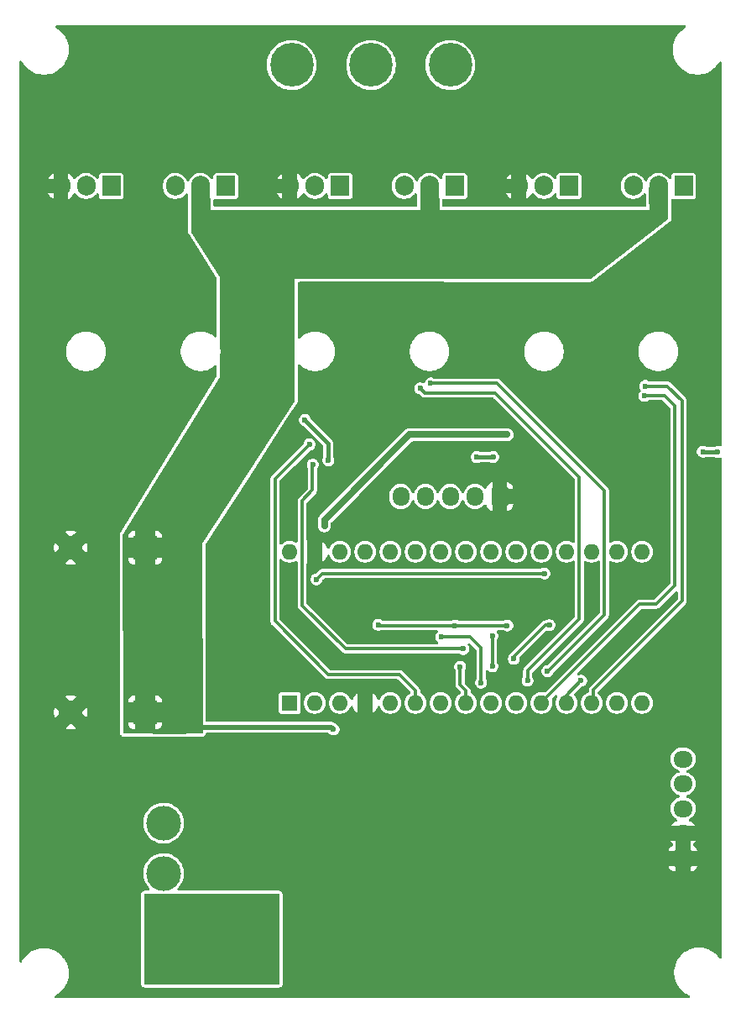
<source format=gbr>
%TF.GenerationSoftware,KiCad,Pcbnew,9.0.0*%
%TF.CreationDate,2025-05-23T02:32:24+03:00*%
%TF.ProjectId,Inverter,496e7665-7274-4657-922e-6b696361645f,rev?*%
%TF.SameCoordinates,Original*%
%TF.FileFunction,Copper,L2,Bot*%
%TF.FilePolarity,Positive*%
%FSLAX46Y46*%
G04 Gerber Fmt 4.6, Leading zero omitted, Abs format (unit mm)*
G04 Created by KiCad (PCBNEW 9.0.0) date 2025-05-23 02:32:24*
%MOMM*%
%LPD*%
G01*
G04 APERTURE LIST*
G04 Aperture macros list*
%AMRoundRect*
0 Rectangle with rounded corners*
0 $1 Rounding radius*
0 $2 $3 $4 $5 $6 $7 $8 $9 X,Y pos of 4 corners*
0 Add a 4 corners polygon primitive as box body*
4,1,4,$2,$3,$4,$5,$6,$7,$8,$9,$2,$3,0*
0 Add four circle primitives for the rounded corners*
1,1,$1+$1,$2,$3*
1,1,$1+$1,$4,$5*
1,1,$1+$1,$6,$7*
1,1,$1+$1,$8,$9*
0 Add four rect primitives between the rounded corners*
20,1,$1+$1,$2,$3,$4,$5,0*
20,1,$1+$1,$4,$5,$6,$7,0*
20,1,$1+$1,$6,$7,$8,$9,0*
20,1,$1+$1,$8,$9,$2,$3,0*%
G04 Aperture macros list end*
%TA.AperFunction,ComponentPad*%
%ADD10RoundRect,0.250000X0.600000X0.725000X-0.600000X0.725000X-0.600000X-0.725000X0.600000X-0.725000X0*%
%TD*%
%TA.AperFunction,ComponentPad*%
%ADD11O,1.700000X1.950000*%
%TD*%
%TA.AperFunction,ComponentPad*%
%ADD12R,2.400000X2.400000*%
%TD*%
%TA.AperFunction,ComponentPad*%
%ADD13C,2.400000*%
%TD*%
%TA.AperFunction,ComponentPad*%
%ADD14C,3.500000*%
%TD*%
%TA.AperFunction,ComponentPad*%
%ADD15R,1.600000X1.600000*%
%TD*%
%TA.AperFunction,ComponentPad*%
%ADD16O,1.600000X1.600000*%
%TD*%
%TA.AperFunction,ComponentPad*%
%ADD17C,4.400000*%
%TD*%
%TA.AperFunction,ComponentPad*%
%ADD18RoundRect,1.500000X1.500000X1.500000X-1.500000X1.500000X-1.500000X-1.500000X1.500000X-1.500000X0*%
%TD*%
%TA.AperFunction,ComponentPad*%
%ADD19C,6.000000*%
%TD*%
%TA.AperFunction,ComponentPad*%
%ADD20RoundRect,0.250000X0.725000X-0.600000X0.725000X0.600000X-0.725000X0.600000X-0.725000X-0.600000X0*%
%TD*%
%TA.AperFunction,ComponentPad*%
%ADD21O,1.950000X1.700000*%
%TD*%
%TA.AperFunction,ComponentPad*%
%ADD22R,1.905000X2.000000*%
%TD*%
%TA.AperFunction,ComponentPad*%
%ADD23O,1.905000X2.000000*%
%TD*%
%TA.AperFunction,ViaPad*%
%ADD24C,0.600000*%
%TD*%
%TA.AperFunction,Conductor*%
%ADD25C,0.300000*%
%TD*%
%TA.AperFunction,Conductor*%
%ADD26C,0.400000*%
%TD*%
%TA.AperFunction,Conductor*%
%ADD27C,0.700000*%
%TD*%
%TA.AperFunction,Conductor*%
%ADD28C,0.500000*%
%TD*%
G04 APERTURE END LIST*
D10*
%TO.P,J3,1,Pin_1*%
%TO.N,GND*%
X152800000Y-91375000D03*
D11*
%TO.P,J3,2,Pin_2*%
%TO.N,Net-(J3-Pin_2)*%
X150300000Y-91375000D03*
%TO.P,J3,3,Pin_3*%
%TO.N,Net-(J3-Pin_3)*%
X147800000Y-91375000D03*
%TO.P,J3,4,Pin_4*%
%TO.N,Net-(J3-Pin_4)*%
X145300000Y-91375000D03*
%TO.P,J3,5,Pin_5*%
%TO.N,+5V_Fuse*%
X142800000Y-91375000D03*
%TD*%
D12*
%TO.P,C6,1*%
%TO.N,+33V*%
X117012755Y-113125000D03*
D13*
%TO.P,C6,2*%
%TO.N,GND*%
X109512755Y-113125000D03*
%TD*%
D14*
%TO.P,F2,1*%
%TO.N,+33V*%
X118875000Y-124275000D03*
X118875000Y-129355000D03*
%TO.P,F2,2*%
%TO.N,/Vin*%
X118875000Y-133415000D03*
X118875000Y-138495000D03*
%TD*%
D15*
%TO.P,A1,1,D1/TX*%
%TO.N,unconnected-(A1-D1{slash}TX-Pad1)*%
X131600000Y-112165000D03*
D16*
%TO.P,A1,2,D0/RX*%
%TO.N,unconnected-(A1-D0{slash}RX-Pad2)*%
X134140000Y-112165000D03*
%TO.P,A1,3,~{RESET}*%
%TO.N,unconnected-(A1-~{RESET}-Pad3)*%
X136680000Y-112165000D03*
%TO.P,A1,4,GND*%
%TO.N,GND*%
X139220000Y-112165000D03*
%TO.P,A1,5,D2*%
%TO.N,unconnected-(A1-D2-Pad5)*%
X141760000Y-112165000D03*
%TO.P,A1,6,D3*%
%TO.N,/PWM_W*%
X144300000Y-112165000D03*
%TO.P,A1,7,D4*%
%TO.N,/CWR*%
X146840000Y-112165000D03*
%TO.P,A1,8,D5*%
%TO.N,/HAL_U*%
X149380000Y-112165000D03*
%TO.P,A1,9,D6*%
%TO.N,/HAL_V*%
X151920000Y-112165000D03*
%TO.P,A1,10,D7*%
%TO.N,/HAL_W*%
X154460000Y-112165000D03*
%TO.P,A1,11,D8*%
%TO.N,/IN_U*%
X157000000Y-112165000D03*
%TO.P,A1,12,D9*%
%TO.N,/PWM_V*%
X159540000Y-112165000D03*
%TO.P,A1,13,D10*%
%TO.N,/PWM_U*%
X162080000Y-112165000D03*
%TO.P,A1,14,D11*%
%TO.N,/IN_V*%
X164620000Y-112165000D03*
%TO.P,A1,15,D12*%
%TO.N,/IN_W*%
X167160000Y-112165000D03*
%TO.P,A1,16,D13*%
%TO.N,unconnected-(A1-D13-Pad16)*%
X167160000Y-96925000D03*
%TO.P,A1,17,3V3*%
%TO.N,unconnected-(A1-3V3-Pad17)*%
X164620000Y-96925000D03*
%TO.P,A1,18,AREF*%
%TO.N,unconnected-(A1-AREF-Pad18)*%
X162080000Y-96925000D03*
%TO.P,A1,19,A0*%
%TO.N,/Vbatt*%
X159540000Y-96925000D03*
%TO.P,A1,20,A1*%
%TO.N,/Cur_U*%
X157000000Y-96925000D03*
%TO.P,A1,21,A2*%
%TO.N,/Cur_V*%
X154460000Y-96925000D03*
%TO.P,A1,22,A3*%
%TO.N,/Cur_W*%
X151920000Y-96925000D03*
%TO.P,A1,23,A4*%
%TO.N,unconnected-(A1-A4-Pad23)*%
X149380000Y-96925000D03*
%TO.P,A1,24,A5*%
%TO.N,unconnected-(A1-A5-Pad24)*%
X146840000Y-96925000D03*
%TO.P,A1,25,A6*%
%TO.N,/POT*%
X144300000Y-96925000D03*
%TO.P,A1,26,A7*%
%TO.N,unconnected-(A1-A7-Pad26)*%
X141760000Y-96925000D03*
%TO.P,A1,27,+5V*%
%TO.N,+5V*%
X139220000Y-96925000D03*
%TO.P,A1,28,~{RESET}*%
%TO.N,unconnected-(A1-~{RESET}-Pad28)*%
X136680000Y-96925000D03*
%TO.P,A1,29,GND*%
%TO.N,GND*%
X134140000Y-96925000D03*
%TO.P,A1,30,VIN*%
%TO.N,Net-(A1-VIN)*%
X131600000Y-96925000D03*
%TD*%
D17*
%TO.P,V1,1,1*%
%TO.N,/V_OUT*%
X139800000Y-47875000D03*
%TD*%
%TO.P,W1,1,1*%
%TO.N,/W_OUT*%
X131800000Y-47875000D03*
%TD*%
D18*
%TO.P,J1,1,Pin_1*%
%TO.N,GND*%
X134750000Y-135625000D03*
D19*
%TO.P,J1,2,Pin_2*%
%TO.N,/Vin*%
X127550000Y-135625000D03*
%TD*%
D12*
%TO.P,C5,1*%
%TO.N,+33V*%
X117012755Y-96525000D03*
D13*
%TO.P,C5,2*%
%TO.N,GND*%
X109512755Y-96525000D03*
%TD*%
D20*
%TO.P,J2,1,Pin_1*%
%TO.N,GND*%
X171275000Y-127825000D03*
D21*
%TO.P,J2,2,Pin_2*%
X171275000Y-125325000D03*
%TO.P,J2,3,Pin_3*%
%TO.N,/CWR*%
X171275000Y-122825000D03*
%TO.P,J2,4,Pin_4*%
%TO.N,/POT*%
X171275000Y-120325000D03*
%TO.P,J2,5,Pin_5*%
%TO.N,+5V_Fuse*%
X171275000Y-117825000D03*
%TD*%
D17*
%TO.P,U2,1,1*%
%TO.N,/U_OUT*%
X147800000Y-47875000D03*
%TD*%
D22*
%TO.P,Q1,1,G*%
%TO.N,Net-(D9-A)*%
X171340000Y-60070000D03*
D23*
%TO.P,Q1,2,D*%
%TO.N,+33V*%
X168800000Y-60070000D03*
%TO.P,Q1,3,S*%
%TO.N,/U_IN*%
X166260000Y-60070000D03*
%TD*%
D22*
%TO.P,Q5,1,G*%
%TO.N,Net-(D13-A)*%
X125140000Y-60070000D03*
D23*
%TO.P,Q5,2,D*%
%TO.N,+33V*%
X122600000Y-60070000D03*
%TO.P,Q5,3,S*%
%TO.N,/W_IN*%
X120060000Y-60070000D03*
%TD*%
D22*
%TO.P,Q3,1,G*%
%TO.N,Net-(D11-A)*%
X148240000Y-60070000D03*
D23*
%TO.P,Q3,2,D*%
%TO.N,+33V*%
X145700000Y-60070000D03*
%TO.P,Q3,3,S*%
%TO.N,/V_IN*%
X143160000Y-60070000D03*
%TD*%
D22*
%TO.P,Q4,1,G*%
%TO.N,Net-(D12-A)*%
X136690000Y-60070000D03*
D23*
%TO.P,Q4,2,D*%
%TO.N,/V_IN*%
X134150000Y-60070000D03*
%TO.P,Q4,3,S*%
%TO.N,GND*%
X131610000Y-60070000D03*
%TD*%
D22*
%TO.P,Q2,1,G*%
%TO.N,Net-(D10-A)*%
X159790000Y-60070000D03*
D23*
%TO.P,Q2,2,D*%
%TO.N,/U_IN*%
X157250000Y-60070000D03*
%TO.P,Q2,3,S*%
%TO.N,GND*%
X154710000Y-60070000D03*
%TD*%
D22*
%TO.P,Q6,1,G*%
%TO.N,Net-(D14-A)*%
X113590000Y-60070000D03*
D23*
%TO.P,Q6,2,D*%
%TO.N,/W_IN*%
X111050000Y-60070000D03*
%TO.P,Q6,3,S*%
%TO.N,GND*%
X108510000Y-60070000D03*
%TD*%
D24*
%TO.N,/IN_U*%
X167400000Y-81210000D03*
%TO.N,/IN_W*%
X133934314Y-88159314D03*
X149100000Y-106730000D03*
%TO.N,/PWM_U*%
X167480000Y-80230000D03*
%TO.N,/IN_V*%
X145825000Y-79975000D03*
X157600000Y-108980000D03*
%TO.N,/PWM_V*%
X161000000Y-109930000D03*
X144762500Y-80462500D03*
X155600000Y-109930000D03*
%TO.N,+5V*%
X152125000Y-87375000D03*
X173283858Y-86850519D03*
X135500000Y-87725000D03*
X133137500Y-83662500D03*
X150475000Y-87375000D03*
X174800000Y-86875000D03*
%TO.N,GND*%
X110000000Y-129425000D03*
X127525000Y-55000000D03*
X137450000Y-105025000D03*
X129850000Y-127750000D03*
X157425000Y-90000000D03*
X169950000Y-105050000D03*
X124950000Y-109925000D03*
X167500000Y-87475000D03*
X155000000Y-120050000D03*
X170100000Y-57550000D03*
X162550000Y-140800000D03*
X107475000Y-87500000D03*
X155000000Y-77500000D03*
X147525000Y-137275000D03*
X110025000Y-82525000D03*
X142475000Y-132525000D03*
X115025000Y-135000000D03*
X153400000Y-75950000D03*
X144100000Y-89530000D03*
X172050000Y-80300000D03*
X171550000Y-56775000D03*
X106025000Y-103075000D03*
X162525000Y-137475000D03*
X137500000Y-108325000D03*
X132100000Y-57500000D03*
X106050000Y-106875000D03*
X134925000Y-127700000D03*
X106050000Y-101950000D03*
X169925000Y-73825000D03*
X167100000Y-56300000D03*
X172650000Y-107725000D03*
X147550000Y-70625000D03*
X160000000Y-119975000D03*
X143950000Y-56250000D03*
X127450000Y-129950000D03*
X147500000Y-72475000D03*
X137500000Y-127725000D03*
X149975000Y-72500000D03*
X135150000Y-79325000D03*
X110000000Y-84975000D03*
X136500000Y-94525000D03*
X172525000Y-110050000D03*
X168850000Y-95000000D03*
X130000000Y-57500000D03*
X144925000Y-117975000D03*
X140000000Y-139975000D03*
X150000000Y-114950000D03*
X150100000Y-79150000D03*
X124975000Y-112375000D03*
X147500000Y-132525000D03*
X107500000Y-70075000D03*
X167600000Y-85025000D03*
X154950000Y-57525000D03*
X172525000Y-105025000D03*
X170025000Y-135000000D03*
X110025000Y-80000000D03*
X106025000Y-104275000D03*
X172500000Y-97500000D03*
X147500000Y-79125000D03*
X132325000Y-105050000D03*
X147500000Y-74950000D03*
X166300000Y-140775000D03*
X127075000Y-60000000D03*
X139900000Y-129925000D03*
X164925000Y-87500000D03*
X124975000Y-122450000D03*
X165025000Y-127450000D03*
X109975000Y-132525000D03*
X172450000Y-100000000D03*
X153400000Y-71000000D03*
X172200000Y-82500000D03*
X110025000Y-87500000D03*
X124925000Y-102475000D03*
X124975000Y-129950000D03*
X112350000Y-137625000D03*
X155050000Y-103625000D03*
X110000000Y-137600000D03*
X150050000Y-70625000D03*
X125000000Y-57500000D03*
X132350000Y-120050000D03*
X146500000Y-86325000D03*
X172025000Y-72425000D03*
X139900000Y-108325000D03*
X167525000Y-127450000D03*
X106075000Y-107975000D03*
X153591384Y-134930342D03*
X137450000Y-139975000D03*
X169975000Y-79275000D03*
X126100000Y-94125000D03*
X172500000Y-52500000D03*
X112550000Y-135050000D03*
X157500000Y-114925000D03*
X112500000Y-87500000D03*
X147400000Y-114950000D03*
X107475000Y-57500000D03*
X160000000Y-137475000D03*
X162375000Y-100075000D03*
X166950000Y-105025000D03*
X150000000Y-54925000D03*
X132400000Y-129900000D03*
X148900000Y-86325000D03*
X107500000Y-72450000D03*
X172450000Y-92500000D03*
X106025000Y-105575000D03*
X153125000Y-83950000D03*
X124950000Y-107500000D03*
X142575000Y-108375000D03*
X160000000Y-127500000D03*
X169975000Y-107725000D03*
X107475000Y-52500000D03*
X159975000Y-92500000D03*
X157500000Y-79250000D03*
X152500000Y-127500000D03*
X142400000Y-74950000D03*
X107475000Y-55000000D03*
X129850000Y-129950000D03*
X169300000Y-140775000D03*
X147450000Y-139975000D03*
X172575000Y-132500000D03*
X152500000Y-52525000D03*
X137525000Y-114950000D03*
X112400000Y-139975000D03*
X137525000Y-120000000D03*
X139975000Y-114950000D03*
X172075000Y-77100000D03*
X133050000Y-79325000D03*
X172050000Y-74950000D03*
X107475000Y-80025000D03*
X165000000Y-119975000D03*
X168750000Y-99975000D03*
X134300000Y-52475000D03*
X124975000Y-120025000D03*
X142600000Y-135025000D03*
X139900000Y-110325000D03*
X172500000Y-95000000D03*
X167450000Y-92550000D03*
X165000000Y-74975000D03*
X127500000Y-122500000D03*
X152475000Y-54925000D03*
X107475000Y-135050000D03*
X150000000Y-52500000D03*
X127525000Y-120050000D03*
X172450000Y-89975000D03*
X132400000Y-127700000D03*
X137475000Y-110350000D03*
X152500000Y-129950000D03*
X150100000Y-75000000D03*
X114975000Y-137600000D03*
X165000000Y-77900000D03*
X155000000Y-75025000D03*
X135000000Y-139950000D03*
X173475000Y-114450000D03*
X132400000Y-139925000D03*
X163800000Y-114875000D03*
X142500000Y-129925000D03*
X120000000Y-72500000D03*
X124975000Y-100100000D03*
X134950000Y-125000000D03*
X143900000Y-86325000D03*
X174500000Y-51325000D03*
X147500000Y-135000000D03*
X142525000Y-114950000D03*
X159800000Y-114875000D03*
X117475000Y-82500000D03*
X172050000Y-70000000D03*
X158150000Y-84350000D03*
X169375000Y-102600000D03*
X141550000Y-101875000D03*
X142500000Y-140000000D03*
X153425000Y-79000000D03*
X131700000Y-92925000D03*
X148925000Y-83950000D03*
X124975000Y-127750000D03*
X144925000Y-120000000D03*
X108750000Y-105000000D03*
X135100000Y-120125000D03*
X164975000Y-92525000D03*
X168450000Y-86175000D03*
X130025000Y-60025000D03*
X120950000Y-56250000D03*
X174500000Y-55000000D03*
X149000000Y-89530000D03*
X132100000Y-54975000D03*
X137475000Y-125000000D03*
X152550000Y-114950000D03*
X107500000Y-82500000D03*
X170000000Y-132475000D03*
X107475000Y-62500000D03*
X127525000Y-117500000D03*
X157160000Y-140805000D03*
X154975000Y-54925000D03*
X130000000Y-125050000D03*
X128300000Y-90525000D03*
X139975000Y-137425000D03*
X124925000Y-105025000D03*
X147475000Y-129950000D03*
X157850000Y-102975000D03*
X107300000Y-106875000D03*
X145450000Y-127500000D03*
X132100000Y-52475000D03*
X107475000Y-75000000D03*
X131700000Y-86525000D03*
X151800000Y-94730000D03*
X147425000Y-117950000D03*
X123650000Y-72500000D03*
X142475000Y-127525000D03*
X172225000Y-84950000D03*
X107500000Y-77475000D03*
X114900000Y-87500000D03*
X150050000Y-117950000D03*
X107450000Y-85025000D03*
X154825000Y-128875000D03*
X130000000Y-52500000D03*
X152475000Y-57525000D03*
X142500000Y-77500000D03*
X172050000Y-78525000D03*
X107300000Y-103100000D03*
X167500000Y-137500000D03*
X129975000Y-54975000D03*
X155000000Y-122500000D03*
X135625000Y-74550000D03*
X124950000Y-97525000D03*
X132400000Y-125050000D03*
X134925000Y-129900000D03*
X133250000Y-73675000D03*
X107475000Y-120000000D03*
X107300000Y-104275000D03*
X140000000Y-132550000D03*
X134450000Y-110350000D03*
X173475000Y-126800000D03*
X107300000Y-105575000D03*
X157650000Y-72525000D03*
X137500000Y-129925000D03*
X144925000Y-122500000D03*
X154975000Y-114950000D03*
X167350000Y-73825000D03*
X124950000Y-125025000D03*
X172550000Y-135000000D03*
X140050000Y-125025000D03*
X127450000Y-127750000D03*
X120000000Y-75025000D03*
X110000000Y-122500000D03*
X150100000Y-77575000D03*
X107450000Y-90000000D03*
X142500000Y-137450000D03*
X110100000Y-140000000D03*
X129800000Y-120050000D03*
X158450000Y-74000000D03*
X130325000Y-107550000D03*
X144950000Y-139950000D03*
X134300000Y-92925000D03*
X150075000Y-59975000D03*
X140000000Y-105025000D03*
X127500000Y-52500000D03*
X127525000Y-125050000D03*
X153600000Y-133775000D03*
X165000000Y-100050000D03*
X147500000Y-57550000D03*
X162475000Y-122450000D03*
X172500000Y-49975000D03*
X124975000Y-117450000D03*
X145025000Y-114950000D03*
X153375000Y-73225000D03*
X128300000Y-92925000D03*
X140000000Y-134950000D03*
X169600000Y-92550000D03*
X165000000Y-137475000D03*
X120000000Y-77500000D03*
X152500000Y-117925000D03*
X115000000Y-139975000D03*
X157475000Y-117525000D03*
X154750000Y-80900000D03*
X123725000Y-79300000D03*
X133800000Y-98625000D03*
X173475000Y-119975000D03*
X152500000Y-120000000D03*
X150000000Y-82475000D03*
X110050000Y-135050000D03*
X169975000Y-70000000D03*
%TO.N,/PWM_W*%
X133597123Y-86109253D03*
%TO.N,+10V*%
X135100000Y-94325000D03*
X144050000Y-85125000D03*
X153550000Y-85125000D03*
%TO.N,+33V*%
X119941384Y-112155342D03*
X120591384Y-114555342D03*
X118900000Y-110225000D03*
X120441384Y-110330342D03*
X118200000Y-110225000D03*
X119941384Y-111455342D03*
X115750000Y-110875000D03*
X117500000Y-110225000D03*
X119941384Y-112780342D03*
X119941384Y-113530342D03*
X117150000Y-110875000D03*
X119250000Y-110875000D03*
X119941384Y-110780342D03*
X120591384Y-111805342D03*
X136020000Y-114850000D03*
X116450000Y-110875000D03*
X120591384Y-111105342D03*
X116800000Y-110225000D03*
X118550000Y-110875000D03*
X120566384Y-113080342D03*
X116100000Y-110225000D03*
X120591384Y-112430342D03*
X119600000Y-110225000D03*
X119941384Y-114205342D03*
X117850000Y-110875000D03*
X120591384Y-113855342D03*
%TO.N,/HAL_U*%
X148800000Y-108530000D03*
X152050000Y-105430000D03*
X152050000Y-108480000D03*
%TO.N,/Vbatt*%
X134300000Y-99725000D03*
X157300000Y-99125000D03*
%TO.N,/POT*%
X154200000Y-107730000D03*
X157800000Y-104330000D03*
%TO.N,/HAL_V*%
X150900000Y-110130000D03*
X146900000Y-105530000D03*
%TO.N,+5V_Fuse*%
X140540002Y-104304998D03*
X153550000Y-104375000D03*
X148300000Y-104375000D03*
%TD*%
D25*
%TO.N,/POT*%
X154200000Y-107530000D02*
X154200000Y-107730000D01*
X157800000Y-104330000D02*
X157400000Y-104330000D01*
X157400000Y-104330000D02*
X154200000Y-107530000D01*
%TO.N,/IN_U*%
X168545000Y-102230000D02*
X166900000Y-102230000D01*
X167400000Y-81210000D02*
X169400000Y-81210000D01*
X169400000Y-81210000D02*
X170430000Y-82240000D01*
X170430000Y-82240000D02*
X170430000Y-100345000D01*
X170430000Y-100345000D02*
X168545000Y-102230000D01*
X166900000Y-102230000D02*
X157000000Y-112130000D01*
%TO.N,/IN_W*%
X137230000Y-106730000D02*
X149100000Y-106730000D01*
X132851000Y-102351000D02*
X137230000Y-106730000D01*
X133900000Y-90725000D02*
X132851000Y-91774000D01*
X133900000Y-88193628D02*
X133900000Y-90725000D01*
X132851000Y-91774000D02*
X132851000Y-102351000D01*
X133934314Y-88159314D02*
X133900000Y-88193628D01*
%TO.N,/PWM_U*%
X171210000Y-101890000D02*
X171210000Y-81720000D01*
X169720000Y-80230000D02*
X167480000Y-80230000D01*
X162240000Y-110860000D02*
X171210000Y-101890000D01*
X171210000Y-81720000D02*
X169720000Y-80230000D01*
X162240000Y-112005000D02*
X162240000Y-110860000D01*
%TO.N,/IN_V*%
X145825000Y-79975000D02*
X145850000Y-79950000D01*
X163369000Y-103261000D02*
X157650000Y-108980000D01*
X145850000Y-79950000D02*
X152525000Y-79950000D01*
X157650000Y-108980000D02*
X157600000Y-108980000D01*
X163369000Y-90794000D02*
X163369000Y-103261000D01*
X152525000Y-79950000D02*
X163369000Y-90794000D01*
%TO.N,/PWM_V*%
X145225000Y-80925000D02*
X144762500Y-80462500D01*
X152300000Y-80925000D02*
X145225000Y-80925000D01*
X159540000Y-111390000D02*
X159540000Y-112165000D01*
X161000000Y-109930000D02*
X159540000Y-111390000D01*
X160829000Y-89454000D02*
X152300000Y-80925000D01*
X155600000Y-109930000D02*
X155600000Y-108930000D01*
X155600000Y-108930000D02*
X160829000Y-103701000D01*
X160829000Y-103701000D02*
X160829000Y-89454000D01*
D26*
%TO.N,+5V*%
X135500000Y-87725000D02*
X135500000Y-86025000D01*
X173308339Y-86875000D02*
X174800000Y-86875000D01*
X150475000Y-87375000D02*
X152125000Y-87375000D01*
X135500000Y-86025000D02*
X133137500Y-83662500D01*
D25*
X173283858Y-86850519D02*
X173308339Y-86875000D01*
%TO.N,/PWM_W*%
X135500000Y-109325000D02*
X142700000Y-109325000D01*
X133597123Y-86109253D02*
X130100000Y-89606376D01*
X142700000Y-109325000D02*
X144300000Y-110925000D01*
X130100000Y-89606376D02*
X130100000Y-103925000D01*
X130100000Y-103925000D02*
X135500000Y-109325000D01*
X144300000Y-110925000D02*
X144300000Y-112165000D01*
D27*
%TO.N,+10V*%
X135100000Y-93725000D02*
X143700000Y-85125000D01*
X143700000Y-85125000D02*
X153550000Y-85125000D01*
X135100000Y-94325000D02*
X135100000Y-93725000D01*
D28*
%TO.N,+33V*%
X135795000Y-114625000D02*
X121446726Y-114625000D01*
X121446726Y-114625000D02*
X121041384Y-115030342D01*
D25*
X117312755Y-96300000D02*
X117212755Y-96200000D01*
X168850000Y-60120000D02*
X168800000Y-60070000D01*
X117212755Y-95512755D02*
X117212755Y-96200000D01*
D28*
X136020000Y-114850000D02*
X135795000Y-114625000D01*
X117841384Y-115030342D02*
X117262755Y-114451713D01*
X117262755Y-114451713D02*
X117262755Y-112700000D01*
X121041384Y-115030342D02*
X117841384Y-115030342D01*
D25*
%TO.N,/HAL_U*%
X148800000Y-108530000D02*
X148800000Y-110350000D01*
X148800000Y-110350000D02*
X149380000Y-110930000D01*
X152050000Y-108480000D02*
X152050000Y-105430000D01*
X149380000Y-110930000D02*
X149380000Y-112165000D01*
%TO.N,/Vbatt*%
X134900000Y-99125000D02*
X134300000Y-99725000D01*
X157300000Y-99125000D02*
X134900000Y-99125000D01*
%TO.N,/HAL_V*%
X150900000Y-110130000D02*
X150900000Y-106630000D01*
X149800000Y-105530000D02*
X146900000Y-105530000D01*
X150900000Y-106630000D02*
X149800000Y-105530000D01*
%TO.N,+5V_Fuse*%
X153550000Y-104375000D02*
X148300000Y-104375000D01*
X148300000Y-104375000D02*
X140610004Y-104375000D01*
X140610004Y-104375000D02*
X140540002Y-104304998D01*
%TD*%
%TA.AperFunction,Conductor*%
%TO.N,GND*%
G36*
X138550000Y-139125000D02*
G01*
X131200000Y-139125000D01*
X131200000Y-132125000D01*
X138550000Y-132125000D01*
X138550000Y-139125000D01*
G37*
%TD.AperFunction*%
%TD*%
%TA.AperFunction,Conductor*%
%TO.N,GND*%
G36*
X171504143Y-43895462D02*
G01*
X171558681Y-43950000D01*
X171578643Y-44024500D01*
X171558681Y-44099000D01*
X171508915Y-44150662D01*
X171297506Y-44283498D01*
X171297500Y-44283502D01*
X171077425Y-44459006D01*
X170878389Y-44658042D01*
X170702885Y-44878116D01*
X170553131Y-45116450D01*
X170431003Y-45370050D01*
X170431001Y-45370056D01*
X170338034Y-45635742D01*
X170338032Y-45635750D01*
X170338030Y-45635757D01*
X170275399Y-45910159D01*
X170243883Y-46189876D01*
X170243883Y-46471357D01*
X170275399Y-46751074D01*
X170338030Y-47025476D01*
X170338034Y-47025492D01*
X170392689Y-47181687D01*
X170431000Y-47291174D01*
X170431003Y-47291183D01*
X170553131Y-47544783D01*
X170702885Y-47783117D01*
X170878389Y-48003191D01*
X171077425Y-48202227D01*
X171297499Y-48377731D01*
X171456388Y-48477567D01*
X171535834Y-48527486D01*
X171789439Y-48649616D01*
X172055125Y-48742583D01*
X172201714Y-48776040D01*
X172329542Y-48805217D01*
X172329545Y-48805217D01*
X172329548Y-48805218D01*
X172609259Y-48836734D01*
X172890741Y-48836734D01*
X173170452Y-48805218D01*
X173170455Y-48805217D01*
X173170457Y-48805217D01*
X173219315Y-48794065D01*
X173444875Y-48742583D01*
X173710561Y-48649616D01*
X173964166Y-48527486D01*
X174202503Y-48377729D01*
X174422574Y-48202228D01*
X174621611Y-48003191D01*
X174797112Y-47783120D01*
X174924338Y-47580641D01*
X174980877Y-47528180D01*
X175056071Y-47511017D01*
X175129772Y-47533751D01*
X175182233Y-47590290D01*
X175199500Y-47659913D01*
X175199500Y-86166182D01*
X175179538Y-86240682D01*
X175125000Y-86295220D01*
X175050500Y-86315182D01*
X175011938Y-86310105D01*
X174879057Y-86274500D01*
X174720943Y-86274500D01*
X174568216Y-86315423D01*
X174500465Y-86354538D01*
X174425967Y-86374500D01*
X173700294Y-86374500D01*
X173625794Y-86354538D01*
X173515642Y-86290942D01*
X173362915Y-86250019D01*
X173204801Y-86250019D01*
X173052074Y-86290942D01*
X173052072Y-86290942D01*
X173052072Y-86290943D01*
X172915141Y-86369999D01*
X172803338Y-86481802D01*
X172724282Y-86618733D01*
X172683358Y-86771460D01*
X172683358Y-86771462D01*
X172683358Y-86929576D01*
X172724281Y-87082303D01*
X172803338Y-87219235D01*
X172915142Y-87331039D01*
X173052074Y-87410096D01*
X173204801Y-87451019D01*
X173362915Y-87451019D01*
X173515642Y-87410096D01*
X173525270Y-87404537D01*
X173540990Y-87395462D01*
X173615489Y-87375500D01*
X174425967Y-87375500D01*
X174500465Y-87395461D01*
X174568216Y-87434577D01*
X174720943Y-87475500D01*
X174879056Y-87475500D01*
X174879057Y-87475500D01*
X175011941Y-87439894D01*
X175089063Y-87439894D01*
X175155858Y-87478457D01*
X175194423Y-87545251D01*
X175199500Y-87583817D01*
X175199500Y-137768781D01*
X175179538Y-137843281D01*
X175125000Y-137897819D01*
X175050500Y-137917781D01*
X174976000Y-137897819D01*
X174934007Y-137861681D01*
X174771611Y-137658043D01*
X174572574Y-137459006D01*
X174511573Y-137410359D01*
X174352500Y-137283502D01*
X174114166Y-137133748D01*
X173860566Y-137011620D01*
X173860563Y-137011619D01*
X173860561Y-137011618D01*
X173594875Y-136918651D01*
X173594863Y-136918648D01*
X173594859Y-136918647D01*
X173320457Y-136856016D01*
X173040741Y-136824500D01*
X172759259Y-136824500D01*
X172479542Y-136856016D01*
X172205140Y-136918647D01*
X172205133Y-136918649D01*
X172205125Y-136918651D01*
X171939442Y-137011617D01*
X171939433Y-137011620D01*
X171685833Y-137133748D01*
X171447499Y-137283502D01*
X171227425Y-137459006D01*
X171028389Y-137658042D01*
X170852885Y-137878116D01*
X170703131Y-138116450D01*
X170581003Y-138370050D01*
X170581001Y-138370056D01*
X170488034Y-138635742D01*
X170488032Y-138635750D01*
X170488030Y-138635757D01*
X170425399Y-138910159D01*
X170393883Y-139189876D01*
X170393883Y-139471357D01*
X170425399Y-139751074D01*
X170478016Y-139981600D01*
X170488034Y-140025492D01*
X170546311Y-140192038D01*
X170581000Y-140291174D01*
X170581003Y-140291183D01*
X170703131Y-140544783D01*
X170852885Y-140783117D01*
X171028389Y-141003191D01*
X171227425Y-141202227D01*
X171447499Y-141377731D01*
X171566859Y-141452729D01*
X171685834Y-141527486D01*
X171922080Y-141641256D01*
X171980541Y-141691565D01*
X172006014Y-141764365D01*
X171991675Y-141840149D01*
X171941366Y-141898610D01*
X171868566Y-141924083D01*
X171857431Y-141924500D01*
X107998308Y-141924500D01*
X107923808Y-141904538D01*
X107869270Y-141850000D01*
X107849308Y-141775500D01*
X107869270Y-141701000D01*
X107923808Y-141646462D01*
X107933659Y-141641256D01*
X108014166Y-141602486D01*
X108252503Y-141452729D01*
X108472574Y-141277228D01*
X108671611Y-141078191D01*
X108847112Y-140858120D01*
X108996869Y-140619783D01*
X109118999Y-140366178D01*
X109211966Y-140100492D01*
X109274601Y-139826069D01*
X109306117Y-139546358D01*
X109306117Y-139264876D01*
X109274601Y-138985165D01*
X109257481Y-138910159D01*
X109211969Y-138710757D01*
X109211966Y-138710742D01*
X109118999Y-138445056D01*
X108996869Y-138191451D01*
X108886042Y-138015070D01*
X108847113Y-137953115D01*
X108847111Y-137953113D01*
X108803016Y-137897819D01*
X108671611Y-137733043D01*
X108472574Y-137534006D01*
X108252500Y-137358502D01*
X108014166Y-137208748D01*
X107760566Y-137086620D01*
X107760563Y-137086619D01*
X107760561Y-137086618D01*
X107494875Y-136993651D01*
X107494863Y-136993648D01*
X107494859Y-136993647D01*
X107220457Y-136931016D01*
X106940741Y-136899500D01*
X106659259Y-136899500D01*
X106379542Y-136931016D01*
X106105140Y-136993647D01*
X106105133Y-136993649D01*
X106105125Y-136993651D01*
X105839442Y-137086617D01*
X105839433Y-137086620D01*
X105585833Y-137208748D01*
X105347499Y-137358502D01*
X105127425Y-137534006D01*
X104928389Y-137733042D01*
X104752889Y-137953113D01*
X104752886Y-137953115D01*
X104603131Y-138191450D01*
X104583744Y-138231709D01*
X104533434Y-138290170D01*
X104460634Y-138315643D01*
X104384851Y-138301304D01*
X104326390Y-138250994D01*
X104300917Y-138178194D01*
X104300500Y-138167060D01*
X104300500Y-131523992D01*
X116594500Y-131523992D01*
X116594500Y-140426007D01*
X116604906Y-140505055D01*
X116604910Y-140505075D01*
X116624870Y-140579567D01*
X116624876Y-140579587D01*
X116639042Y-140619783D01*
X116640492Y-140623898D01*
X116703941Y-140716521D01*
X116758479Y-140771059D01*
X116794172Y-140801639D01*
X116895432Y-140850129D01*
X116952323Y-140865372D01*
X116969924Y-140870089D01*
X116969926Y-140870089D01*
X116969932Y-140870091D01*
X116969937Y-140870091D01*
X116969944Y-140870093D01*
X117048992Y-140880499D01*
X117049000Y-140880500D01*
X130451000Y-140880500D01*
X130467906Y-140878274D01*
X130530055Y-140870093D01*
X130530059Y-140870092D01*
X130530068Y-140870091D01*
X130604568Y-140850129D01*
X130604573Y-140850126D01*
X130604587Y-140850123D01*
X130625726Y-140842673D01*
X130648898Y-140834508D01*
X130741521Y-140771059D01*
X130796059Y-140716521D01*
X130826639Y-140680828D01*
X130875129Y-140579568D01*
X130895091Y-140505068D01*
X130905500Y-140426000D01*
X130905500Y-139125000D01*
X131200000Y-139125000D01*
X133178570Y-139125000D01*
X134000000Y-139125000D01*
X135500000Y-139125000D01*
X136321430Y-139125000D01*
X138550000Y-139125000D01*
X138550000Y-132125000D01*
X131200000Y-132125000D01*
X131200000Y-139125000D01*
X130905500Y-139125000D01*
X130905500Y-131524000D01*
X130895091Y-131444932D01*
X130875129Y-131370432D01*
X130875128Y-131370430D01*
X130875123Y-131370412D01*
X130859509Y-131326106D01*
X130859508Y-131326102D01*
X130796059Y-131233479D01*
X130741521Y-131178941D01*
X130705828Y-131148361D01*
X130637185Y-131115490D01*
X130604569Y-131099871D01*
X130530075Y-131079910D01*
X130530055Y-131079906D01*
X130451007Y-131069500D01*
X130451000Y-131069500D01*
X120420064Y-131069500D01*
X120345564Y-131049538D01*
X120291026Y-130995000D01*
X120271064Y-130920500D01*
X120291026Y-130846000D01*
X120314705Y-130815141D01*
X120419956Y-130709890D01*
X120583587Y-130496641D01*
X120717984Y-130263859D01*
X120820847Y-130015526D01*
X120890416Y-129755891D01*
X120925500Y-129489397D01*
X120925500Y-129220603D01*
X120890416Y-128954109D01*
X120820847Y-128694474D01*
X120771359Y-128575000D01*
X169810218Y-128575000D01*
X169810493Y-128577696D01*
X169865642Y-128744121D01*
X169957680Y-128893340D01*
X170081659Y-129017319D01*
X170230878Y-129109357D01*
X170397302Y-129164505D01*
X170397311Y-129164507D01*
X170500015Y-129174999D01*
X170525000Y-129174999D01*
X172025000Y-129174999D01*
X172049974Y-129174999D01*
X172152696Y-129164505D01*
X172319121Y-129109357D01*
X172468340Y-129017319D01*
X172592319Y-128893340D01*
X172684357Y-128744121D01*
X172739506Y-128577696D01*
X172739781Y-128575000D01*
X172025000Y-128575000D01*
X172025000Y-129174999D01*
X170525000Y-129174999D01*
X170525000Y-128575000D01*
X169810218Y-128575000D01*
X120771359Y-128575000D01*
X120717984Y-128446141D01*
X120583587Y-128213359D01*
X120419956Y-128000110D01*
X120229890Y-127810044D01*
X120167883Y-127762465D01*
X170800000Y-127762465D01*
X170800000Y-127887535D01*
X170832370Y-128008343D01*
X170894905Y-128116657D01*
X170983343Y-128205095D01*
X171091657Y-128267630D01*
X171212465Y-128300000D01*
X171337535Y-128300000D01*
X171458343Y-128267630D01*
X171566657Y-128205095D01*
X171655095Y-128116657D01*
X171717630Y-128008343D01*
X171750000Y-127887535D01*
X171750000Y-127762465D01*
X171717630Y-127641657D01*
X171655095Y-127533343D01*
X171566657Y-127444905D01*
X171458343Y-127382370D01*
X171337535Y-127350000D01*
X171212465Y-127350000D01*
X171091657Y-127382370D01*
X170983343Y-127444905D01*
X170894905Y-127533343D01*
X170832370Y-127641657D01*
X170800000Y-127762465D01*
X120167883Y-127762465D01*
X120165227Y-127760427D01*
X120016643Y-127646414D01*
X119783863Y-127512018D01*
X119783861Y-127512017D01*
X119783859Y-127512016D01*
X119621839Y-127444905D01*
X119535529Y-127409154D01*
X119535527Y-127409153D01*
X119535526Y-127409153D01*
X119405708Y-127374368D01*
X119275888Y-127339583D01*
X119275875Y-127339581D01*
X119009402Y-127304500D01*
X119009397Y-127304500D01*
X118740603Y-127304500D01*
X118740597Y-127304500D01*
X118474124Y-127339581D01*
X118474111Y-127339583D01*
X118214470Y-127409154D01*
X117966136Y-127512018D01*
X117733356Y-127646414D01*
X117520108Y-127810045D01*
X117330045Y-128000108D01*
X117166414Y-128213356D01*
X117032018Y-128446136D01*
X116929154Y-128694470D01*
X116859583Y-128954111D01*
X116859581Y-128954124D01*
X116824500Y-129220597D01*
X116824500Y-129489402D01*
X116859581Y-129755875D01*
X116859583Y-129755888D01*
X116929154Y-130015529D01*
X117032018Y-130263863D01*
X117166414Y-130496643D01*
X117330045Y-130709891D01*
X117435295Y-130815141D01*
X117473859Y-130881936D01*
X117473859Y-130959064D01*
X117435295Y-131025859D01*
X117368500Y-131064423D01*
X117329936Y-131069500D01*
X117048992Y-131069500D01*
X116969944Y-131079906D01*
X116969924Y-131079910D01*
X116895432Y-131099870D01*
X116895412Y-131099876D01*
X116851106Y-131115490D01*
X116851099Y-131115493D01*
X116758476Y-131178943D01*
X116703942Y-131233477D01*
X116673361Y-131269172D01*
X116624871Y-131370430D01*
X116604910Y-131444924D01*
X116604906Y-131444944D01*
X116594500Y-131523992D01*
X104300500Y-131523992D01*
X104300500Y-127074999D01*
X169810218Y-127074999D01*
X169810219Y-127075000D01*
X170525000Y-127075000D01*
X172025000Y-127075000D01*
X172739781Y-127075000D01*
X172739781Y-127074999D01*
X172739506Y-127072303D01*
X172684357Y-126905878D01*
X172592319Y-126756659D01*
X172468340Y-126632680D01*
X172468336Y-126632677D01*
X172339989Y-126553513D01*
X172287060Y-126497413D01*
X172269272Y-126422364D01*
X172291392Y-126348476D01*
X172312851Y-126321337D01*
X172429714Y-126204474D01*
X172429722Y-126204464D01*
X172523784Y-126075000D01*
X172025000Y-126075000D01*
X172025000Y-127075000D01*
X170525000Y-127075000D01*
X170525000Y-126075000D01*
X170026216Y-126075000D01*
X170120277Y-126204464D01*
X170120279Y-126204467D01*
X170237149Y-126321337D01*
X170275713Y-126388132D01*
X170275713Y-126465260D01*
X170237149Y-126532055D01*
X170210011Y-126553513D01*
X170081659Y-126632680D01*
X169957680Y-126756659D01*
X169865642Y-126905878D01*
X169810493Y-127072303D01*
X169810218Y-127074999D01*
X104300500Y-127074999D01*
X104300500Y-124140597D01*
X116824500Y-124140597D01*
X116824500Y-124409402D01*
X116859581Y-124675875D01*
X116859583Y-124675888D01*
X116859584Y-124675891D01*
X116929153Y-124935526D01*
X117014535Y-125141657D01*
X117032018Y-125183863D01*
X117166414Y-125416643D01*
X117236778Y-125508343D01*
X117330044Y-125629890D01*
X117520110Y-125819956D01*
X117733359Y-125983587D01*
X117966141Y-126117984D01*
X118214474Y-126220847D01*
X118474109Y-126290416D01*
X118740603Y-126325500D01*
X119009397Y-126325500D01*
X119275891Y-126290416D01*
X119535526Y-126220847D01*
X119783859Y-126117984D01*
X120016641Y-125983587D01*
X120229890Y-125819956D01*
X120419956Y-125629890D01*
X120583587Y-125416641D01*
X120672601Y-125262465D01*
X170800000Y-125262465D01*
X170800000Y-125387535D01*
X170832370Y-125508343D01*
X170894905Y-125616657D01*
X170983343Y-125705095D01*
X171091657Y-125767630D01*
X171212465Y-125800000D01*
X171337535Y-125800000D01*
X171458343Y-125767630D01*
X171566657Y-125705095D01*
X171655095Y-125616657D01*
X171717630Y-125508343D01*
X171750000Y-125387535D01*
X171750000Y-125262465D01*
X171717630Y-125141657D01*
X171655095Y-125033343D01*
X171566657Y-124944905D01*
X171458343Y-124882370D01*
X171337535Y-124850000D01*
X171212465Y-124850000D01*
X171091657Y-124882370D01*
X170983343Y-124944905D01*
X170894905Y-125033343D01*
X170832370Y-125141657D01*
X170800000Y-125262465D01*
X120672601Y-125262465D01*
X120717984Y-125183859D01*
X120820847Y-124935526D01*
X120890416Y-124675891D01*
X120925500Y-124409397D01*
X120925500Y-124140603D01*
X120890416Y-123874109D01*
X120820847Y-123614474D01*
X120717984Y-123366141D01*
X120583587Y-123133359D01*
X120419956Y-122920110D01*
X120229890Y-122730044D01*
X120165227Y-122680427D01*
X120016643Y-122566414D01*
X119783863Y-122432018D01*
X119783861Y-122432017D01*
X119783859Y-122432016D01*
X119638392Y-122371761D01*
X119535529Y-122329154D01*
X119535527Y-122329153D01*
X119535526Y-122329153D01*
X119405708Y-122294368D01*
X119275888Y-122259583D01*
X119275875Y-122259581D01*
X119009402Y-122224500D01*
X119009397Y-122224500D01*
X118740603Y-122224500D01*
X118740597Y-122224500D01*
X118474124Y-122259581D01*
X118474111Y-122259583D01*
X118214470Y-122329154D01*
X117966136Y-122432018D01*
X117733356Y-122566414D01*
X117520108Y-122730045D01*
X117330045Y-122920108D01*
X117166414Y-123133356D01*
X117032018Y-123366136D01*
X116929154Y-123614470D01*
X116859583Y-123874111D01*
X116859581Y-123874124D01*
X116824500Y-124140597D01*
X104300500Y-124140597D01*
X104300500Y-117734454D01*
X169999500Y-117734454D01*
X169999500Y-117915546D01*
X170027829Y-118094409D01*
X170083789Y-118266639D01*
X170166004Y-118427994D01*
X170272447Y-118574501D01*
X170400499Y-118702553D01*
X170547006Y-118808996D01*
X170708361Y-118891211D01*
X170830332Y-118930841D01*
X170837875Y-118933292D01*
X170902560Y-118975299D01*
X170937576Y-119044020D01*
X170933540Y-119121043D01*
X170891533Y-119185728D01*
X170837875Y-119216708D01*
X170708360Y-119258789D01*
X170547004Y-119341005D01*
X170547003Y-119341005D01*
X170400500Y-119447446D01*
X170400497Y-119447448D01*
X170272448Y-119575497D01*
X170272446Y-119575500D01*
X170166005Y-119722003D01*
X170166005Y-119722004D01*
X170083789Y-119883360D01*
X170083789Y-119883361D01*
X170027829Y-120055591D01*
X169999500Y-120234454D01*
X169999500Y-120415546D01*
X170027829Y-120594409D01*
X170083789Y-120766639D01*
X170166004Y-120927994D01*
X170272447Y-121074501D01*
X170400499Y-121202553D01*
X170547006Y-121308996D01*
X170708361Y-121391211D01*
X170830332Y-121430841D01*
X170837875Y-121433292D01*
X170902560Y-121475299D01*
X170937576Y-121544020D01*
X170933540Y-121621043D01*
X170891533Y-121685728D01*
X170837875Y-121716708D01*
X170708360Y-121758789D01*
X170547004Y-121841005D01*
X170547003Y-121841005D01*
X170400500Y-121947446D01*
X170400497Y-121947448D01*
X170272448Y-122075497D01*
X170272446Y-122075500D01*
X170166005Y-122222003D01*
X170166005Y-122222004D01*
X170083789Y-122383360D01*
X170027829Y-122555591D01*
X169999500Y-122734454D01*
X169999500Y-122915546D01*
X170027829Y-123094409D01*
X170083789Y-123266639D01*
X170166004Y-123427994D01*
X170272447Y-123574501D01*
X170400499Y-123702553D01*
X170547006Y-123808996D01*
X170588794Y-123830288D01*
X170646111Y-123881897D01*
X170669945Y-123955251D01*
X170653909Y-124030693D01*
X170602300Y-124088010D01*
X170588794Y-124095808D01*
X170442444Y-124170377D01*
X170442443Y-124170378D01*
X170270535Y-124295277D01*
X170270532Y-124295279D01*
X170120279Y-124445532D01*
X170120277Y-124445535D01*
X170026216Y-124575000D01*
X172523783Y-124575000D01*
X172429722Y-124445535D01*
X172429720Y-124445532D01*
X172279467Y-124295279D01*
X172279464Y-124295277D01*
X172107555Y-124170378D01*
X171961205Y-124095808D01*
X171903888Y-124044199D01*
X171880054Y-123970845D01*
X171896090Y-123895403D01*
X171947699Y-123838086D01*
X171961206Y-123830288D01*
X172002994Y-123808996D01*
X172149501Y-123702553D01*
X172277553Y-123574501D01*
X172383996Y-123427994D01*
X172466211Y-123266639D01*
X172522171Y-123094409D01*
X172550500Y-122915546D01*
X172550500Y-122734454D01*
X172522171Y-122555591D01*
X172466211Y-122383361D01*
X172383996Y-122222006D01*
X172277553Y-122075499D01*
X172149501Y-121947447D01*
X172002994Y-121841004D01*
X171922316Y-121799896D01*
X171841638Y-121758788D01*
X171712125Y-121716708D01*
X171647439Y-121674701D01*
X171612423Y-121605980D01*
X171616459Y-121528958D01*
X171658466Y-121464272D01*
X171712125Y-121433292D01*
X171726870Y-121428500D01*
X171841639Y-121391211D01*
X172002994Y-121308996D01*
X172149501Y-121202553D01*
X172277553Y-121074501D01*
X172383996Y-120927994D01*
X172466211Y-120766639D01*
X172522171Y-120594409D01*
X172550500Y-120415546D01*
X172550500Y-120234454D01*
X172522171Y-120055591D01*
X172466211Y-119883361D01*
X172383996Y-119722006D01*
X172277553Y-119575499D01*
X172149501Y-119447447D01*
X172002994Y-119341004D01*
X171922316Y-119299896D01*
X171841638Y-119258788D01*
X171712125Y-119216708D01*
X171647439Y-119174701D01*
X171612423Y-119105980D01*
X171616459Y-119028958D01*
X171658466Y-118964272D01*
X171712125Y-118933292D01*
X171726870Y-118928500D01*
X171841639Y-118891211D01*
X172002994Y-118808996D01*
X172149501Y-118702553D01*
X172277553Y-118574501D01*
X172383996Y-118427994D01*
X172466211Y-118266639D01*
X172522171Y-118094409D01*
X172550500Y-117915546D01*
X172550500Y-117734454D01*
X172522171Y-117555591D01*
X172466211Y-117383361D01*
X172383996Y-117222006D01*
X172277553Y-117075499D01*
X172149501Y-116947447D01*
X172002994Y-116841004D01*
X171841639Y-116758789D01*
X171669409Y-116702829D01*
X171490546Y-116674500D01*
X171059454Y-116674500D01*
X170880591Y-116702829D01*
X170708360Y-116758789D01*
X170547004Y-116841005D01*
X170547003Y-116841005D01*
X170400500Y-116947446D01*
X170400497Y-116947448D01*
X170272448Y-117075497D01*
X170272446Y-117075500D01*
X170166005Y-117222003D01*
X170166005Y-117222004D01*
X170083789Y-117383360D01*
X170083789Y-117383361D01*
X170027829Y-117555591D01*
X169999500Y-117734454D01*
X104300500Y-117734454D01*
X104300500Y-114736783D01*
X108961630Y-114736783D01*
X108961630Y-114736784D01*
X108965134Y-114738235D01*
X108965132Y-114738235D01*
X109180392Y-114795913D01*
X109180405Y-114795915D01*
X109401325Y-114824999D01*
X109401331Y-114825000D01*
X109624179Y-114825000D01*
X109624184Y-114824999D01*
X109845104Y-114795915D01*
X109845117Y-114795913D01*
X110060373Y-114738236D01*
X110063878Y-114736783D01*
X109512755Y-114185660D01*
X108961630Y-114736783D01*
X104300500Y-114736783D01*
X104300500Y-113013570D01*
X107812755Y-113013570D01*
X107812755Y-113236429D01*
X107841839Y-113457349D01*
X107841842Y-113457366D01*
X107899515Y-113672610D01*
X107900970Y-113676123D01*
X108452094Y-113124999D01*
X108373104Y-113046009D01*
X108912755Y-113046009D01*
X108912755Y-113203991D01*
X108953644Y-113356591D01*
X109032636Y-113493408D01*
X109144347Y-113605119D01*
X109281164Y-113684111D01*
X109433764Y-113725000D01*
X109591746Y-113725000D01*
X109744346Y-113684111D01*
X109881163Y-113605119D01*
X109992874Y-113493408D01*
X110071866Y-113356591D01*
X110112755Y-113203991D01*
X110112755Y-113124999D01*
X110573415Y-113124999D01*
X110573415Y-113125000D01*
X111124538Y-113676123D01*
X111125991Y-113672618D01*
X111183668Y-113457362D01*
X111183670Y-113457349D01*
X111212754Y-113236429D01*
X111212755Y-113236424D01*
X111212755Y-113013576D01*
X111212754Y-113013570D01*
X111183670Y-112792650D01*
X111183668Y-112792637D01*
X111125990Y-112577378D01*
X111124539Y-112573875D01*
X110573415Y-113124999D01*
X110112755Y-113124999D01*
X110112755Y-113046009D01*
X110071866Y-112893409D01*
X109992874Y-112756592D01*
X109881163Y-112644881D01*
X109744346Y-112565889D01*
X109591746Y-112525000D01*
X109433764Y-112525000D01*
X109281164Y-112565889D01*
X109144347Y-112644881D01*
X109032636Y-112756592D01*
X108953644Y-112893409D01*
X108912755Y-113046009D01*
X108373104Y-113046009D01*
X107900970Y-112573875D01*
X107899520Y-112577377D01*
X107899519Y-112577381D01*
X107841841Y-112792637D01*
X107841839Y-112792650D01*
X107812755Y-113013570D01*
X104300500Y-113013570D01*
X104300500Y-111513215D01*
X108961630Y-111513215D01*
X109512754Y-112064339D01*
X110063878Y-111513215D01*
X110060365Y-111511760D01*
X109845121Y-111454087D01*
X109845104Y-111454084D01*
X109624184Y-111425000D01*
X109401325Y-111425000D01*
X109180405Y-111454084D01*
X109180392Y-111454086D01*
X108965136Y-111511764D01*
X108965132Y-111511765D01*
X108961630Y-111513215D01*
X104300500Y-111513215D01*
X104300500Y-98136783D01*
X108961630Y-98136783D01*
X108961630Y-98136784D01*
X108965134Y-98138235D01*
X108965132Y-98138235D01*
X109180392Y-98195913D01*
X109180405Y-98195915D01*
X109401325Y-98224999D01*
X109401331Y-98225000D01*
X109624179Y-98225000D01*
X109624184Y-98224999D01*
X109845104Y-98195915D01*
X109845117Y-98195913D01*
X110060373Y-98138236D01*
X110063878Y-98136783D01*
X109512755Y-97585660D01*
X108961630Y-98136783D01*
X104300500Y-98136783D01*
X104300500Y-96413570D01*
X107812755Y-96413570D01*
X107812755Y-96636429D01*
X107841839Y-96857349D01*
X107841842Y-96857366D01*
X107899515Y-97072610D01*
X107900970Y-97076123D01*
X108452094Y-96524999D01*
X108373104Y-96446009D01*
X108912755Y-96446009D01*
X108912755Y-96603991D01*
X108953644Y-96756591D01*
X109032636Y-96893408D01*
X109144347Y-97005119D01*
X109281164Y-97084111D01*
X109433764Y-97125000D01*
X109591746Y-97125000D01*
X109744346Y-97084111D01*
X109881163Y-97005119D01*
X109992874Y-96893408D01*
X110071866Y-96756591D01*
X110112755Y-96603991D01*
X110112755Y-96524999D01*
X110573415Y-96524999D01*
X110573415Y-96525000D01*
X111124538Y-97076123D01*
X111125991Y-97072618D01*
X111183668Y-96857362D01*
X111183670Y-96857349D01*
X111212754Y-96636429D01*
X111212755Y-96636424D01*
X111212755Y-96413576D01*
X111212754Y-96413570D01*
X111183670Y-96192650D01*
X111183668Y-96192637D01*
X111125990Y-95977378D01*
X111124539Y-95973875D01*
X110573415Y-96524999D01*
X110112755Y-96524999D01*
X110112755Y-96446009D01*
X110071866Y-96293409D01*
X109992874Y-96156592D01*
X109881163Y-96044881D01*
X109744346Y-95965889D01*
X109591746Y-95925000D01*
X109433764Y-95925000D01*
X109281164Y-95965889D01*
X109144347Y-96044881D01*
X109032636Y-96156592D01*
X108953644Y-96293409D01*
X108912755Y-96446009D01*
X108373104Y-96446009D01*
X107900970Y-95973875D01*
X107899520Y-95977377D01*
X107899519Y-95977381D01*
X107841841Y-96192637D01*
X107841839Y-96192650D01*
X107812755Y-96413570D01*
X104300500Y-96413570D01*
X104300500Y-94913215D01*
X108961630Y-94913215D01*
X109512755Y-95464340D01*
X109681407Y-95295688D01*
X114441263Y-95295688D01*
X114443394Y-96446575D01*
X114443467Y-96486227D01*
X114445851Y-97773410D01*
X114445957Y-97830500D01*
X114460064Y-105450943D01*
X114471852Y-111818191D01*
X114471917Y-111853139D01*
X114471963Y-111877725D01*
X114471963Y-111877728D01*
X114474127Y-113046575D01*
X114474127Y-113046577D01*
X114474200Y-113086226D01*
X114476583Y-114373408D01*
X114476689Y-114430500D01*
X114476689Y-114430501D01*
X114478013Y-115145612D01*
X114485030Y-115210145D01*
X114496202Y-115261360D01*
X114507041Y-115299165D01*
X114507043Y-115299171D01*
X114563651Y-115396126D01*
X114569755Y-115403181D01*
X114609369Y-115448967D01*
X114654069Y-115491176D01*
X114754112Y-115542138D01*
X114821132Y-115561870D01*
X114821133Y-115561870D01*
X114821136Y-115561871D01*
X114907196Y-115574309D01*
X117732779Y-115576386D01*
X117759187Y-115579874D01*
X117759228Y-115579567D01*
X117768907Y-115580841D01*
X117768909Y-115580842D01*
X117768910Y-115580842D01*
X117768911Y-115580842D01*
X121113855Y-115580842D01*
X121113858Y-115580842D01*
X121113859Y-115580842D01*
X121113862Y-115580840D01*
X121118980Y-115580167D01*
X121138536Y-115578891D01*
X122696503Y-115580037D01*
X122700956Y-115580041D01*
X122700956Y-115580040D01*
X122700959Y-115580041D01*
X122766249Y-115573032D01*
X122818029Y-115561745D01*
X122856563Y-115550652D01*
X122953387Y-115493820D01*
X123006119Y-115447982D01*
X123048228Y-115403181D01*
X123098956Y-115303024D01*
X123104876Y-115282745D01*
X123144916Y-115216824D01*
X123212552Y-115179755D01*
X123247906Y-115175500D01*
X135434547Y-115175500D01*
X135509047Y-115195462D01*
X135539906Y-115219142D01*
X135651280Y-115330517D01*
X135651282Y-115330518D01*
X135651284Y-115330520D01*
X135788216Y-115409577D01*
X135940943Y-115450500D01*
X136099057Y-115450500D01*
X136251784Y-115409577D01*
X136388716Y-115330520D01*
X136500520Y-115218716D01*
X136579577Y-115081784D01*
X136620500Y-114929057D01*
X136620500Y-114770943D01*
X136579577Y-114618216D01*
X136500520Y-114481284D01*
X136388716Y-114369480D01*
X136388715Y-114369479D01*
X136243328Y-114285541D01*
X136244225Y-114283985D01*
X136208915Y-114260390D01*
X136133015Y-114184490D01*
X136007485Y-114112016D01*
X135867475Y-114074500D01*
X123277848Y-114074500D01*
X123203348Y-114054538D01*
X123148810Y-114000000D01*
X123128848Y-113925735D01*
X123127558Y-113106228D01*
X123124747Y-111320135D01*
X130499500Y-111320135D01*
X130499500Y-111320136D01*
X130499500Y-111320140D01*
X130499500Y-113009866D01*
X130502414Y-113034989D01*
X130502415Y-113034992D01*
X130547793Y-113137764D01*
X130547794Y-113137765D01*
X130627235Y-113217206D01*
X130730009Y-113262585D01*
X130755135Y-113265500D01*
X132444864Y-113265499D01*
X132444866Y-113265499D01*
X132457427Y-113264042D01*
X132469991Y-113262585D01*
X132572765Y-113217206D01*
X132652206Y-113137765D01*
X132697585Y-113034991D01*
X132700500Y-113009865D01*
X132700499Y-112078389D01*
X133039500Y-112078389D01*
X133039500Y-112251611D01*
X133051137Y-112325086D01*
X133066597Y-112422700D01*
X133085507Y-112480896D01*
X133120127Y-112587445D01*
X133120130Y-112587450D01*
X133198771Y-112741793D01*
X133274740Y-112846354D01*
X133300586Y-112881928D01*
X133423072Y-113004414D01*
X133465159Y-113034992D01*
X133535677Y-113086227D01*
X133563212Y-113106232D01*
X133717555Y-113184873D01*
X133882299Y-113238402D01*
X134053389Y-113265500D01*
X134053393Y-113265500D01*
X134226607Y-113265500D01*
X134226611Y-113265500D01*
X134397701Y-113238402D01*
X134562445Y-113184873D01*
X134716788Y-113106232D01*
X134856928Y-113004414D01*
X134979414Y-112881928D01*
X135081232Y-112741788D01*
X135159873Y-112587445D01*
X135213402Y-112422701D01*
X135240500Y-112251611D01*
X135240500Y-112078389D01*
X135579500Y-112078389D01*
X135579500Y-112251611D01*
X135591137Y-112325086D01*
X135606597Y-112422700D01*
X135625507Y-112480896D01*
X135660127Y-112587445D01*
X135660130Y-112587450D01*
X135738771Y-112741793D01*
X135814740Y-112846354D01*
X135840586Y-112881928D01*
X135963072Y-113004414D01*
X136005159Y-113034992D01*
X136075677Y-113086227D01*
X136103212Y-113106232D01*
X136257555Y-113184873D01*
X136422299Y-113238402D01*
X136593389Y-113265500D01*
X136593393Y-113265500D01*
X136766607Y-113265500D01*
X136766611Y-113265500D01*
X136937701Y-113238402D01*
X137102445Y-113184873D01*
X137256788Y-113106232D01*
X137396928Y-113004414D01*
X137519414Y-112881928D01*
X137621232Y-112741788D01*
X137699873Y-112587445D01*
X137703409Y-112576561D01*
X137745412Y-112511879D01*
X137814133Y-112476861D01*
X137891155Y-112480895D01*
X137955841Y-112522900D01*
X137986823Y-112576560D01*
X138015241Y-112664020D01*
X138015246Y-112664032D01*
X138108143Y-112846354D01*
X138228412Y-113011889D01*
X138373110Y-113156587D01*
X138469999Y-113226981D01*
X138470000Y-113226981D01*
X138470000Y-112099174D01*
X138720000Y-112099174D01*
X138720000Y-112230826D01*
X138754075Y-112357993D01*
X138819901Y-112472007D01*
X138912993Y-112565099D01*
X139027007Y-112630925D01*
X139154174Y-112665000D01*
X139285826Y-112665000D01*
X139412993Y-112630925D01*
X139527007Y-112565099D01*
X139620099Y-112472007D01*
X139685925Y-112357993D01*
X139720000Y-112230826D01*
X139720000Y-112099174D01*
X139685925Y-111972007D01*
X139620099Y-111857993D01*
X139527007Y-111764901D01*
X139412993Y-111699075D01*
X139285826Y-111665000D01*
X139154174Y-111665000D01*
X139027007Y-111699075D01*
X138912993Y-111764901D01*
X138819901Y-111857993D01*
X138754075Y-111972007D01*
X138720000Y-112099174D01*
X138470000Y-112099174D01*
X138470000Y-111103016D01*
X139970000Y-111103016D01*
X139970000Y-113226981D01*
X140066889Y-113156587D01*
X140211587Y-113011889D01*
X140331856Y-112846354D01*
X140424753Y-112664032D01*
X140424755Y-112664028D01*
X140453175Y-112576561D01*
X140495182Y-112511876D01*
X140563903Y-112476860D01*
X140640926Y-112480896D01*
X140705611Y-112522903D01*
X140736589Y-112576557D01*
X140736856Y-112577378D01*
X140740127Y-112587445D01*
X140740130Y-112587450D01*
X140818771Y-112741793D01*
X140894740Y-112846354D01*
X140920586Y-112881928D01*
X141043072Y-113004414D01*
X141085159Y-113034992D01*
X141155677Y-113086227D01*
X141183212Y-113106232D01*
X141337555Y-113184873D01*
X141502299Y-113238402D01*
X141673389Y-113265500D01*
X141673393Y-113265500D01*
X141846607Y-113265500D01*
X141846611Y-113265500D01*
X142017701Y-113238402D01*
X142182445Y-113184873D01*
X142336788Y-113106232D01*
X142476928Y-113004414D01*
X142599414Y-112881928D01*
X142701232Y-112741788D01*
X142779873Y-112587445D01*
X142833402Y-112422701D01*
X142860500Y-112251611D01*
X142860500Y-112078389D01*
X142833402Y-111907299D01*
X142779873Y-111742555D01*
X142701232Y-111588212D01*
X142599414Y-111448072D01*
X142476928Y-111325586D01*
X142469427Y-111320136D01*
X142336793Y-111223771D01*
X142336790Y-111223769D01*
X142336788Y-111223768D01*
X142182445Y-111145127D01*
X142114463Y-111123038D01*
X142017700Y-111091597D01*
X141920086Y-111076137D01*
X141846611Y-111064500D01*
X141673389Y-111064500D01*
X141607037Y-111075009D01*
X141502299Y-111091597D01*
X141348305Y-111141634D01*
X141337555Y-111145127D01*
X141337549Y-111145129D01*
X141337549Y-111145130D01*
X141183206Y-111223771D01*
X141043075Y-111325583D01*
X140920583Y-111448075D01*
X140818771Y-111588206D01*
X140740130Y-111742549D01*
X140740126Y-111742556D01*
X140736589Y-111753444D01*
X140694579Y-111818128D01*
X140625856Y-111853140D01*
X140548834Y-111849101D01*
X140484150Y-111807091D01*
X140453175Y-111753438D01*
X140424755Y-111665971D01*
X140424753Y-111665967D01*
X140331856Y-111483645D01*
X140211587Y-111318110D01*
X140211581Y-111318104D01*
X140066895Y-111173417D01*
X140066889Y-111173412D01*
X139970000Y-111103016D01*
X138470000Y-111103016D01*
X138373110Y-111173412D01*
X138373104Y-111173417D01*
X138228418Y-111318104D01*
X138228412Y-111318110D01*
X138108143Y-111483645D01*
X138015246Y-111665967D01*
X138015242Y-111665976D01*
X137986823Y-111753440D01*
X137944816Y-111818124D01*
X137876094Y-111853139D01*
X137799071Y-111849102D01*
X137734387Y-111807095D01*
X137703409Y-111753438D01*
X137699873Y-111742555D01*
X137621232Y-111588212D01*
X137519414Y-111448072D01*
X137396928Y-111325586D01*
X137389427Y-111320136D01*
X137256793Y-111223771D01*
X137256790Y-111223769D01*
X137256788Y-111223768D01*
X137102445Y-111145127D01*
X137034463Y-111123038D01*
X136937700Y-111091597D01*
X136840086Y-111076137D01*
X136766611Y-111064500D01*
X136593389Y-111064500D01*
X136527037Y-111075009D01*
X136422299Y-111091597D01*
X136268305Y-111141634D01*
X136257555Y-111145127D01*
X136257549Y-111145129D01*
X136257549Y-111145130D01*
X136103206Y-111223771D01*
X135963075Y-111325583D01*
X135840583Y-111448075D01*
X135738771Y-111588206D01*
X135660130Y-111742549D01*
X135660125Y-111742561D01*
X135606597Y-111907299D01*
X135596349Y-111972007D01*
X135579500Y-112078389D01*
X135240500Y-112078389D01*
X135213402Y-111907299D01*
X135159873Y-111742555D01*
X135081232Y-111588212D01*
X134979414Y-111448072D01*
X134856928Y-111325586D01*
X134849427Y-111320136D01*
X134716793Y-111223771D01*
X134716790Y-111223769D01*
X134716788Y-111223768D01*
X134562445Y-111145127D01*
X134494463Y-111123038D01*
X134397700Y-111091597D01*
X134300086Y-111076137D01*
X134226611Y-111064500D01*
X134053389Y-111064500D01*
X133987037Y-111075009D01*
X133882299Y-111091597D01*
X133728305Y-111141634D01*
X133717555Y-111145127D01*
X133717549Y-111145129D01*
X133717549Y-111145130D01*
X133563206Y-111223771D01*
X133423075Y-111325583D01*
X133300583Y-111448075D01*
X133198771Y-111588206D01*
X133120130Y-111742549D01*
X133120125Y-111742561D01*
X133066597Y-111907299D01*
X133056349Y-111972007D01*
X133039500Y-112078389D01*
X132700499Y-112078389D01*
X132700499Y-111320136D01*
X132700263Y-111318104D01*
X132697585Y-111295010D01*
X132697584Y-111295008D01*
X132652206Y-111192235D01*
X132572765Y-111112794D01*
X132572764Y-111112793D01*
X132469994Y-111067416D01*
X132469991Y-111067415D01*
X132469982Y-111067414D01*
X132444865Y-111064500D01*
X132444859Y-111064500D01*
X130755133Y-111064500D01*
X130730010Y-111067414D01*
X130730007Y-111067415D01*
X130627235Y-111112793D01*
X130547793Y-111192235D01*
X130502416Y-111295005D01*
X130502415Y-111295008D01*
X130502415Y-111295009D01*
X130499500Y-111320135D01*
X123124747Y-111320135D01*
X123101011Y-96240018D01*
X123120856Y-96165489D01*
X123124956Y-96158778D01*
X127409519Y-89547067D01*
X129649500Y-89547067D01*
X129649500Y-103984309D01*
X129673321Y-104073212D01*
X129673322Y-104073213D01*
X129680202Y-104098891D01*
X129739506Y-104201607D01*
X129739509Y-104201611D01*
X129739511Y-104201614D01*
X135223386Y-109685489D01*
X135223388Y-109685490D01*
X135223389Y-109685491D01*
X135326115Y-109744800D01*
X135340424Y-109748633D01*
X135350317Y-109751283D01*
X135350324Y-109751287D01*
X135350325Y-109751286D01*
X135374539Y-109757774D01*
X135440691Y-109775500D01*
X142451679Y-109775500D01*
X142526179Y-109795462D01*
X142557038Y-109819141D01*
X143737962Y-111000065D01*
X143776526Y-111066860D01*
X143776526Y-111143988D01*
X143737962Y-111210783D01*
X143720184Y-111225967D01*
X143583076Y-111325583D01*
X143583070Y-111325588D01*
X143460583Y-111448075D01*
X143358771Y-111588206D01*
X143280130Y-111742549D01*
X143280125Y-111742561D01*
X143226597Y-111907299D01*
X143216349Y-111972007D01*
X143199500Y-112078389D01*
X143199500Y-112251611D01*
X143211137Y-112325086D01*
X143226597Y-112422700D01*
X143245507Y-112480896D01*
X143280127Y-112587445D01*
X143280130Y-112587450D01*
X143358771Y-112741793D01*
X143434740Y-112846354D01*
X143460586Y-112881928D01*
X143583072Y-113004414D01*
X143625159Y-113034992D01*
X143695677Y-113086227D01*
X143723212Y-113106232D01*
X143877555Y-113184873D01*
X144042299Y-113238402D01*
X144213389Y-113265500D01*
X144213393Y-113265500D01*
X144386607Y-113265500D01*
X144386611Y-113265500D01*
X144557701Y-113238402D01*
X144722445Y-113184873D01*
X144876788Y-113106232D01*
X145016928Y-113004414D01*
X145139414Y-112881928D01*
X145241232Y-112741788D01*
X145319873Y-112587445D01*
X145373402Y-112422701D01*
X145400500Y-112251611D01*
X145400500Y-112078389D01*
X145739500Y-112078389D01*
X145739500Y-112251611D01*
X145751137Y-112325086D01*
X145766597Y-112422700D01*
X145785507Y-112480896D01*
X145820127Y-112587445D01*
X145820130Y-112587450D01*
X145898771Y-112741793D01*
X145974740Y-112846354D01*
X146000586Y-112881928D01*
X146123072Y-113004414D01*
X146165159Y-113034992D01*
X146235677Y-113086227D01*
X146263212Y-113106232D01*
X146417555Y-113184873D01*
X146582299Y-113238402D01*
X146753389Y-113265500D01*
X146753393Y-113265500D01*
X146926607Y-113265500D01*
X146926611Y-113265500D01*
X147097701Y-113238402D01*
X147262445Y-113184873D01*
X147416788Y-113106232D01*
X147556928Y-113004414D01*
X147679414Y-112881928D01*
X147781232Y-112741788D01*
X147859873Y-112587445D01*
X147913402Y-112422701D01*
X147940500Y-112251611D01*
X147940500Y-112078389D01*
X147913402Y-111907299D01*
X147859873Y-111742555D01*
X147781232Y-111588212D01*
X147679414Y-111448072D01*
X147556928Y-111325586D01*
X147549427Y-111320136D01*
X147416793Y-111223771D01*
X147416790Y-111223769D01*
X147416788Y-111223768D01*
X147262445Y-111145127D01*
X147194463Y-111123038D01*
X147097700Y-111091597D01*
X147000086Y-111076137D01*
X146926611Y-111064500D01*
X146753389Y-111064500D01*
X146687037Y-111075009D01*
X146582299Y-111091597D01*
X146428305Y-111141634D01*
X146417555Y-111145127D01*
X146417549Y-111145129D01*
X146417549Y-111145130D01*
X146263206Y-111223771D01*
X146123075Y-111325583D01*
X146000583Y-111448075D01*
X145898771Y-111588206D01*
X145820130Y-111742549D01*
X145820125Y-111742561D01*
X145766597Y-111907299D01*
X145756349Y-111972007D01*
X145739500Y-112078389D01*
X145400500Y-112078389D01*
X145373402Y-111907299D01*
X145319873Y-111742555D01*
X145241232Y-111588212D01*
X145139414Y-111448072D01*
X145016928Y-111325586D01*
X144876788Y-111223768D01*
X144876787Y-111223767D01*
X144876784Y-111223765D01*
X144831854Y-111200872D01*
X144774537Y-111149263D01*
X144750704Y-111075909D01*
X144750500Y-111068113D01*
X144750500Y-110865691D01*
X144750499Y-110865687D01*
X144721140Y-110756118D01*
X144721138Y-110756111D01*
X144719799Y-110751113D01*
X144660490Y-110648386D01*
X142976614Y-108964511D01*
X142976611Y-108964509D01*
X142976607Y-108964506D01*
X142873890Y-108905202D01*
X142873887Y-108905201D01*
X142849673Y-108898713D01*
X142759309Y-108874500D01*
X135748321Y-108874500D01*
X135673821Y-108854538D01*
X135642962Y-108830859D01*
X135263044Y-108450941D01*
X148199500Y-108450941D01*
X148199500Y-108609058D01*
X148210465Y-108649981D01*
X148240423Y-108761784D01*
X148319480Y-108898716D01*
X148324363Y-108907173D01*
X148322962Y-108907981D01*
X148348225Y-108968967D01*
X148349500Y-108988417D01*
X148349500Y-110409310D01*
X148357777Y-110440196D01*
X148357777Y-110440202D01*
X148357778Y-110440202D01*
X148370724Y-110488519D01*
X148380201Y-110523889D01*
X148439506Y-110626607D01*
X148439509Y-110626611D01*
X148439511Y-110626614D01*
X148815068Y-111002171D01*
X148853631Y-111068964D01*
X148853631Y-111146092D01*
X148815067Y-111212887D01*
X148797289Y-111228071D01*
X148663075Y-111325583D01*
X148540583Y-111448075D01*
X148438771Y-111588206D01*
X148360130Y-111742549D01*
X148360125Y-111742561D01*
X148306597Y-111907299D01*
X148296349Y-111972007D01*
X148279500Y-112078389D01*
X148279500Y-112251611D01*
X148291137Y-112325086D01*
X148306597Y-112422700D01*
X148325507Y-112480896D01*
X148360127Y-112587445D01*
X148360130Y-112587450D01*
X148438771Y-112741793D01*
X148514740Y-112846354D01*
X148540586Y-112881928D01*
X148663072Y-113004414D01*
X148705159Y-113034992D01*
X148775677Y-113086227D01*
X148803212Y-113106232D01*
X148957555Y-113184873D01*
X149122299Y-113238402D01*
X149293389Y-113265500D01*
X149293393Y-113265500D01*
X149466607Y-113265500D01*
X149466611Y-113265500D01*
X149637701Y-113238402D01*
X149802445Y-113184873D01*
X149956788Y-113106232D01*
X150096928Y-113004414D01*
X150219414Y-112881928D01*
X150321232Y-112741788D01*
X150399873Y-112587445D01*
X150453402Y-112422701D01*
X150480500Y-112251611D01*
X150480500Y-112078389D01*
X150819500Y-112078389D01*
X150819500Y-112251611D01*
X150831137Y-112325086D01*
X150846597Y-112422700D01*
X150865507Y-112480896D01*
X150900127Y-112587445D01*
X150900130Y-112587450D01*
X150978771Y-112741793D01*
X151054740Y-112846354D01*
X151080586Y-112881928D01*
X151203072Y-113004414D01*
X151245159Y-113034992D01*
X151315677Y-113086227D01*
X151343212Y-113106232D01*
X151497555Y-113184873D01*
X151662299Y-113238402D01*
X151833389Y-113265500D01*
X151833393Y-113265500D01*
X152006607Y-113265500D01*
X152006611Y-113265500D01*
X152177701Y-113238402D01*
X152342445Y-113184873D01*
X152496788Y-113106232D01*
X152636928Y-113004414D01*
X152759414Y-112881928D01*
X152861232Y-112741788D01*
X152939873Y-112587445D01*
X152993402Y-112422701D01*
X153020500Y-112251611D01*
X153020500Y-112078389D01*
X153359500Y-112078389D01*
X153359500Y-112251611D01*
X153371137Y-112325086D01*
X153386597Y-112422700D01*
X153405507Y-112480896D01*
X153440127Y-112587445D01*
X153440130Y-112587450D01*
X153518771Y-112741793D01*
X153594740Y-112846354D01*
X153620586Y-112881928D01*
X153743072Y-113004414D01*
X153785159Y-113034992D01*
X153855677Y-113086227D01*
X153883212Y-113106232D01*
X154037555Y-113184873D01*
X154202299Y-113238402D01*
X154373389Y-113265500D01*
X154373393Y-113265500D01*
X154546607Y-113265500D01*
X154546611Y-113265500D01*
X154717701Y-113238402D01*
X154882445Y-113184873D01*
X155036788Y-113106232D01*
X155176928Y-113004414D01*
X155299414Y-112881928D01*
X155401232Y-112741788D01*
X155479873Y-112587445D01*
X155533402Y-112422701D01*
X155560500Y-112251611D01*
X155560500Y-112078389D01*
X155899500Y-112078389D01*
X155899500Y-112251611D01*
X155911137Y-112325086D01*
X155926597Y-112422700D01*
X155945507Y-112480896D01*
X155980127Y-112587445D01*
X155980130Y-112587450D01*
X156058771Y-112741793D01*
X156134740Y-112846354D01*
X156160586Y-112881928D01*
X156283072Y-113004414D01*
X156325159Y-113034992D01*
X156395677Y-113086227D01*
X156423212Y-113106232D01*
X156577555Y-113184873D01*
X156742299Y-113238402D01*
X156913389Y-113265500D01*
X156913393Y-113265500D01*
X157086607Y-113265500D01*
X157086611Y-113265500D01*
X157257701Y-113238402D01*
X157422445Y-113184873D01*
X157576788Y-113106232D01*
X157716928Y-113004414D01*
X157839414Y-112881928D01*
X157941232Y-112741788D01*
X158019873Y-112587445D01*
X158073402Y-112422701D01*
X158100500Y-112251611D01*
X158100500Y-112078389D01*
X158073402Y-111907299D01*
X158063793Y-111877725D01*
X158049235Y-111832920D01*
X158045198Y-111755898D01*
X158080213Y-111687177D01*
X158085564Y-111681537D01*
X158375619Y-111391482D01*
X158442412Y-111352920D01*
X158519540Y-111352920D01*
X158586335Y-111391484D01*
X158624899Y-111458279D01*
X158624899Y-111535407D01*
X158601525Y-111584416D01*
X158598772Y-111588205D01*
X158520130Y-111742549D01*
X158520125Y-111742561D01*
X158466597Y-111907299D01*
X158456349Y-111972007D01*
X158439500Y-112078389D01*
X158439500Y-112251611D01*
X158451137Y-112325086D01*
X158466597Y-112422700D01*
X158485507Y-112480896D01*
X158520127Y-112587445D01*
X158520130Y-112587450D01*
X158598771Y-112741793D01*
X158674740Y-112846354D01*
X158700586Y-112881928D01*
X158823072Y-113004414D01*
X158865159Y-113034992D01*
X158935677Y-113086227D01*
X158963212Y-113106232D01*
X159117555Y-113184873D01*
X159282299Y-113238402D01*
X159453389Y-113265500D01*
X159453393Y-113265500D01*
X159626607Y-113265500D01*
X159626611Y-113265500D01*
X159797701Y-113238402D01*
X159962445Y-113184873D01*
X160116788Y-113106232D01*
X160256928Y-113004414D01*
X160379414Y-112881928D01*
X160481232Y-112741788D01*
X160559873Y-112587445D01*
X160613402Y-112422701D01*
X160640500Y-112251611D01*
X160640500Y-112078389D01*
X160613402Y-111907299D01*
X160559873Y-111742555D01*
X160481232Y-111588212D01*
X160379414Y-111448072D01*
X160354579Y-111423237D01*
X160316016Y-111356442D01*
X160316018Y-111279313D01*
X160354579Y-111212523D01*
X160994404Y-110572699D01*
X161061197Y-110534137D01*
X161077825Y-110530830D01*
X161079057Y-110530500D01*
X161231784Y-110489577D01*
X161368716Y-110410520D01*
X161480520Y-110298716D01*
X161559577Y-110161784D01*
X161600500Y-110009057D01*
X161600500Y-109850943D01*
X161559577Y-109698216D01*
X161480520Y-109561284D01*
X161368716Y-109449480D01*
X161231784Y-109370423D01*
X161079057Y-109329500D01*
X160920943Y-109329500D01*
X160920939Y-109329500D01*
X160797815Y-109362492D01*
X160720687Y-109362492D01*
X160653892Y-109323928D01*
X160615328Y-109257133D01*
X160615328Y-109180005D01*
X160653892Y-109113210D01*
X162556583Y-107210520D01*
X167042962Y-102724141D01*
X167109757Y-102685577D01*
X167148321Y-102680500D01*
X168604306Y-102680500D01*
X168604309Y-102680500D01*
X168694673Y-102656286D01*
X168718887Y-102649799D01*
X168821614Y-102590489D01*
X170505143Y-100906959D01*
X170571936Y-100868397D01*
X170649064Y-100868397D01*
X170715859Y-100906961D01*
X170754423Y-100973756D01*
X170759500Y-101012320D01*
X170759500Y-101641678D01*
X170739538Y-101716178D01*
X170715859Y-101747037D01*
X161879509Y-110583388D01*
X161879508Y-110583389D01*
X161820201Y-110686111D01*
X161820202Y-110686111D01*
X161820201Y-110686115D01*
X161789500Y-110800689D01*
X161789500Y-110994000D01*
X161769538Y-111068500D01*
X161715000Y-111123038D01*
X161686548Y-111135706D01*
X161657559Y-111145125D01*
X161657549Y-111145130D01*
X161503206Y-111223771D01*
X161363075Y-111325583D01*
X161240583Y-111448075D01*
X161138771Y-111588206D01*
X161060130Y-111742549D01*
X161060125Y-111742561D01*
X161006597Y-111907299D01*
X160996349Y-111972007D01*
X160979500Y-112078389D01*
X160979500Y-112251611D01*
X160991137Y-112325086D01*
X161006597Y-112422700D01*
X161025507Y-112480896D01*
X161060127Y-112587445D01*
X161060130Y-112587450D01*
X161138771Y-112741793D01*
X161214740Y-112846354D01*
X161240586Y-112881928D01*
X161363072Y-113004414D01*
X161405159Y-113034992D01*
X161475677Y-113086227D01*
X161503212Y-113106232D01*
X161657555Y-113184873D01*
X161822299Y-113238402D01*
X161993389Y-113265500D01*
X161993393Y-113265500D01*
X162166607Y-113265500D01*
X162166611Y-113265500D01*
X162337701Y-113238402D01*
X162502445Y-113184873D01*
X162656788Y-113106232D01*
X162796928Y-113004414D01*
X162919414Y-112881928D01*
X163021232Y-112741788D01*
X163099873Y-112587445D01*
X163153402Y-112422701D01*
X163180500Y-112251611D01*
X163180500Y-112078389D01*
X163519500Y-112078389D01*
X163519500Y-112251611D01*
X163531137Y-112325086D01*
X163546597Y-112422700D01*
X163565507Y-112480896D01*
X163600127Y-112587445D01*
X163600130Y-112587450D01*
X163678771Y-112741793D01*
X163754740Y-112846354D01*
X163780586Y-112881928D01*
X163903072Y-113004414D01*
X163945159Y-113034992D01*
X164015677Y-113086227D01*
X164043212Y-113106232D01*
X164197555Y-113184873D01*
X164362299Y-113238402D01*
X164533389Y-113265500D01*
X164533393Y-113265500D01*
X164706607Y-113265500D01*
X164706611Y-113265500D01*
X164877701Y-113238402D01*
X165042445Y-113184873D01*
X165196788Y-113106232D01*
X165336928Y-113004414D01*
X165459414Y-112881928D01*
X165561232Y-112741788D01*
X165639873Y-112587445D01*
X165693402Y-112422701D01*
X165720500Y-112251611D01*
X165720500Y-112078389D01*
X166059500Y-112078389D01*
X166059500Y-112251611D01*
X166071137Y-112325086D01*
X166086597Y-112422700D01*
X166105507Y-112480896D01*
X166140127Y-112587445D01*
X166140130Y-112587450D01*
X166218771Y-112741793D01*
X166294740Y-112846354D01*
X166320586Y-112881928D01*
X166443072Y-113004414D01*
X166485159Y-113034992D01*
X166555677Y-113086227D01*
X166583212Y-113106232D01*
X166737555Y-113184873D01*
X166902299Y-113238402D01*
X167073389Y-113265500D01*
X167073393Y-113265500D01*
X167246607Y-113265500D01*
X167246611Y-113265500D01*
X167417701Y-113238402D01*
X167582445Y-113184873D01*
X167736788Y-113106232D01*
X167876928Y-113004414D01*
X167999414Y-112881928D01*
X168101232Y-112741788D01*
X168179873Y-112587445D01*
X168233402Y-112422701D01*
X168260500Y-112251611D01*
X168260500Y-112078389D01*
X168233402Y-111907299D01*
X168179873Y-111742555D01*
X168101232Y-111588212D01*
X167999414Y-111448072D01*
X167876928Y-111325586D01*
X167869427Y-111320136D01*
X167736793Y-111223771D01*
X167736790Y-111223769D01*
X167736788Y-111223768D01*
X167582445Y-111145127D01*
X167514463Y-111123038D01*
X167417700Y-111091597D01*
X167320086Y-111076137D01*
X167246611Y-111064500D01*
X167073389Y-111064500D01*
X167007037Y-111075009D01*
X166902299Y-111091597D01*
X166748305Y-111141634D01*
X166737555Y-111145127D01*
X166737549Y-111145129D01*
X166737549Y-111145130D01*
X166583206Y-111223771D01*
X166443075Y-111325583D01*
X166320583Y-111448075D01*
X166218771Y-111588206D01*
X166140130Y-111742549D01*
X166140125Y-111742561D01*
X166086597Y-111907299D01*
X166076349Y-111972007D01*
X166059500Y-112078389D01*
X165720500Y-112078389D01*
X165693402Y-111907299D01*
X165639873Y-111742555D01*
X165561232Y-111588212D01*
X165459414Y-111448072D01*
X165336928Y-111325586D01*
X165329427Y-111320136D01*
X165196793Y-111223771D01*
X165196790Y-111223769D01*
X165196788Y-111223768D01*
X165042445Y-111145127D01*
X164974463Y-111123038D01*
X164877700Y-111091597D01*
X164780086Y-111076137D01*
X164706611Y-111064500D01*
X164533389Y-111064500D01*
X164467037Y-111075009D01*
X164362299Y-111091597D01*
X164208305Y-111141634D01*
X164197555Y-111145127D01*
X164197549Y-111145129D01*
X164197549Y-111145130D01*
X164043206Y-111223771D01*
X163903075Y-111325583D01*
X163780583Y-111448075D01*
X163678771Y-111588206D01*
X163600130Y-111742549D01*
X163600125Y-111742561D01*
X163546597Y-111907299D01*
X163536349Y-111972007D01*
X163519500Y-112078389D01*
X163180500Y-112078389D01*
X163153402Y-111907299D01*
X163099873Y-111742555D01*
X163021232Y-111588212D01*
X162919414Y-111448072D01*
X162796928Y-111325586D01*
X162751918Y-111292884D01*
X162732398Y-111268778D01*
X162710462Y-111246842D01*
X162708398Y-111239139D01*
X162703381Y-111232944D01*
X162690500Y-111172342D01*
X162690500Y-111108321D01*
X162710462Y-111033821D01*
X162734141Y-111002962D01*
X167086162Y-106650941D01*
X171570490Y-102166614D01*
X171629799Y-102063887D01*
X171631784Y-102056477D01*
X171636285Y-102039679D01*
X171636286Y-102039675D01*
X171644734Y-102008144D01*
X171660500Y-101949309D01*
X171660500Y-81660691D01*
X171629799Y-81546114D01*
X171629799Y-81546113D01*
X171570489Y-81443386D01*
X169996614Y-79869511D01*
X169996611Y-79869509D01*
X169996607Y-79869506D01*
X169893888Y-79810201D01*
X169893889Y-79810201D01*
X169875713Y-79805331D01*
X169859969Y-79801113D01*
X169859968Y-79801112D01*
X169779309Y-79779500D01*
X167938417Y-79779500D01*
X167863917Y-79759538D01*
X167849817Y-79750116D01*
X167848716Y-79749480D01*
X167711784Y-79670423D01*
X167559057Y-79629500D01*
X167400943Y-79629500D01*
X167248216Y-79670423D01*
X167248214Y-79670423D01*
X167248214Y-79670424D01*
X167111283Y-79749480D01*
X166999480Y-79861283D01*
X166956984Y-79934890D01*
X166920423Y-79998216D01*
X166901431Y-80069095D01*
X166879500Y-80150941D01*
X166879500Y-80150943D01*
X166879500Y-80309057D01*
X166920423Y-80461784D01*
X166920424Y-80461785D01*
X167001818Y-80602765D01*
X167021780Y-80677265D01*
X167001818Y-80751765D01*
X166978140Y-80782623D01*
X166919481Y-80841282D01*
X166840424Y-80978214D01*
X166799500Y-81130941D01*
X166799500Y-81130943D01*
X166799500Y-81289057D01*
X166840423Y-81441784D01*
X166919480Y-81578716D01*
X167031284Y-81690520D01*
X167168216Y-81769577D01*
X167320943Y-81810500D01*
X167479057Y-81810500D01*
X167631784Y-81769577D01*
X167768716Y-81690520D01*
X167768717Y-81690518D01*
X167777173Y-81685637D01*
X167777981Y-81687037D01*
X167838967Y-81661775D01*
X167858417Y-81660500D01*
X169151679Y-81660500D01*
X169226179Y-81680462D01*
X169257038Y-81704141D01*
X169935859Y-82382962D01*
X169974423Y-82449757D01*
X169979500Y-82488321D01*
X169979500Y-100096678D01*
X169959538Y-100171178D01*
X169935859Y-100202037D01*
X168402038Y-101735859D01*
X168335243Y-101774423D01*
X168296679Y-101779500D01*
X166840687Y-101779500D01*
X166750326Y-101803712D01*
X166750326Y-101803713D01*
X166726113Y-101810201D01*
X166623389Y-101869508D01*
X166623388Y-101869509D01*
X157430646Y-111062249D01*
X157363851Y-111100813D01*
X157286723Y-111100813D01*
X157279243Y-111098597D01*
X157257704Y-111091598D01*
X157184376Y-111079984D01*
X157086611Y-111064500D01*
X156913389Y-111064500D01*
X156847037Y-111075009D01*
X156742299Y-111091597D01*
X156588305Y-111141634D01*
X156577555Y-111145127D01*
X156577549Y-111145129D01*
X156577549Y-111145130D01*
X156423206Y-111223771D01*
X156283075Y-111325583D01*
X156160583Y-111448075D01*
X156058771Y-111588206D01*
X155980130Y-111742549D01*
X155980125Y-111742561D01*
X155926597Y-111907299D01*
X155916349Y-111972007D01*
X155899500Y-112078389D01*
X155560500Y-112078389D01*
X155533402Y-111907299D01*
X155479873Y-111742555D01*
X155401232Y-111588212D01*
X155299414Y-111448072D01*
X155176928Y-111325586D01*
X155169427Y-111320136D01*
X155036793Y-111223771D01*
X155036790Y-111223769D01*
X155036788Y-111223768D01*
X154882445Y-111145127D01*
X154814463Y-111123038D01*
X154717700Y-111091597D01*
X154620086Y-111076137D01*
X154546611Y-111064500D01*
X154373389Y-111064500D01*
X154307037Y-111075009D01*
X154202299Y-111091597D01*
X154048305Y-111141634D01*
X154037555Y-111145127D01*
X154037549Y-111145129D01*
X154037549Y-111145130D01*
X153883206Y-111223771D01*
X153743075Y-111325583D01*
X153620583Y-111448075D01*
X153518771Y-111588206D01*
X153440130Y-111742549D01*
X153440125Y-111742561D01*
X153386597Y-111907299D01*
X153376349Y-111972007D01*
X153359500Y-112078389D01*
X153020500Y-112078389D01*
X152993402Y-111907299D01*
X152939873Y-111742555D01*
X152861232Y-111588212D01*
X152759414Y-111448072D01*
X152636928Y-111325586D01*
X152629427Y-111320136D01*
X152496793Y-111223771D01*
X152496790Y-111223769D01*
X152496788Y-111223768D01*
X152342445Y-111145127D01*
X152274463Y-111123038D01*
X152177700Y-111091597D01*
X152080086Y-111076137D01*
X152006611Y-111064500D01*
X151833389Y-111064500D01*
X151767037Y-111075009D01*
X151662299Y-111091597D01*
X151508305Y-111141634D01*
X151497555Y-111145127D01*
X151497549Y-111145129D01*
X151497549Y-111145130D01*
X151343206Y-111223771D01*
X151203075Y-111325583D01*
X151080583Y-111448075D01*
X150978771Y-111588206D01*
X150900130Y-111742549D01*
X150900125Y-111742561D01*
X150846597Y-111907299D01*
X150836349Y-111972007D01*
X150819500Y-112078389D01*
X150480500Y-112078389D01*
X150453402Y-111907299D01*
X150399873Y-111742555D01*
X150321232Y-111588212D01*
X150219414Y-111448072D01*
X150096928Y-111325586D01*
X149956788Y-111223768D01*
X149956787Y-111223767D01*
X149956784Y-111223765D01*
X149911854Y-111200872D01*
X149854537Y-111149263D01*
X149830704Y-111075909D01*
X149830500Y-111068113D01*
X149830500Y-110870691D01*
X149830499Y-110870689D01*
X149799799Y-110756115D01*
X149799798Y-110756111D01*
X149740491Y-110653389D01*
X149740490Y-110653388D01*
X149740489Y-110653386D01*
X149294141Y-110207038D01*
X149255577Y-110140243D01*
X149250500Y-110101679D01*
X149250500Y-108988417D01*
X149270462Y-108913917D01*
X149279883Y-108899817D01*
X149280516Y-108898719D01*
X149280520Y-108898716D01*
X149359577Y-108761784D01*
X149400500Y-108609057D01*
X149400500Y-108450943D01*
X149359577Y-108298216D01*
X149280520Y-108161284D01*
X149168716Y-108049480D01*
X149031784Y-107970423D01*
X148879057Y-107929500D01*
X148720943Y-107929500D01*
X148568216Y-107970423D01*
X148568214Y-107970423D01*
X148568214Y-107970424D01*
X148431283Y-108049480D01*
X148319480Y-108161283D01*
X148240424Y-108298214D01*
X148199500Y-108450941D01*
X135263044Y-108450941D01*
X130594141Y-103782038D01*
X130555577Y-103715243D01*
X130550500Y-103676679D01*
X130550500Y-97791559D01*
X130570462Y-97717059D01*
X130625000Y-97662521D01*
X130699500Y-97642559D01*
X130774000Y-97662521D01*
X130804854Y-97686196D01*
X130883072Y-97764414D01*
X130895453Y-97773409D01*
X131019553Y-97863574D01*
X131023212Y-97866232D01*
X131177555Y-97944873D01*
X131342299Y-97998402D01*
X131513389Y-98025500D01*
X131513393Y-98025500D01*
X131686607Y-98025500D01*
X131686611Y-98025500D01*
X131857701Y-97998402D01*
X132022445Y-97944873D01*
X132176788Y-97866232D01*
X132176794Y-97866228D01*
X132182003Y-97863574D01*
X132182935Y-97865404D01*
X132247594Y-97846250D01*
X132322592Y-97864253D01*
X132378541Y-97917342D01*
X132400449Y-97991293D01*
X132400500Y-97995199D01*
X132400500Y-102410310D01*
X132424713Y-102500672D01*
X132431202Y-102524891D01*
X132490506Y-102627607D01*
X132490509Y-102627611D01*
X132490511Y-102627614D01*
X136953386Y-107090489D01*
X136953388Y-107090490D01*
X136953389Y-107090491D01*
X137056115Y-107149800D01*
X137070424Y-107153633D01*
X137080317Y-107156283D01*
X137080324Y-107156287D01*
X137080325Y-107156286D01*
X137104539Y-107162774D01*
X137170691Y-107180500D01*
X148641583Y-107180500D01*
X148716083Y-107200462D01*
X148730182Y-107209883D01*
X148731282Y-107210518D01*
X148731284Y-107210520D01*
X148868216Y-107289577D01*
X149020943Y-107330500D01*
X149179057Y-107330500D01*
X149331784Y-107289577D01*
X149468716Y-107210520D01*
X149580520Y-107098716D01*
X149659577Y-106961784D01*
X149700500Y-106809057D01*
X149700500Y-106650943D01*
X149659577Y-106498216D01*
X149581330Y-106362687D01*
X149561369Y-106288190D01*
X149581331Y-106213690D01*
X149635869Y-106159152D01*
X149710369Y-106139190D01*
X149784869Y-106159152D01*
X149815728Y-106182831D01*
X150405859Y-106772962D01*
X150444423Y-106839757D01*
X150449500Y-106878321D01*
X150449500Y-109671582D01*
X150429538Y-109746082D01*
X150420111Y-109760190D01*
X150340424Y-109898214D01*
X150299500Y-110050941D01*
X150299500Y-110050943D01*
X150299500Y-110209057D01*
X150340423Y-110361784D01*
X150419480Y-110498716D01*
X150531284Y-110610520D01*
X150668216Y-110689577D01*
X150820943Y-110730500D01*
X150979057Y-110730500D01*
X151131784Y-110689577D01*
X151268716Y-110610520D01*
X151380520Y-110498716D01*
X151459577Y-110361784D01*
X151500500Y-110209057D01*
X151500500Y-110050943D01*
X151459577Y-109898216D01*
X151380520Y-109761284D01*
X151380519Y-109761283D01*
X151375637Y-109752827D01*
X151377035Y-109752019D01*
X151351774Y-109691022D01*
X151350500Y-109671582D01*
X151350500Y-108989454D01*
X151370462Y-108914954D01*
X151425000Y-108860416D01*
X151499500Y-108840454D01*
X151574000Y-108860416D01*
X151604859Y-108884095D01*
X151681284Y-108960520D01*
X151818216Y-109039577D01*
X151970943Y-109080500D01*
X152129057Y-109080500D01*
X152281784Y-109039577D01*
X152418716Y-108960520D01*
X152530520Y-108848716D01*
X152609577Y-108711784D01*
X152650500Y-108559057D01*
X152650500Y-108400943D01*
X152609577Y-108248216D01*
X152530520Y-108111284D01*
X152530519Y-108111283D01*
X152525637Y-108102827D01*
X152527035Y-108102019D01*
X152501774Y-108041022D01*
X152500500Y-108021582D01*
X152500500Y-107650941D01*
X153599500Y-107650941D01*
X153599500Y-107650943D01*
X153599500Y-107809057D01*
X153640423Y-107961784D01*
X153719480Y-108098716D01*
X153831284Y-108210520D01*
X153968216Y-108289577D01*
X154120943Y-108330500D01*
X154279057Y-108330500D01*
X154431784Y-108289577D01*
X154568716Y-108210520D01*
X154680520Y-108098716D01*
X154759577Y-107961784D01*
X154800500Y-107809057D01*
X154800500Y-107650943D01*
X154800499Y-107650942D01*
X154800279Y-107649266D01*
X154800500Y-107647587D01*
X154800500Y-107641177D01*
X154801344Y-107641177D01*
X154810345Y-107572797D01*
X154842642Y-107524459D01*
X157435863Y-104931238D01*
X157502656Y-104892676D01*
X157579782Y-104892676D01*
X157720943Y-104930500D01*
X157879057Y-104930500D01*
X158031784Y-104889577D01*
X158168716Y-104810520D01*
X158280520Y-104698716D01*
X158359577Y-104561784D01*
X158400500Y-104409057D01*
X158400500Y-104250943D01*
X158359577Y-104098216D01*
X158280520Y-103961284D01*
X158168716Y-103849480D01*
X158031784Y-103770423D01*
X157879057Y-103729500D01*
X157720943Y-103729500D01*
X157568216Y-103770423D01*
X157431284Y-103849480D01*
X157431283Y-103849480D01*
X157422827Y-103854363D01*
X157422471Y-103853746D01*
X157384728Y-103873117D01*
X157363629Y-103879500D01*
X157340691Y-103879500D01*
X157226114Y-103910201D01*
X157201348Y-103924500D01*
X157186455Y-103933098D01*
X157186453Y-103933099D01*
X157123385Y-103969511D01*
X153873860Y-107219035D01*
X153843008Y-107242710D01*
X153831287Y-107249477D01*
X153831282Y-107249481D01*
X153719480Y-107361283D01*
X153640424Y-107498214D01*
X153599500Y-107650941D01*
X152500500Y-107650941D01*
X152500500Y-105888417D01*
X152520462Y-105813917D01*
X152529883Y-105799817D01*
X152530516Y-105798719D01*
X152530520Y-105798716D01*
X152609577Y-105661784D01*
X152650500Y-105509057D01*
X152650500Y-105350943D01*
X152609577Y-105198216D01*
X152530520Y-105061284D01*
X152530519Y-105061283D01*
X152525637Y-105052827D01*
X152527866Y-105051539D01*
X152504012Y-104993935D01*
X152514086Y-104917467D01*
X152561044Y-104856282D01*
X152632304Y-104826773D01*
X152651739Y-104825500D01*
X153091583Y-104825500D01*
X153166083Y-104845462D01*
X153180182Y-104854883D01*
X153181282Y-104855518D01*
X153181284Y-104855520D01*
X153318216Y-104934577D01*
X153470943Y-104975500D01*
X153629057Y-104975500D01*
X153781784Y-104934577D01*
X153918716Y-104855520D01*
X154030520Y-104743716D01*
X154109577Y-104606784D01*
X154150500Y-104454057D01*
X154150500Y-104295943D01*
X154109577Y-104143216D01*
X154030520Y-104006284D01*
X153918716Y-103894480D01*
X153781784Y-103815423D01*
X153629057Y-103774500D01*
X153470943Y-103774500D01*
X153318216Y-103815423D01*
X153181284Y-103894480D01*
X153181283Y-103894480D01*
X153172827Y-103899363D01*
X153172018Y-103897962D01*
X153111033Y-103923225D01*
X153091583Y-103924500D01*
X148758417Y-103924500D01*
X148683917Y-103904538D01*
X148669817Y-103895116D01*
X148668716Y-103894480D01*
X148531784Y-103815423D01*
X148379057Y-103774500D01*
X148220943Y-103774500D01*
X148068216Y-103815423D01*
X147931284Y-103894480D01*
X147931283Y-103894480D01*
X147922827Y-103899363D01*
X147922018Y-103897962D01*
X147861033Y-103923225D01*
X147841583Y-103924500D01*
X141070458Y-103924500D01*
X140995958Y-103904538D01*
X140965099Y-103880859D01*
X140908718Y-103824478D01*
X140835209Y-103782038D01*
X140771786Y-103745421D01*
X140619059Y-103704498D01*
X140460945Y-103704498D01*
X140308218Y-103745421D01*
X140308216Y-103745421D01*
X140308216Y-103745422D01*
X140171285Y-103824478D01*
X140059482Y-103936281D01*
X139980426Y-104073212D01*
X139980425Y-104073214D01*
X139973726Y-104098216D01*
X139939502Y-104225939D01*
X139939502Y-104384056D01*
X139950467Y-104424979D01*
X139980425Y-104536782D01*
X140059482Y-104673714D01*
X140171286Y-104785518D01*
X140308218Y-104864575D01*
X140460945Y-104905498D01*
X140619059Y-104905498D01*
X140771786Y-104864575D01*
X140788573Y-104854883D01*
X140804892Y-104845462D01*
X140879391Y-104825500D01*
X146395546Y-104825500D01*
X146470046Y-104845462D01*
X146524584Y-104900000D01*
X146544546Y-104974500D01*
X146524584Y-105049000D01*
X146500905Y-105079859D01*
X146419480Y-105161283D01*
X146398157Y-105198216D01*
X146340423Y-105298216D01*
X146326295Y-105350943D01*
X146299500Y-105450941D01*
X146299500Y-105450943D01*
X146299500Y-105609057D01*
X146340423Y-105761784D01*
X146402305Y-105868967D01*
X146419480Y-105898716D01*
X146531284Y-106010520D01*
X146533588Y-106012288D01*
X146535356Y-106014592D01*
X146538190Y-106017426D01*
X146537816Y-106017799D01*
X146580542Y-106073476D01*
X146590612Y-106149944D01*
X146561098Y-106221202D01*
X146499910Y-106268156D01*
X146442886Y-106279500D01*
X137478321Y-106279500D01*
X137403821Y-106259538D01*
X137372962Y-106235859D01*
X133345141Y-102208038D01*
X133306577Y-102141243D01*
X133301500Y-102102679D01*
X133301500Y-99645941D01*
X133699500Y-99645941D01*
X133699500Y-99645943D01*
X133699500Y-99804057D01*
X133740423Y-99956784D01*
X133819480Y-100093716D01*
X133931284Y-100205520D01*
X134068216Y-100284577D01*
X134220943Y-100325500D01*
X134379057Y-100325500D01*
X134531784Y-100284577D01*
X134668716Y-100205520D01*
X134780520Y-100093716D01*
X134859577Y-99956784D01*
X134900500Y-99804057D01*
X134903028Y-99794623D01*
X134904137Y-99794920D01*
X134904137Y-99786195D01*
X134918698Y-99760975D01*
X134929844Y-99734062D01*
X134942702Y-99719401D01*
X135042963Y-99619141D01*
X135109758Y-99580577D01*
X135148321Y-99575500D01*
X156841583Y-99575500D01*
X156916083Y-99595462D01*
X156930182Y-99604883D01*
X156931282Y-99605518D01*
X156931284Y-99605520D01*
X157068216Y-99684577D01*
X157220943Y-99725500D01*
X157379057Y-99725500D01*
X157531784Y-99684577D01*
X157668716Y-99605520D01*
X157780520Y-99493716D01*
X157859577Y-99356784D01*
X157900500Y-99204057D01*
X157900500Y-99045943D01*
X157859577Y-98893216D01*
X157780520Y-98756284D01*
X157668716Y-98644480D01*
X157531784Y-98565423D01*
X157379057Y-98524500D01*
X157220943Y-98524500D01*
X157068216Y-98565423D01*
X156931284Y-98644480D01*
X156931283Y-98644480D01*
X156922827Y-98649363D01*
X156922018Y-98647962D01*
X156861033Y-98673225D01*
X156841583Y-98674500D01*
X134840687Y-98674500D01*
X134750326Y-98698712D01*
X134750326Y-98698713D01*
X134726113Y-98705201D01*
X134623389Y-98764508D01*
X134623388Y-98764509D01*
X134305598Y-99082298D01*
X134238803Y-99120862D01*
X134222171Y-99124170D01*
X134118422Y-99151970D01*
X134068216Y-99165423D01*
X134068214Y-99165423D01*
X134068214Y-99165424D01*
X133931283Y-99244480D01*
X133819480Y-99356283D01*
X133740424Y-99493214D01*
X133699500Y-99645941D01*
X133301500Y-99645941D01*
X133301500Y-98123382D01*
X133321462Y-98048882D01*
X133376000Y-97994344D01*
X133382857Y-97990621D01*
X133390000Y-97986981D01*
X133390000Y-96859174D01*
X133640000Y-96859174D01*
X133640000Y-96990826D01*
X133674075Y-97117993D01*
X133739901Y-97232007D01*
X133832993Y-97325099D01*
X133947007Y-97390925D01*
X134074174Y-97425000D01*
X134205826Y-97425000D01*
X134332993Y-97390925D01*
X134447007Y-97325099D01*
X134540099Y-97232007D01*
X134605925Y-97117993D01*
X134640000Y-96990826D01*
X134640000Y-96859174D01*
X134605925Y-96732007D01*
X134540099Y-96617993D01*
X134447007Y-96524901D01*
X134332993Y-96459075D01*
X134205826Y-96425000D01*
X134074174Y-96425000D01*
X133947007Y-96459075D01*
X133832993Y-96524901D01*
X133739901Y-96617993D01*
X133674075Y-96732007D01*
X133640000Y-96859174D01*
X133390000Y-96859174D01*
X133390000Y-95863016D01*
X134890000Y-95863016D01*
X134890000Y-97986981D01*
X134986889Y-97916587D01*
X135131587Y-97771889D01*
X135251856Y-97606354D01*
X135344753Y-97424032D01*
X135344755Y-97424028D01*
X135373175Y-97336561D01*
X135415182Y-97271876D01*
X135483903Y-97236860D01*
X135560926Y-97240896D01*
X135625611Y-97282903D01*
X135656589Y-97336557D01*
X135660124Y-97347436D01*
X135660127Y-97347445D01*
X135660130Y-97347450D01*
X135738771Y-97501793D01*
X135814740Y-97606354D01*
X135840586Y-97641928D01*
X135963072Y-97764414D01*
X135975453Y-97773409D01*
X136099553Y-97863574D01*
X136103212Y-97866232D01*
X136257555Y-97944873D01*
X136422299Y-97998402D01*
X136593389Y-98025500D01*
X136593393Y-98025500D01*
X136766607Y-98025500D01*
X136766611Y-98025500D01*
X136937701Y-97998402D01*
X137102445Y-97944873D01*
X137256788Y-97866232D01*
X137396928Y-97764414D01*
X137519414Y-97641928D01*
X137621232Y-97501788D01*
X137699873Y-97347445D01*
X137753402Y-97182701D01*
X137780500Y-97011611D01*
X137780500Y-96838389D01*
X138119500Y-96838389D01*
X138119500Y-97011611D01*
X138129161Y-97072610D01*
X138146597Y-97182700D01*
X138164195Y-97236860D01*
X138200127Y-97347445D01*
X138200130Y-97347450D01*
X138278771Y-97501793D01*
X138354740Y-97606354D01*
X138380586Y-97641928D01*
X138503072Y-97764414D01*
X138515453Y-97773409D01*
X138639553Y-97863574D01*
X138643212Y-97866232D01*
X138797555Y-97944873D01*
X138962299Y-97998402D01*
X139133389Y-98025500D01*
X139133393Y-98025500D01*
X139306607Y-98025500D01*
X139306611Y-98025500D01*
X139477701Y-97998402D01*
X139642445Y-97944873D01*
X139796788Y-97866232D01*
X139936928Y-97764414D01*
X140059414Y-97641928D01*
X140161232Y-97501788D01*
X140239873Y-97347445D01*
X140293402Y-97182701D01*
X140320500Y-97011611D01*
X140320500Y-96838389D01*
X140659500Y-96838389D01*
X140659500Y-97011611D01*
X140669161Y-97072610D01*
X140686597Y-97182700D01*
X140704195Y-97236860D01*
X140740127Y-97347445D01*
X140740130Y-97347450D01*
X140818771Y-97501793D01*
X140894740Y-97606354D01*
X140920586Y-97641928D01*
X141043072Y-97764414D01*
X141055453Y-97773409D01*
X141179553Y-97863574D01*
X141183212Y-97866232D01*
X141337555Y-97944873D01*
X141502299Y-97998402D01*
X141673389Y-98025500D01*
X141673393Y-98025500D01*
X141846607Y-98025500D01*
X141846611Y-98025500D01*
X142017701Y-97998402D01*
X142182445Y-97944873D01*
X142336788Y-97866232D01*
X142476928Y-97764414D01*
X142599414Y-97641928D01*
X142701232Y-97501788D01*
X142779873Y-97347445D01*
X142833402Y-97182701D01*
X142860500Y-97011611D01*
X142860500Y-96838389D01*
X143199500Y-96838389D01*
X143199500Y-97011611D01*
X143209161Y-97072610D01*
X143226597Y-97182700D01*
X143244195Y-97236860D01*
X143280127Y-97347445D01*
X143280130Y-97347450D01*
X143358771Y-97501793D01*
X143434740Y-97606354D01*
X143460586Y-97641928D01*
X143583072Y-97764414D01*
X143595453Y-97773409D01*
X143719553Y-97863574D01*
X143723212Y-97866232D01*
X143877555Y-97944873D01*
X144042299Y-97998402D01*
X144213389Y-98025500D01*
X144213393Y-98025500D01*
X144386607Y-98025500D01*
X144386611Y-98025500D01*
X144557701Y-97998402D01*
X144722445Y-97944873D01*
X144876788Y-97866232D01*
X145016928Y-97764414D01*
X145139414Y-97641928D01*
X145241232Y-97501788D01*
X145319873Y-97347445D01*
X145373402Y-97182701D01*
X145400500Y-97011611D01*
X145400500Y-96838389D01*
X145739500Y-96838389D01*
X145739500Y-97011611D01*
X145749161Y-97072610D01*
X145766597Y-97182700D01*
X145784195Y-97236860D01*
X145820127Y-97347445D01*
X145820130Y-97347450D01*
X145898771Y-97501793D01*
X145974740Y-97606354D01*
X146000586Y-97641928D01*
X146123072Y-97764414D01*
X146135453Y-97773409D01*
X146259553Y-97863574D01*
X146263212Y-97866232D01*
X146417555Y-97944873D01*
X146582299Y-97998402D01*
X146753389Y-98025500D01*
X146753393Y-98025500D01*
X146926607Y-98025500D01*
X146926611Y-98025500D01*
X147097701Y-97998402D01*
X147262445Y-97944873D01*
X147416788Y-97866232D01*
X147556928Y-97764414D01*
X147679414Y-97641928D01*
X147781232Y-97501788D01*
X147859873Y-97347445D01*
X147913402Y-97182701D01*
X147940500Y-97011611D01*
X147940500Y-96838389D01*
X148279500Y-96838389D01*
X148279500Y-97011611D01*
X148289161Y-97072610D01*
X148306597Y-97182700D01*
X148324195Y-97236860D01*
X148360127Y-97347445D01*
X148360130Y-97347450D01*
X148438771Y-97501793D01*
X148514740Y-97606354D01*
X148540586Y-97641928D01*
X148663072Y-97764414D01*
X148675453Y-97773409D01*
X148799553Y-97863574D01*
X148803212Y-97866232D01*
X148957555Y-97944873D01*
X149122299Y-97998402D01*
X149293389Y-98025500D01*
X149293393Y-98025500D01*
X149466607Y-98025500D01*
X149466611Y-98025500D01*
X149637701Y-97998402D01*
X149802445Y-97944873D01*
X149956788Y-97866232D01*
X150096928Y-97764414D01*
X150219414Y-97641928D01*
X150321232Y-97501788D01*
X150399873Y-97347445D01*
X150453402Y-97182701D01*
X150480500Y-97011611D01*
X150480500Y-96838389D01*
X150819500Y-96838389D01*
X150819500Y-97011611D01*
X150829161Y-97072610D01*
X150846597Y-97182700D01*
X150864195Y-97236860D01*
X150900127Y-97347445D01*
X150900130Y-97347450D01*
X150978771Y-97501793D01*
X151054740Y-97606354D01*
X151080586Y-97641928D01*
X151203072Y-97764414D01*
X151215453Y-97773409D01*
X151339553Y-97863574D01*
X151343212Y-97866232D01*
X151497555Y-97944873D01*
X151662299Y-97998402D01*
X151833389Y-98025500D01*
X151833393Y-98025500D01*
X152006607Y-98025500D01*
X152006611Y-98025500D01*
X152177701Y-97998402D01*
X152342445Y-97944873D01*
X152496788Y-97866232D01*
X152636928Y-97764414D01*
X152759414Y-97641928D01*
X152861232Y-97501788D01*
X152939873Y-97347445D01*
X152993402Y-97182701D01*
X153020500Y-97011611D01*
X153020500Y-96838389D01*
X153359500Y-96838389D01*
X153359500Y-97011611D01*
X153369161Y-97072610D01*
X153386597Y-97182700D01*
X153404195Y-97236860D01*
X153440127Y-97347445D01*
X153440130Y-97347450D01*
X153518771Y-97501793D01*
X153594740Y-97606354D01*
X153620586Y-97641928D01*
X153743072Y-97764414D01*
X153755453Y-97773409D01*
X153879553Y-97863574D01*
X153883212Y-97866232D01*
X154037555Y-97944873D01*
X154202299Y-97998402D01*
X154373389Y-98025500D01*
X154373393Y-98025500D01*
X154546607Y-98025500D01*
X154546611Y-98025500D01*
X154717701Y-97998402D01*
X154882445Y-97944873D01*
X155036788Y-97866232D01*
X155176928Y-97764414D01*
X155299414Y-97641928D01*
X155401232Y-97501788D01*
X155479873Y-97347445D01*
X155533402Y-97182701D01*
X155560500Y-97011611D01*
X155560500Y-96838389D01*
X155899500Y-96838389D01*
X155899500Y-97011611D01*
X155909161Y-97072610D01*
X155926597Y-97182700D01*
X155944195Y-97236860D01*
X155980127Y-97347445D01*
X155980130Y-97347450D01*
X156058771Y-97501793D01*
X156134740Y-97606354D01*
X156160586Y-97641928D01*
X156283072Y-97764414D01*
X156295453Y-97773409D01*
X156419553Y-97863574D01*
X156423212Y-97866232D01*
X156577555Y-97944873D01*
X156742299Y-97998402D01*
X156913389Y-98025500D01*
X156913393Y-98025500D01*
X157086607Y-98025500D01*
X157086611Y-98025500D01*
X157257701Y-97998402D01*
X157422445Y-97944873D01*
X157576788Y-97866232D01*
X157716928Y-97764414D01*
X157839414Y-97641928D01*
X157941232Y-97501788D01*
X158019873Y-97347445D01*
X158073402Y-97182701D01*
X158100500Y-97011611D01*
X158100500Y-96838389D01*
X158073402Y-96667299D01*
X158019873Y-96502555D01*
X157941232Y-96348212D01*
X157839414Y-96208072D01*
X157716928Y-96085586D01*
X157706630Y-96078104D01*
X157576793Y-95983771D01*
X157576790Y-95983769D01*
X157576788Y-95983768D01*
X157422445Y-95905127D01*
X157349677Y-95881483D01*
X157257700Y-95851597D01*
X157160086Y-95836137D01*
X157086611Y-95824500D01*
X156913389Y-95824500D01*
X156847037Y-95835009D01*
X156742299Y-95851597D01*
X156577561Y-95905125D01*
X156577555Y-95905127D01*
X156577549Y-95905129D01*
X156577549Y-95905130D01*
X156423206Y-95983771D01*
X156283075Y-96085583D01*
X156160583Y-96208075D01*
X156058771Y-96348206D01*
X155980130Y-96502549D01*
X155980125Y-96502561D01*
X155926597Y-96667299D01*
X155908228Y-96783282D01*
X155899500Y-96838389D01*
X155560500Y-96838389D01*
X155533402Y-96667299D01*
X155479873Y-96502555D01*
X155401232Y-96348212D01*
X155299414Y-96208072D01*
X155176928Y-96085586D01*
X155166630Y-96078104D01*
X155036793Y-95983771D01*
X155036790Y-95983769D01*
X155036788Y-95983768D01*
X154882445Y-95905127D01*
X154809677Y-95881483D01*
X154717700Y-95851597D01*
X154620086Y-95836137D01*
X154546611Y-95824500D01*
X154373389Y-95824500D01*
X154307037Y-95835009D01*
X154202299Y-95851597D01*
X154037561Y-95905125D01*
X154037555Y-95905127D01*
X154037549Y-95905129D01*
X154037549Y-95905130D01*
X153883206Y-95983771D01*
X153743075Y-96085583D01*
X153620583Y-96208075D01*
X153518771Y-96348206D01*
X153440130Y-96502549D01*
X153440125Y-96502561D01*
X153386597Y-96667299D01*
X153368228Y-96783282D01*
X153359500Y-96838389D01*
X153020500Y-96838389D01*
X152993402Y-96667299D01*
X152939873Y-96502555D01*
X152861232Y-96348212D01*
X152759414Y-96208072D01*
X152636928Y-96085586D01*
X152626630Y-96078104D01*
X152496793Y-95983771D01*
X152496790Y-95983769D01*
X152496788Y-95983768D01*
X152342445Y-95905127D01*
X152269677Y-95881483D01*
X152177700Y-95851597D01*
X152080086Y-95836137D01*
X152006611Y-95824500D01*
X151833389Y-95824500D01*
X151767037Y-95835009D01*
X151662299Y-95851597D01*
X151497561Y-95905125D01*
X151497555Y-95905127D01*
X151497549Y-95905129D01*
X151497549Y-95905130D01*
X151343206Y-95983771D01*
X151203075Y-96085583D01*
X151080583Y-96208075D01*
X150978771Y-96348206D01*
X150900130Y-96502549D01*
X150900125Y-96502561D01*
X150846597Y-96667299D01*
X150828228Y-96783282D01*
X150819500Y-96838389D01*
X150480500Y-96838389D01*
X150453402Y-96667299D01*
X150399873Y-96502555D01*
X150321232Y-96348212D01*
X150219414Y-96208072D01*
X150096928Y-96085586D01*
X150086630Y-96078104D01*
X149956793Y-95983771D01*
X149956790Y-95983769D01*
X149956788Y-95983768D01*
X149802445Y-95905127D01*
X149729677Y-95881483D01*
X149637700Y-95851597D01*
X149540086Y-95836137D01*
X149466611Y-95824500D01*
X149293389Y-95824500D01*
X149227037Y-95835009D01*
X149122299Y-95851597D01*
X148957561Y-95905125D01*
X148957555Y-95905127D01*
X148957549Y-95905129D01*
X148957549Y-95905130D01*
X148803206Y-95983771D01*
X148663075Y-96085583D01*
X148540583Y-96208075D01*
X148438771Y-96348206D01*
X148360130Y-96502549D01*
X148360125Y-96502561D01*
X148306597Y-96667299D01*
X148288228Y-96783282D01*
X148279500Y-96838389D01*
X147940500Y-96838389D01*
X147913402Y-96667299D01*
X147859873Y-96502555D01*
X147781232Y-96348212D01*
X147679414Y-96208072D01*
X147556928Y-96085586D01*
X147546630Y-96078104D01*
X147416793Y-95983771D01*
X147416790Y-95983769D01*
X147416788Y-95983768D01*
X147262445Y-95905127D01*
X147189677Y-95881483D01*
X147097700Y-95851597D01*
X147000086Y-95836137D01*
X146926611Y-95824500D01*
X146753389Y-95824500D01*
X146687037Y-95835009D01*
X146582299Y-95851597D01*
X146417561Y-95905125D01*
X146417555Y-95905127D01*
X146417549Y-95905129D01*
X146417549Y-95905130D01*
X146263206Y-95983771D01*
X146123075Y-96085583D01*
X146000583Y-96208075D01*
X145898771Y-96348206D01*
X145820130Y-96502549D01*
X145820125Y-96502561D01*
X145766597Y-96667299D01*
X145748228Y-96783282D01*
X145739500Y-96838389D01*
X145400500Y-96838389D01*
X145373402Y-96667299D01*
X145319873Y-96502555D01*
X145241232Y-96348212D01*
X145139414Y-96208072D01*
X145016928Y-96085586D01*
X145006630Y-96078104D01*
X144876793Y-95983771D01*
X144876790Y-95983769D01*
X144876788Y-95983768D01*
X144722445Y-95905127D01*
X144649677Y-95881483D01*
X144557700Y-95851597D01*
X144460086Y-95836137D01*
X144386611Y-95824500D01*
X144213389Y-95824500D01*
X144147037Y-95835009D01*
X144042299Y-95851597D01*
X143877561Y-95905125D01*
X143877555Y-95905127D01*
X143877549Y-95905129D01*
X143877549Y-95905130D01*
X143723206Y-95983771D01*
X143583075Y-96085583D01*
X143460583Y-96208075D01*
X143358771Y-96348206D01*
X143280130Y-96502549D01*
X143280125Y-96502561D01*
X143226597Y-96667299D01*
X143208228Y-96783282D01*
X143199500Y-96838389D01*
X142860500Y-96838389D01*
X142833402Y-96667299D01*
X142779873Y-96502555D01*
X142701232Y-96348212D01*
X142599414Y-96208072D01*
X142476928Y-96085586D01*
X142466630Y-96078104D01*
X142336793Y-95983771D01*
X142336790Y-95983769D01*
X142336788Y-95983768D01*
X142182445Y-95905127D01*
X142109677Y-95881483D01*
X142017700Y-95851597D01*
X141920086Y-95836137D01*
X141846611Y-95824500D01*
X141673389Y-95824500D01*
X141607037Y-95835009D01*
X141502299Y-95851597D01*
X141337561Y-95905125D01*
X141337555Y-95905127D01*
X141337549Y-95905129D01*
X141337549Y-95905130D01*
X141183206Y-95983771D01*
X141043075Y-96085583D01*
X140920583Y-96208075D01*
X140818771Y-96348206D01*
X140740130Y-96502549D01*
X140740125Y-96502561D01*
X140686597Y-96667299D01*
X140668228Y-96783282D01*
X140659500Y-96838389D01*
X140320500Y-96838389D01*
X140293402Y-96667299D01*
X140239873Y-96502555D01*
X140161232Y-96348212D01*
X140059414Y-96208072D01*
X139936928Y-96085586D01*
X139926630Y-96078104D01*
X139796793Y-95983771D01*
X139796790Y-95983769D01*
X139796788Y-95983768D01*
X139642445Y-95905127D01*
X139569677Y-95881483D01*
X139477700Y-95851597D01*
X139380086Y-95836137D01*
X139306611Y-95824500D01*
X139133389Y-95824500D01*
X139067037Y-95835009D01*
X138962299Y-95851597D01*
X138797561Y-95905125D01*
X138797555Y-95905127D01*
X138797549Y-95905129D01*
X138797549Y-95905130D01*
X138643206Y-95983771D01*
X138503075Y-96085583D01*
X138380583Y-96208075D01*
X138278771Y-96348206D01*
X138200130Y-96502549D01*
X138200125Y-96502561D01*
X138146597Y-96667299D01*
X138128228Y-96783282D01*
X138119500Y-96838389D01*
X137780500Y-96838389D01*
X137753402Y-96667299D01*
X137699873Y-96502555D01*
X137621232Y-96348212D01*
X137519414Y-96208072D01*
X137396928Y-96085586D01*
X137386630Y-96078104D01*
X137256793Y-95983771D01*
X137256790Y-95983769D01*
X137256788Y-95983768D01*
X137102445Y-95905127D01*
X137029677Y-95881483D01*
X136937700Y-95851597D01*
X136840086Y-95836137D01*
X136766611Y-95824500D01*
X136593389Y-95824500D01*
X136527037Y-95835009D01*
X136422299Y-95851597D01*
X136257561Y-95905125D01*
X136257555Y-95905127D01*
X136257549Y-95905129D01*
X136257549Y-95905130D01*
X136103206Y-95983771D01*
X135963075Y-96085583D01*
X135840583Y-96208075D01*
X135738771Y-96348206D01*
X135660130Y-96502549D01*
X135660126Y-96502556D01*
X135656589Y-96513444D01*
X135614579Y-96578128D01*
X135545856Y-96613140D01*
X135468834Y-96609101D01*
X135404150Y-96567091D01*
X135373175Y-96513438D01*
X135344755Y-96425971D01*
X135344753Y-96425967D01*
X135251856Y-96243645D01*
X135131587Y-96078110D01*
X135131581Y-96078104D01*
X134986895Y-95933417D01*
X134986889Y-95933412D01*
X134890000Y-95863016D01*
X133390000Y-95863016D01*
X133382855Y-95859376D01*
X133325538Y-95807767D01*
X133301704Y-95734414D01*
X133301500Y-95726616D01*
X133301500Y-93660927D01*
X134449500Y-93660927D01*
X134449500Y-94389072D01*
X134474498Y-94514743D01*
X134474499Y-94514745D01*
X134523531Y-94633119D01*
X134523533Y-94633123D01*
X134523535Y-94633127D01*
X134594724Y-94739669D01*
X134685331Y-94830276D01*
X134791873Y-94901465D01*
X134910256Y-94950501D01*
X135035931Y-94975500D01*
X135035935Y-94975500D01*
X135164065Y-94975500D01*
X135164069Y-94975500D01*
X135289744Y-94950501D01*
X135408127Y-94901465D01*
X135514669Y-94830276D01*
X135605276Y-94739669D01*
X135676465Y-94633127D01*
X135725501Y-94514744D01*
X135750500Y-94389069D01*
X135750500Y-94056164D01*
X135770462Y-93981664D01*
X135794141Y-93950805D01*
X138585492Y-91159454D01*
X141649500Y-91159454D01*
X141649500Y-91590546D01*
X141677829Y-91769409D01*
X141733789Y-91941639D01*
X141816004Y-92102994D01*
X141922447Y-92249501D01*
X142050499Y-92377553D01*
X142197006Y-92483996D01*
X142358361Y-92566211D01*
X142530591Y-92622171D01*
X142709454Y-92650500D01*
X142709458Y-92650500D01*
X142890542Y-92650500D01*
X142890546Y-92650500D01*
X143069409Y-92622171D01*
X143241639Y-92566211D01*
X143402994Y-92483996D01*
X143549501Y-92377553D01*
X143677553Y-92249501D01*
X143783996Y-92102994D01*
X143866211Y-91941639D01*
X143908292Y-91812125D01*
X143950299Y-91747439D01*
X144019020Y-91712423D01*
X144096042Y-91716459D01*
X144160728Y-91758466D01*
X144191708Y-91812125D01*
X144233788Y-91941638D01*
X144274896Y-92022316D01*
X144316004Y-92102994D01*
X144422447Y-92249501D01*
X144550499Y-92377553D01*
X144697006Y-92483996D01*
X144858361Y-92566211D01*
X145030591Y-92622171D01*
X145209454Y-92650500D01*
X145209458Y-92650500D01*
X145390542Y-92650500D01*
X145390546Y-92650500D01*
X145569409Y-92622171D01*
X145741639Y-92566211D01*
X145902994Y-92483996D01*
X146049501Y-92377553D01*
X146177553Y-92249501D01*
X146283996Y-92102994D01*
X146366211Y-91941639D01*
X146408292Y-91812125D01*
X146450299Y-91747439D01*
X146519020Y-91712423D01*
X146596042Y-91716459D01*
X146660728Y-91758466D01*
X146691708Y-91812125D01*
X146733788Y-91941638D01*
X146774896Y-92022316D01*
X146816004Y-92102994D01*
X146922447Y-92249501D01*
X147050499Y-92377553D01*
X147197006Y-92483996D01*
X147358361Y-92566211D01*
X147530591Y-92622171D01*
X147709454Y-92650500D01*
X147709458Y-92650500D01*
X147890542Y-92650500D01*
X147890546Y-92650500D01*
X148069409Y-92622171D01*
X148241639Y-92566211D01*
X148402994Y-92483996D01*
X148549501Y-92377553D01*
X148677553Y-92249501D01*
X148783996Y-92102994D01*
X148866211Y-91941639D01*
X148908292Y-91812125D01*
X148950299Y-91747439D01*
X149019020Y-91712423D01*
X149096042Y-91716459D01*
X149160728Y-91758466D01*
X149191708Y-91812125D01*
X149233788Y-91941638D01*
X149274896Y-92022316D01*
X149316004Y-92102994D01*
X149422447Y-92249501D01*
X149550499Y-92377553D01*
X149697006Y-92483996D01*
X149858361Y-92566211D01*
X150030591Y-92622171D01*
X150209454Y-92650500D01*
X150209458Y-92650500D01*
X150390542Y-92650500D01*
X150390546Y-92650500D01*
X150569409Y-92622171D01*
X150741639Y-92566211D01*
X150902994Y-92483996D01*
X151049501Y-92377553D01*
X151177553Y-92249501D01*
X151200484Y-92217938D01*
X151260422Y-92169399D01*
X151336600Y-92157332D01*
X151408606Y-92184971D01*
X151457146Y-92244909D01*
X151462466Y-92258648D01*
X151515642Y-92419121D01*
X151607680Y-92568340D01*
X151731659Y-92692319D01*
X151880878Y-92784357D01*
X152047303Y-92839506D01*
X152049999Y-92839781D01*
X153550000Y-92839781D01*
X153552696Y-92839506D01*
X153719121Y-92784357D01*
X153868340Y-92692319D01*
X153992319Y-92568340D01*
X154084357Y-92419121D01*
X154139505Y-92252697D01*
X154139507Y-92252688D01*
X154149999Y-92149989D01*
X154150000Y-92149979D01*
X154150000Y-92125000D01*
X153550000Y-92125000D01*
X153550000Y-92839781D01*
X152049999Y-92839781D01*
X152050000Y-92839780D01*
X152050000Y-91312465D01*
X152325000Y-91312465D01*
X152325000Y-91437535D01*
X152357370Y-91558343D01*
X152419905Y-91666657D01*
X152508343Y-91755095D01*
X152616657Y-91817630D01*
X152737465Y-91850000D01*
X152862535Y-91850000D01*
X152983343Y-91817630D01*
X153091657Y-91755095D01*
X153180095Y-91666657D01*
X153242630Y-91558343D01*
X153275000Y-91437535D01*
X153275000Y-91312465D01*
X153242630Y-91191657D01*
X153180095Y-91083343D01*
X153091657Y-90994905D01*
X152983343Y-90932370D01*
X152862535Y-90900000D01*
X152737465Y-90900000D01*
X152616657Y-90932370D01*
X152508343Y-90994905D01*
X152419905Y-91083343D01*
X152357370Y-91191657D01*
X152325000Y-91312465D01*
X152050000Y-91312465D01*
X152050000Y-90625000D01*
X153550000Y-90625000D01*
X154149999Y-90625000D01*
X154149999Y-90600026D01*
X154139505Y-90497303D01*
X154084357Y-90330878D01*
X153992319Y-90181659D01*
X153868340Y-90057680D01*
X153719121Y-89965642D01*
X153552689Y-89910492D01*
X153552691Y-89910492D01*
X153550000Y-89910217D01*
X153550000Y-90625000D01*
X152050000Y-90625000D01*
X152050000Y-89910218D01*
X152049999Y-89910217D01*
X152047309Y-89910492D01*
X151880878Y-89965642D01*
X151731659Y-90057680D01*
X151607680Y-90181659D01*
X151515642Y-90330878D01*
X151462466Y-90491351D01*
X151420083Y-90555791D01*
X151351158Y-90590405D01*
X151274161Y-90585920D01*
X151209721Y-90543537D01*
X151200485Y-90532062D01*
X151177558Y-90500505D01*
X151177551Y-90500497D01*
X151049502Y-90372448D01*
X151049501Y-90372447D01*
X150902994Y-90266004D01*
X150741639Y-90183789D01*
X150569409Y-90127829D01*
X150390546Y-90099500D01*
X150209454Y-90099500D01*
X150030591Y-90127829D01*
X149858360Y-90183789D01*
X149697004Y-90266005D01*
X149697003Y-90266005D01*
X149550500Y-90372446D01*
X149550497Y-90372448D01*
X149422448Y-90500497D01*
X149422446Y-90500500D01*
X149316005Y-90647003D01*
X149316005Y-90647004D01*
X149233789Y-90808360D01*
X149191708Y-90937875D01*
X149149701Y-91002560D01*
X149080980Y-91037576D01*
X149003957Y-91033540D01*
X148939272Y-90991533D01*
X148908292Y-90937875D01*
X148895624Y-90898887D01*
X148866211Y-90808361D01*
X148783996Y-90647006D01*
X148677553Y-90500499D01*
X148549501Y-90372447D01*
X148402994Y-90266004D01*
X148241639Y-90183789D01*
X148069409Y-90127829D01*
X147890546Y-90099500D01*
X147709454Y-90099500D01*
X147530591Y-90127829D01*
X147358360Y-90183789D01*
X147197004Y-90266005D01*
X147197003Y-90266005D01*
X147050500Y-90372446D01*
X147050497Y-90372448D01*
X146922448Y-90500497D01*
X146922446Y-90500500D01*
X146816005Y-90647003D01*
X146816005Y-90647004D01*
X146733789Y-90808360D01*
X146691708Y-90937875D01*
X146649701Y-91002560D01*
X146580980Y-91037576D01*
X146503957Y-91033540D01*
X146439272Y-90991533D01*
X146408292Y-90937875D01*
X146395624Y-90898887D01*
X146366211Y-90808361D01*
X146283996Y-90647006D01*
X146177553Y-90500499D01*
X146049501Y-90372447D01*
X145902994Y-90266004D01*
X145741639Y-90183789D01*
X145569409Y-90127829D01*
X145390546Y-90099500D01*
X145209454Y-90099500D01*
X145030591Y-90127829D01*
X144858360Y-90183789D01*
X144697004Y-90266005D01*
X144697003Y-90266005D01*
X144550500Y-90372446D01*
X144550497Y-90372448D01*
X144422448Y-90500497D01*
X144422446Y-90500500D01*
X144316005Y-90647003D01*
X144316005Y-90647004D01*
X144233789Y-90808360D01*
X144191708Y-90937875D01*
X144149701Y-91002560D01*
X144080980Y-91037576D01*
X144003957Y-91033540D01*
X143939272Y-90991533D01*
X143908292Y-90937875D01*
X143895624Y-90898887D01*
X143866211Y-90808361D01*
X143783996Y-90647006D01*
X143677553Y-90500499D01*
X143549501Y-90372447D01*
X143402994Y-90266004D01*
X143241639Y-90183789D01*
X143069409Y-90127829D01*
X142890546Y-90099500D01*
X142709454Y-90099500D01*
X142530591Y-90127829D01*
X142358360Y-90183789D01*
X142197004Y-90266005D01*
X142197003Y-90266005D01*
X142050500Y-90372446D01*
X142050497Y-90372448D01*
X141922448Y-90500497D01*
X141922446Y-90500500D01*
X141816005Y-90647003D01*
X141816005Y-90647004D01*
X141733789Y-90808360D01*
X141733789Y-90808361D01*
X141677829Y-90980591D01*
X141649500Y-91159454D01*
X138585492Y-91159454D01*
X142449005Y-87295941D01*
X149874500Y-87295941D01*
X149874500Y-87454058D01*
X149881038Y-87478457D01*
X149915423Y-87606784D01*
X149994480Y-87743716D01*
X150106284Y-87855520D01*
X150243216Y-87934577D01*
X150395943Y-87975500D01*
X150554057Y-87975500D01*
X150706784Y-87934577D01*
X150774534Y-87895461D01*
X150849033Y-87875500D01*
X151750967Y-87875500D01*
X151825465Y-87895461D01*
X151893216Y-87934577D01*
X152045943Y-87975500D01*
X152204057Y-87975500D01*
X152356784Y-87934577D01*
X152493716Y-87855520D01*
X152605520Y-87743716D01*
X152684577Y-87606784D01*
X152725500Y-87454057D01*
X152725500Y-87295943D01*
X152684577Y-87143216D01*
X152605520Y-87006284D01*
X152493716Y-86894480D01*
X152356784Y-86815423D01*
X152204057Y-86774500D01*
X152045943Y-86774500D01*
X151893216Y-86815423D01*
X151825465Y-86854538D01*
X151750967Y-86874500D01*
X150849033Y-86874500D01*
X150774534Y-86854538D01*
X150706784Y-86815423D01*
X150554057Y-86774500D01*
X150395943Y-86774500D01*
X150243216Y-86815423D01*
X150243214Y-86815423D01*
X150243214Y-86815424D01*
X150106283Y-86894480D01*
X149994480Y-87006283D01*
X149915424Y-87143214D01*
X149874500Y-87295941D01*
X142449005Y-87295941D01*
X143925805Y-85819141D01*
X143992600Y-85780577D01*
X144031164Y-85775500D01*
X153614065Y-85775500D01*
X153614069Y-85775500D01*
X153739744Y-85750501D01*
X153858127Y-85701465D01*
X153964669Y-85630276D01*
X154055276Y-85539669D01*
X154126465Y-85433127D01*
X154175501Y-85314744D01*
X154200500Y-85189069D01*
X154200500Y-85060931D01*
X154175501Y-84935256D01*
X154126465Y-84816873D01*
X154055276Y-84710331D01*
X153964669Y-84619724D01*
X153858127Y-84548535D01*
X153858123Y-84548533D01*
X153858119Y-84548531D01*
X153739745Y-84499499D01*
X153739743Y-84499498D01*
X153614072Y-84474500D01*
X153614069Y-84474500D01*
X143635931Y-84474500D01*
X143635927Y-84474500D01*
X143510256Y-84499498D01*
X143510254Y-84499499D01*
X143461220Y-84519810D01*
X143391882Y-84548530D01*
X143391876Y-84548532D01*
X143391874Y-84548534D01*
X143391871Y-84548535D01*
X143391871Y-84548536D01*
X143285332Y-84619722D01*
X143285330Y-84619723D01*
X134594723Y-93310330D01*
X134594722Y-93310332D01*
X134523537Y-93416870D01*
X134523532Y-93416878D01*
X134474498Y-93535257D01*
X134449500Y-93660927D01*
X133301500Y-93660927D01*
X133301500Y-92022320D01*
X133321462Y-91947820D01*
X133345137Y-91916965D01*
X134260489Y-91001614D01*
X134319799Y-90898887D01*
X134344055Y-90808361D01*
X134350500Y-90784309D01*
X134350500Y-88654082D01*
X134370462Y-88579582D01*
X134394141Y-88548723D01*
X134414834Y-88528030D01*
X134493891Y-88391098D01*
X134534814Y-88238371D01*
X134534814Y-88080257D01*
X134493891Y-87927530D01*
X134414834Y-87790598D01*
X134303030Y-87678794D01*
X134166098Y-87599737D01*
X134013371Y-87558814D01*
X133855257Y-87558814D01*
X133702530Y-87599737D01*
X133702528Y-87599737D01*
X133702528Y-87599738D01*
X133565597Y-87678794D01*
X133453794Y-87790597D01*
X133404776Y-87875500D01*
X133374737Y-87927530D01*
X133366898Y-87956785D01*
X133333814Y-88080255D01*
X133333814Y-88080257D01*
X133333814Y-88238371D01*
X133374737Y-88391098D01*
X133374738Y-88391099D01*
X133429538Y-88486016D01*
X133449500Y-88560516D01*
X133449500Y-90476679D01*
X133429538Y-90551179D01*
X133405859Y-90582038D01*
X132490508Y-91497389D01*
X132431201Y-91600113D01*
X132431201Y-91600114D01*
X132424713Y-91624327D01*
X132400500Y-91714687D01*
X132400500Y-95854800D01*
X132380538Y-95929300D01*
X132326000Y-95983838D01*
X132251500Y-96003800D01*
X132182562Y-95985328D01*
X132182003Y-95986426D01*
X132176791Y-95983770D01*
X132176788Y-95983768D01*
X132022445Y-95905127D01*
X131949677Y-95881483D01*
X131857700Y-95851597D01*
X131760086Y-95836137D01*
X131686611Y-95824500D01*
X131513389Y-95824500D01*
X131447037Y-95835009D01*
X131342299Y-95851597D01*
X131177561Y-95905125D01*
X131177555Y-95905127D01*
X131177549Y-95905129D01*
X131177549Y-95905130D01*
X131023206Y-95983771D01*
X130883075Y-96085583D01*
X130883072Y-96085586D01*
X130804856Y-96163801D01*
X130738064Y-96202364D01*
X130660936Y-96202364D01*
X130594141Y-96163800D01*
X130555577Y-96097005D01*
X130550500Y-96058441D01*
X130550500Y-89854697D01*
X130570462Y-89780197D01*
X130594141Y-89749338D01*
X132058904Y-88284575D01*
X133591527Y-86751952D01*
X133658320Y-86713390D01*
X133674948Y-86710083D01*
X133676180Y-86709753D01*
X133828907Y-86668830D01*
X133965839Y-86589773D01*
X134077643Y-86477969D01*
X134156700Y-86341037D01*
X134197623Y-86188310D01*
X134197623Y-86030196D01*
X134156700Y-85877469D01*
X134077643Y-85740537D01*
X133965839Y-85628733D01*
X133828907Y-85549676D01*
X133676180Y-85508753D01*
X133518066Y-85508753D01*
X133365339Y-85549676D01*
X133365337Y-85549676D01*
X133365337Y-85549677D01*
X133228406Y-85628733D01*
X133116603Y-85740536D01*
X133037547Y-85877467D01*
X133037546Y-85877469D01*
X133015671Y-85959108D01*
X132994095Y-86039630D01*
X132992534Y-86039211D01*
X132967264Y-86100206D01*
X132954421Y-86114850D01*
X129739509Y-89329764D01*
X129739508Y-89329765D01*
X129680241Y-89432418D01*
X129680240Y-89432421D01*
X129680201Y-89432489D01*
X129680201Y-89432490D01*
X129649500Y-89547067D01*
X127409519Y-89547067D01*
X131274106Y-83583441D01*
X132537000Y-83583441D01*
X132537000Y-83583443D01*
X132537000Y-83741557D01*
X132577923Y-83894284D01*
X132656980Y-84031216D01*
X132768784Y-84143020D01*
X132905716Y-84222077D01*
X132981278Y-84242323D01*
X133048073Y-84280887D01*
X134955859Y-86188673D01*
X134994423Y-86255468D01*
X134999500Y-86294032D01*
X134999500Y-87350966D01*
X134979538Y-87425465D01*
X134940424Y-87493212D01*
X134899500Y-87645941D01*
X134899500Y-87645943D01*
X134899500Y-87804057D01*
X134940423Y-87956784D01*
X135019480Y-88093716D01*
X135131284Y-88205520D01*
X135268216Y-88284577D01*
X135420943Y-88325500D01*
X135579057Y-88325500D01*
X135731784Y-88284577D01*
X135868716Y-88205520D01*
X135980520Y-88093716D01*
X136059577Y-87956784D01*
X136100500Y-87804057D01*
X136100500Y-87645943D01*
X136059577Y-87493216D01*
X136049349Y-87475500D01*
X136020462Y-87425465D01*
X136000500Y-87350966D01*
X136000500Y-85959108D01*
X136000499Y-85959106D01*
X135966392Y-85831814D01*
X135913693Y-85740537D01*
X135900502Y-85717689D01*
X135900497Y-85717683D01*
X135807314Y-85624499D01*
X135807314Y-85624500D01*
X133755887Y-83573073D01*
X133717324Y-83506280D01*
X133697077Y-83430716D01*
X133618020Y-83293784D01*
X133506216Y-83181980D01*
X133369284Y-83102923D01*
X133216557Y-83062000D01*
X133058443Y-83062000D01*
X132905716Y-83102923D01*
X132905714Y-83102923D01*
X132905714Y-83102924D01*
X132768783Y-83181980D01*
X132656980Y-83293783D01*
X132577924Y-83430714D01*
X132537000Y-83583441D01*
X131274106Y-83583441D01*
X132336436Y-81944110D01*
X132337020Y-81943206D01*
X132337274Y-81942811D01*
X132373439Y-81863649D01*
X132393124Y-81796610D01*
X132397011Y-81769577D01*
X132405499Y-81710548D01*
X132405500Y-81710535D01*
X132405500Y-80383441D01*
X144162000Y-80383441D01*
X144162000Y-80383443D01*
X144162000Y-80541557D01*
X144202923Y-80694284D01*
X144281980Y-80831216D01*
X144393784Y-80943020D01*
X144530716Y-81022077D01*
X144683443Y-81063000D01*
X144692877Y-81065528D01*
X144692458Y-81067090D01*
X144753439Y-81092347D01*
X144768097Y-81105201D01*
X144948386Y-81285490D01*
X145051113Y-81344799D01*
X145075317Y-81351283D01*
X145075324Y-81351287D01*
X145075325Y-81351286D01*
X145099539Y-81357774D01*
X145165691Y-81375500D01*
X152051679Y-81375500D01*
X152126179Y-81395462D01*
X152157038Y-81419141D01*
X160334859Y-89596962D01*
X160373423Y-89663757D01*
X160378500Y-89702321D01*
X160378500Y-95881483D01*
X160358538Y-95955983D01*
X160304000Y-96010521D01*
X160229500Y-96030483D01*
X160155000Y-96010521D01*
X160141921Y-96002027D01*
X160116795Y-95983772D01*
X160116789Y-95983769D01*
X160116788Y-95983768D01*
X159962445Y-95905127D01*
X159889677Y-95881483D01*
X159797700Y-95851597D01*
X159700086Y-95836137D01*
X159626611Y-95824500D01*
X159453389Y-95824500D01*
X159387037Y-95835009D01*
X159282299Y-95851597D01*
X159117561Y-95905125D01*
X159117555Y-95905127D01*
X159117549Y-95905129D01*
X159117549Y-95905130D01*
X158963206Y-95983771D01*
X158823075Y-96085583D01*
X158700583Y-96208075D01*
X158598771Y-96348206D01*
X158520130Y-96502549D01*
X158520125Y-96502561D01*
X158466597Y-96667299D01*
X158448228Y-96783282D01*
X158439500Y-96838389D01*
X158439500Y-97011611D01*
X158449161Y-97072610D01*
X158466597Y-97182700D01*
X158484195Y-97236860D01*
X158520127Y-97347445D01*
X158520130Y-97347450D01*
X158598771Y-97501793D01*
X158674740Y-97606354D01*
X158700586Y-97641928D01*
X158823072Y-97764414D01*
X158835453Y-97773409D01*
X158959553Y-97863574D01*
X158963212Y-97866232D01*
X159117555Y-97944873D01*
X159282299Y-97998402D01*
X159453389Y-98025500D01*
X159453393Y-98025500D01*
X159626607Y-98025500D01*
X159626611Y-98025500D01*
X159797701Y-97998402D01*
X159962445Y-97944873D01*
X160116788Y-97866232D01*
X160141918Y-97847974D01*
X160213923Y-97820332D01*
X160290102Y-97832397D01*
X160350042Y-97880934D01*
X160377684Y-97952939D01*
X160378500Y-97968516D01*
X160378500Y-103452678D01*
X160358538Y-103527178D01*
X160334859Y-103558037D01*
X155239509Y-108653388D01*
X155239508Y-108653389D01*
X155180201Y-108756111D01*
X155180202Y-108756111D01*
X155180201Y-108756113D01*
X155180201Y-108756114D01*
X155169967Y-108794306D01*
X155149500Y-108870689D01*
X155149500Y-109471582D01*
X155129538Y-109546082D01*
X155120111Y-109560190D01*
X155055800Y-109671582D01*
X155040423Y-109698216D01*
X155026204Y-109751283D01*
X154999500Y-109850941D01*
X154999500Y-109850943D01*
X154999500Y-110009057D01*
X155040423Y-110161784D01*
X155119480Y-110298716D01*
X155231284Y-110410520D01*
X155368216Y-110489577D01*
X155520943Y-110530500D01*
X155679057Y-110530500D01*
X155831784Y-110489577D01*
X155968716Y-110410520D01*
X156080520Y-110298716D01*
X156159577Y-110161784D01*
X156200500Y-110009057D01*
X156200500Y-109850943D01*
X156159577Y-109698216D01*
X156080520Y-109561284D01*
X156080519Y-109561283D01*
X156075637Y-109552827D01*
X156077035Y-109552019D01*
X156051774Y-109491022D01*
X156050500Y-109471582D01*
X156050500Y-109178321D01*
X156070462Y-109103821D01*
X156094141Y-109072962D01*
X158596412Y-106570691D01*
X161189490Y-103977614D01*
X161248799Y-103874887D01*
X161264732Y-103815423D01*
X161279500Y-103760309D01*
X161279500Y-97995199D01*
X161299462Y-97920699D01*
X161354000Y-97866161D01*
X161428500Y-97846199D01*
X161497438Y-97864670D01*
X161497997Y-97863574D01*
X161503206Y-97866228D01*
X161503212Y-97866232D01*
X161657555Y-97944873D01*
X161822299Y-97998402D01*
X161993389Y-98025500D01*
X161993393Y-98025500D01*
X162166607Y-98025500D01*
X162166611Y-98025500D01*
X162337701Y-97998402D01*
X162502445Y-97944873D01*
X162656788Y-97866232D01*
X162681918Y-97847974D01*
X162753923Y-97820332D01*
X162830102Y-97832397D01*
X162890042Y-97880934D01*
X162917684Y-97952939D01*
X162918500Y-97968516D01*
X162918500Y-103012679D01*
X162898538Y-103087179D01*
X162874859Y-103118038D01*
X157657038Y-108335859D01*
X157590243Y-108374423D01*
X157551679Y-108379500D01*
X157520943Y-108379500D01*
X157368216Y-108420423D01*
X157368214Y-108420423D01*
X157368214Y-108420424D01*
X157231283Y-108499480D01*
X157119480Y-108611283D01*
X157061457Y-108711784D01*
X157040423Y-108748216D01*
X157021431Y-108819095D01*
X156999500Y-108900941D01*
X156999500Y-109059058D01*
X157010465Y-109099981D01*
X157040423Y-109211784D01*
X157119480Y-109348716D01*
X157231284Y-109460520D01*
X157368216Y-109539577D01*
X157520943Y-109580500D01*
X157679057Y-109580500D01*
X157831784Y-109539577D01*
X157968716Y-109460520D01*
X158080520Y-109348716D01*
X158159577Y-109211784D01*
X158187404Y-109107927D01*
X158225963Y-109041138D01*
X163729489Y-103537614D01*
X163788798Y-103434887D01*
X163788799Y-103434886D01*
X163819500Y-103320309D01*
X163819500Y-97995199D01*
X163839462Y-97920699D01*
X163894000Y-97866161D01*
X163968500Y-97846199D01*
X164037438Y-97864670D01*
X164037997Y-97863574D01*
X164043206Y-97866228D01*
X164043212Y-97866232D01*
X164197555Y-97944873D01*
X164362299Y-97998402D01*
X164533389Y-98025500D01*
X164533393Y-98025500D01*
X164706607Y-98025500D01*
X164706611Y-98025500D01*
X164877701Y-97998402D01*
X165042445Y-97944873D01*
X165196788Y-97866232D01*
X165336928Y-97764414D01*
X165459414Y-97641928D01*
X165561232Y-97501788D01*
X165639873Y-97347445D01*
X165693402Y-97182701D01*
X165720500Y-97011611D01*
X165720500Y-96838389D01*
X166059500Y-96838389D01*
X166059500Y-97011611D01*
X166069161Y-97072610D01*
X166086597Y-97182700D01*
X166104195Y-97236860D01*
X166140127Y-97347445D01*
X166140130Y-97347450D01*
X166218771Y-97501793D01*
X166294740Y-97606354D01*
X166320586Y-97641928D01*
X166443072Y-97764414D01*
X166455453Y-97773409D01*
X166579553Y-97863574D01*
X166583212Y-97866232D01*
X166737555Y-97944873D01*
X166902299Y-97998402D01*
X167073389Y-98025500D01*
X167073393Y-98025500D01*
X167246607Y-98025500D01*
X167246611Y-98025500D01*
X167417701Y-97998402D01*
X167582445Y-97944873D01*
X167736788Y-97866232D01*
X167876928Y-97764414D01*
X167999414Y-97641928D01*
X168101232Y-97501788D01*
X168179873Y-97347445D01*
X168233402Y-97182701D01*
X168260500Y-97011611D01*
X168260500Y-96838389D01*
X168233402Y-96667299D01*
X168179873Y-96502555D01*
X168101232Y-96348212D01*
X167999414Y-96208072D01*
X167876928Y-96085586D01*
X167866630Y-96078104D01*
X167736793Y-95983771D01*
X167736790Y-95983769D01*
X167736788Y-95983768D01*
X167582445Y-95905127D01*
X167509677Y-95881483D01*
X167417700Y-95851597D01*
X167320086Y-95836137D01*
X167246611Y-95824500D01*
X167073389Y-95824500D01*
X167007037Y-95835009D01*
X166902299Y-95851597D01*
X166737561Y-95905125D01*
X166737555Y-95905127D01*
X166737549Y-95905129D01*
X166737549Y-95905130D01*
X166583206Y-95983771D01*
X166443075Y-96085583D01*
X166320583Y-96208075D01*
X166218771Y-96348206D01*
X166140130Y-96502549D01*
X166140125Y-96502561D01*
X166086597Y-96667299D01*
X166068228Y-96783282D01*
X166059500Y-96838389D01*
X165720500Y-96838389D01*
X165693402Y-96667299D01*
X165639873Y-96502555D01*
X165561232Y-96348212D01*
X165459414Y-96208072D01*
X165336928Y-96085586D01*
X165326630Y-96078104D01*
X165196793Y-95983771D01*
X165196790Y-95983769D01*
X165196788Y-95983768D01*
X165042445Y-95905127D01*
X164969677Y-95881483D01*
X164877700Y-95851597D01*
X164780086Y-95836137D01*
X164706611Y-95824500D01*
X164533389Y-95824500D01*
X164467037Y-95835009D01*
X164362299Y-95851597D01*
X164197561Y-95905125D01*
X164197555Y-95905127D01*
X164043212Y-95983768D01*
X164043208Y-95983770D01*
X164037997Y-95986426D01*
X164037068Y-95984603D01*
X163972347Y-96003750D01*
X163897357Y-95985718D01*
X163841429Y-95932607D01*
X163819550Y-95858647D01*
X163819500Y-95854800D01*
X163819500Y-90734691D01*
X163819499Y-90734689D01*
X163796004Y-90647006D01*
X163788799Y-90620114D01*
X163788799Y-90620113D01*
X163771647Y-90590405D01*
X163729491Y-90517389D01*
X163729490Y-90517388D01*
X163729489Y-90517386D01*
X152801614Y-79589511D01*
X152801611Y-79589509D01*
X152801607Y-79589506D01*
X152698890Y-79530202D01*
X152698887Y-79530201D01*
X152674673Y-79523713D01*
X152584309Y-79499500D01*
X146242335Y-79499500D01*
X146167835Y-79479538D01*
X146056784Y-79415423D01*
X145904057Y-79374500D01*
X145745943Y-79374500D01*
X145593216Y-79415423D01*
X145593214Y-79415423D01*
X145593214Y-79415424D01*
X145456283Y-79494480D01*
X145344480Y-79606283D01*
X145265422Y-79743217D01*
X145242293Y-79829533D01*
X145203728Y-79896327D01*
X145136933Y-79934890D01*
X145059805Y-79934889D01*
X145023872Y-79920005D01*
X144994287Y-79902924D01*
X144994284Y-79902923D01*
X144841557Y-79862000D01*
X144683443Y-79862000D01*
X144530716Y-79902923D01*
X144530714Y-79902923D01*
X144530714Y-79902924D01*
X144393783Y-79981980D01*
X144281980Y-80093783D01*
X144202924Y-80230714D01*
X144162000Y-80383441D01*
X132405500Y-80383441D01*
X132405500Y-78174351D01*
X132425462Y-78099851D01*
X132480000Y-78045313D01*
X132554500Y-78025351D01*
X132629000Y-78045313D01*
X132659859Y-78068992D01*
X132828151Y-78237284D01*
X133036193Y-78396921D01*
X133036197Y-78396924D01*
X133263303Y-78528043D01*
X133467809Y-78612752D01*
X133505583Y-78628399D01*
X133593332Y-78651910D01*
X133758884Y-78696270D01*
X133758890Y-78696270D01*
X133758891Y-78696271D01*
X133795834Y-78701134D01*
X134018877Y-78730499D01*
X134018878Y-78730500D01*
X134018880Y-78730500D01*
X134281122Y-78730500D01*
X134281122Y-78730499D01*
X134541108Y-78696271D01*
X134541110Y-78696271D01*
X134541111Y-78696270D01*
X134541116Y-78696270D01*
X134794415Y-78628399D01*
X134794416Y-78628399D01*
X134794417Y-78628398D01*
X134794419Y-78628398D01*
X135036697Y-78528043D01*
X135263803Y-78396924D01*
X135471848Y-78237284D01*
X135471849Y-78237284D01*
X135657284Y-78051849D01*
X135657284Y-78051848D01*
X135816921Y-77843807D01*
X135816921Y-77843806D01*
X135816924Y-77843803D01*
X135948043Y-77616697D01*
X136048398Y-77374419D01*
X136116270Y-77121116D01*
X136150500Y-76861120D01*
X136150500Y-76598880D01*
X136150499Y-76598876D01*
X143699500Y-76598876D01*
X143699500Y-76861123D01*
X143733728Y-77121107D01*
X143733728Y-77121110D01*
X143801600Y-77374415D01*
X143801600Y-77374416D01*
X143901959Y-77616701D01*
X144033078Y-77843806D01*
X144033078Y-77843807D01*
X144192715Y-78051848D01*
X144378151Y-78237284D01*
X144586193Y-78396921D01*
X144586197Y-78396924D01*
X144813303Y-78528043D01*
X145017809Y-78612752D01*
X145055583Y-78628399D01*
X145143332Y-78651910D01*
X145308884Y-78696270D01*
X145308890Y-78696270D01*
X145308891Y-78696271D01*
X145345834Y-78701134D01*
X145568877Y-78730499D01*
X145568878Y-78730500D01*
X145568880Y-78730500D01*
X145831122Y-78730500D01*
X145831122Y-78730499D01*
X146091108Y-78696271D01*
X146091110Y-78696271D01*
X146091111Y-78696270D01*
X146091116Y-78696270D01*
X146344415Y-78628399D01*
X146344416Y-78628399D01*
X146344417Y-78628398D01*
X146344419Y-78628398D01*
X146586697Y-78528043D01*
X146813803Y-78396924D01*
X147021848Y-78237284D01*
X147021849Y-78237284D01*
X147207284Y-78051849D01*
X147207284Y-78051848D01*
X147366921Y-77843807D01*
X147366921Y-77843806D01*
X147366924Y-77843803D01*
X147498043Y-77616697D01*
X147598398Y-77374419D01*
X147666270Y-77121116D01*
X147700500Y-76861120D01*
X147700500Y-76598880D01*
X147700499Y-76598876D01*
X155249500Y-76598876D01*
X155249500Y-76861123D01*
X155283728Y-77121107D01*
X155283728Y-77121110D01*
X155351600Y-77374415D01*
X155351600Y-77374416D01*
X155451959Y-77616701D01*
X155583078Y-77843806D01*
X155583078Y-77843807D01*
X155742715Y-78051848D01*
X155928151Y-78237284D01*
X156136193Y-78396921D01*
X156136197Y-78396924D01*
X156363303Y-78528043D01*
X156567809Y-78612752D01*
X156605583Y-78628399D01*
X156693332Y-78651910D01*
X156858884Y-78696270D01*
X156858890Y-78696270D01*
X156858891Y-78696271D01*
X156895834Y-78701134D01*
X157118877Y-78730499D01*
X157118878Y-78730500D01*
X157118880Y-78730500D01*
X157381122Y-78730500D01*
X157381122Y-78730499D01*
X157641108Y-78696271D01*
X157641110Y-78696271D01*
X157641111Y-78696270D01*
X157641116Y-78696270D01*
X157894415Y-78628399D01*
X157894416Y-78628399D01*
X157894417Y-78628398D01*
X157894419Y-78628398D01*
X158136697Y-78528043D01*
X158363803Y-78396924D01*
X158571848Y-78237284D01*
X158571849Y-78237284D01*
X158757284Y-78051849D01*
X158757284Y-78051848D01*
X158916921Y-77843807D01*
X158916921Y-77843806D01*
X158916924Y-77843803D01*
X159048043Y-77616697D01*
X159148398Y-77374419D01*
X159216270Y-77121116D01*
X159250500Y-76861120D01*
X159250500Y-76598880D01*
X159250499Y-76598876D01*
X166799500Y-76598876D01*
X166799500Y-76861123D01*
X166833728Y-77121107D01*
X166833728Y-77121110D01*
X166901600Y-77374415D01*
X166901600Y-77374416D01*
X167001959Y-77616701D01*
X167133078Y-77843806D01*
X167133078Y-77843807D01*
X167292715Y-78051848D01*
X167478151Y-78237284D01*
X167686193Y-78396921D01*
X167686197Y-78396924D01*
X167913303Y-78528043D01*
X168117809Y-78612752D01*
X168155583Y-78628399D01*
X168243332Y-78651910D01*
X168408884Y-78696270D01*
X168408890Y-78696270D01*
X168408891Y-78696271D01*
X168445834Y-78701134D01*
X168668877Y-78730499D01*
X168668878Y-78730500D01*
X168668880Y-78730500D01*
X168931122Y-78730500D01*
X168931122Y-78730499D01*
X169191108Y-78696271D01*
X169191110Y-78696271D01*
X169191111Y-78696270D01*
X169191116Y-78696270D01*
X169444415Y-78628399D01*
X169444416Y-78628399D01*
X169444417Y-78628398D01*
X169444419Y-78628398D01*
X169686697Y-78528043D01*
X169913803Y-78396924D01*
X170121848Y-78237284D01*
X170121849Y-78237284D01*
X170307284Y-78051849D01*
X170307284Y-78051848D01*
X170466921Y-77843807D01*
X170466921Y-77843806D01*
X170466924Y-77843803D01*
X170598043Y-77616697D01*
X170698398Y-77374419D01*
X170766270Y-77121116D01*
X170800500Y-76861120D01*
X170800500Y-76598880D01*
X170766270Y-76338884D01*
X170698398Y-76085581D01*
X170598043Y-75843303D01*
X170466924Y-75616197D01*
X170466921Y-75616193D01*
X170466921Y-75616192D01*
X170307284Y-75408151D01*
X170121848Y-75222715D01*
X169913806Y-75063078D01*
X169686701Y-74931959D01*
X169686699Y-74931958D01*
X169686697Y-74931957D01*
X169611154Y-74900666D01*
X169444416Y-74831600D01*
X169218255Y-74771002D01*
X169191116Y-74763730D01*
X169191114Y-74763729D01*
X169191108Y-74763728D01*
X168931123Y-74729500D01*
X168931120Y-74729500D01*
X168668880Y-74729500D01*
X168668876Y-74729500D01*
X168408892Y-74763728D01*
X168408889Y-74763728D01*
X168155584Y-74831600D01*
X168155583Y-74831600D01*
X167913298Y-74931959D01*
X167686193Y-75063078D01*
X167686192Y-75063078D01*
X167478151Y-75222715D01*
X167478151Y-75222716D01*
X167478149Y-75222718D01*
X167292718Y-75408149D01*
X167292716Y-75408151D01*
X167292715Y-75408151D01*
X167133078Y-75616192D01*
X167133078Y-75616193D01*
X167001959Y-75843298D01*
X166901600Y-76085583D01*
X166901600Y-76085584D01*
X166833728Y-76338889D01*
X166833728Y-76338892D01*
X166799500Y-76598876D01*
X159250499Y-76598876D01*
X159216270Y-76338884D01*
X159148398Y-76085581D01*
X159048043Y-75843303D01*
X158916924Y-75616197D01*
X158916921Y-75616193D01*
X158916921Y-75616192D01*
X158757284Y-75408151D01*
X158571848Y-75222715D01*
X158363806Y-75063078D01*
X158136701Y-74931959D01*
X158136699Y-74931958D01*
X158136697Y-74931957D01*
X158061154Y-74900666D01*
X157894416Y-74831600D01*
X157668255Y-74771002D01*
X157641116Y-74763730D01*
X157641114Y-74763729D01*
X157641108Y-74763728D01*
X157381123Y-74729500D01*
X157381120Y-74729500D01*
X157118880Y-74729500D01*
X157118876Y-74729500D01*
X156858892Y-74763728D01*
X156858889Y-74763728D01*
X156605584Y-74831600D01*
X156605583Y-74831600D01*
X156363298Y-74931959D01*
X156136193Y-75063078D01*
X156136192Y-75063078D01*
X155928151Y-75222715D01*
X155928151Y-75222716D01*
X155928149Y-75222718D01*
X155742718Y-75408149D01*
X155742716Y-75408151D01*
X155742715Y-75408151D01*
X155583078Y-75616192D01*
X155583078Y-75616193D01*
X155451959Y-75843298D01*
X155351600Y-76085583D01*
X155351600Y-76085584D01*
X155283728Y-76338889D01*
X155283728Y-76338892D01*
X155249500Y-76598876D01*
X147700499Y-76598876D01*
X147666270Y-76338884D01*
X147598398Y-76085581D01*
X147498043Y-75843303D01*
X147366924Y-75616197D01*
X147366921Y-75616193D01*
X147366921Y-75616192D01*
X147207284Y-75408151D01*
X147021848Y-75222715D01*
X146813806Y-75063078D01*
X146586701Y-74931959D01*
X146586699Y-74931958D01*
X146586697Y-74931957D01*
X146511154Y-74900666D01*
X146344416Y-74831600D01*
X146118255Y-74771002D01*
X146091116Y-74763730D01*
X146091114Y-74763729D01*
X146091108Y-74763728D01*
X145831123Y-74729500D01*
X145831120Y-74729500D01*
X145568880Y-74729500D01*
X145568876Y-74729500D01*
X145308892Y-74763728D01*
X145308889Y-74763728D01*
X145055584Y-74831600D01*
X145055583Y-74831600D01*
X144813298Y-74931959D01*
X144586193Y-75063078D01*
X144586192Y-75063078D01*
X144378151Y-75222715D01*
X144378151Y-75222716D01*
X144378149Y-75222718D01*
X144192718Y-75408149D01*
X144192716Y-75408151D01*
X144192715Y-75408151D01*
X144033078Y-75616192D01*
X144033078Y-75616193D01*
X143901959Y-75843298D01*
X143801600Y-76085583D01*
X143801600Y-76085584D01*
X143733728Y-76338889D01*
X143733728Y-76338892D01*
X143699500Y-76598876D01*
X136150499Y-76598876D01*
X136116270Y-76338884D01*
X136048398Y-76085581D01*
X135948043Y-75843303D01*
X135816924Y-75616197D01*
X135816921Y-75616193D01*
X135816921Y-75616192D01*
X135657284Y-75408151D01*
X135471848Y-75222715D01*
X135263806Y-75063078D01*
X135036701Y-74931959D01*
X135036699Y-74931958D01*
X135036697Y-74931957D01*
X134961154Y-74900666D01*
X134794416Y-74831600D01*
X134568255Y-74771002D01*
X134541116Y-74763730D01*
X134541114Y-74763729D01*
X134541108Y-74763728D01*
X134281123Y-74729500D01*
X134281120Y-74729500D01*
X134018880Y-74729500D01*
X134018876Y-74729500D01*
X133758892Y-74763728D01*
X133758889Y-74763728D01*
X133505584Y-74831600D01*
X133505583Y-74831600D01*
X133263298Y-74931959D01*
X133036193Y-75063078D01*
X133036192Y-75063078D01*
X132828151Y-75222715D01*
X132828151Y-75222716D01*
X132659859Y-75391008D01*
X132593064Y-75429572D01*
X132515936Y-75429572D01*
X132449141Y-75391008D01*
X132410577Y-75324213D01*
X132405500Y-75285649D01*
X132405500Y-69863176D01*
X132425462Y-69788676D01*
X132480000Y-69734138D01*
X132554497Y-69714176D01*
X161865325Y-69734978D01*
X161877900Y-69734728D01*
X161888101Y-69734315D01*
X161985433Y-69714194D01*
X162050644Y-69689107D01*
X162126530Y-69646654D01*
X169923279Y-63684433D01*
X169963235Y-63647829D01*
X169992791Y-63615482D01*
X170011066Y-63593497D01*
X170061103Y-63492993D01*
X170080219Y-63425789D01*
X170091864Y-63339617D01*
X170076196Y-61490959D01*
X170095526Y-61416296D01*
X170149600Y-61361298D01*
X170223928Y-61340705D01*
X170285375Y-61353396D01*
X170317509Y-61367585D01*
X170342635Y-61370500D01*
X172337364Y-61370499D01*
X172337366Y-61370499D01*
X172349927Y-61369042D01*
X172362491Y-61367585D01*
X172465265Y-61322206D01*
X172544706Y-61242765D01*
X172590085Y-61139991D01*
X172593000Y-61114865D01*
X172592999Y-59025136D01*
X172590085Y-59000009D01*
X172544706Y-58897235D01*
X172465265Y-58817794D01*
X172465264Y-58817793D01*
X172362494Y-58772416D01*
X172362491Y-58772415D01*
X172362482Y-58772414D01*
X172337365Y-58769500D01*
X172337359Y-58769500D01*
X170342633Y-58769500D01*
X170317510Y-58772414D01*
X170317507Y-58772415D01*
X170214735Y-58817793D01*
X170135293Y-58897235D01*
X170089916Y-59000005D01*
X170089915Y-59000008D01*
X170089915Y-59000009D01*
X170087000Y-59025135D01*
X170087000Y-59025136D01*
X170087000Y-59025140D01*
X170087000Y-59203596D01*
X170067038Y-59278096D01*
X170012500Y-59332634D01*
X169938000Y-59352596D01*
X169863500Y-59332634D01*
X169817457Y-59291177D01*
X169755738Y-59206229D01*
X169755737Y-59206228D01*
X169755735Y-59206225D01*
X169616275Y-59066765D01*
X169456715Y-58950838D01*
X169373690Y-58908534D01*
X169280990Y-58861301D01*
X169280986Y-58861299D01*
X169280985Y-58861299D01*
X169223724Y-58842693D01*
X169093417Y-58800354D01*
X169093417Y-58800353D01*
X168985190Y-58783212D01*
X168898613Y-58769500D01*
X168701387Y-58769500D01*
X168623467Y-58781841D01*
X168506582Y-58800353D01*
X168506582Y-58800354D01*
X168319021Y-58861297D01*
X168319009Y-58861301D01*
X168143283Y-58950839D01*
X167983728Y-59066762D01*
X167844262Y-59206228D01*
X167728339Y-59365783D01*
X167662760Y-59494489D01*
X167611151Y-59551806D01*
X167537798Y-59575640D01*
X167462355Y-59559604D01*
X167405038Y-59507995D01*
X167397240Y-59494489D01*
X167331662Y-59365785D01*
X167215735Y-59206225D01*
X167076275Y-59066765D01*
X166916715Y-58950838D01*
X166833690Y-58908534D01*
X166740990Y-58861301D01*
X166740986Y-58861299D01*
X166740985Y-58861299D01*
X166683724Y-58842693D01*
X166553417Y-58800354D01*
X166553417Y-58800353D01*
X166445190Y-58783212D01*
X166358613Y-58769500D01*
X166161387Y-58769500D01*
X166083467Y-58781841D01*
X165966582Y-58800353D01*
X165966582Y-58800354D01*
X165779021Y-58861297D01*
X165779009Y-58861301D01*
X165603283Y-58950839D01*
X165443728Y-59066762D01*
X165304262Y-59206228D01*
X165188339Y-59365783D01*
X165098801Y-59541509D01*
X165098797Y-59541521D01*
X165037854Y-59729082D01*
X165037853Y-59729082D01*
X165017482Y-59857708D01*
X165007000Y-59923887D01*
X165007000Y-60216113D01*
X165017482Y-60282292D01*
X165037853Y-60410917D01*
X165098797Y-60598478D01*
X165098801Y-60598490D01*
X165109761Y-60620000D01*
X165188338Y-60774215D01*
X165304265Y-60933775D01*
X165443725Y-61073235D01*
X165603285Y-61189162D01*
X165779015Y-61278701D01*
X165966582Y-61339645D01*
X165966582Y-61339646D01*
X165966587Y-61339646D01*
X165966588Y-61339647D01*
X166161387Y-61370500D01*
X166161391Y-61370500D01*
X166358609Y-61370500D01*
X166358613Y-61370500D01*
X166553412Y-61339647D01*
X166553413Y-61339646D01*
X166553417Y-61339646D01*
X166553417Y-61339645D01*
X166740985Y-61278701D01*
X166916715Y-61189162D01*
X167076275Y-61073235D01*
X167215735Y-60933775D01*
X167272456Y-60855704D01*
X167332396Y-60807167D01*
X167408575Y-60795101D01*
X167480580Y-60822741D01*
X167529118Y-60882681D01*
X167542000Y-60943285D01*
X167542000Y-61282440D01*
X167542070Y-61289045D01*
X167557034Y-61992330D01*
X167538661Y-62067238D01*
X167485296Y-62122924D01*
X167411238Y-62144466D01*
X167408068Y-62144500D01*
X147154500Y-62144500D01*
X147080000Y-62124538D01*
X147025462Y-62070000D01*
X147005500Y-61995500D01*
X147005500Y-61502641D01*
X147025462Y-61428141D01*
X147080000Y-61373603D01*
X147154500Y-61353641D01*
X147206695Y-61364652D01*
X147206698Y-61364643D01*
X147206869Y-61364689D01*
X147214686Y-61366338D01*
X147217509Y-61367585D01*
X147242635Y-61370500D01*
X149237364Y-61370499D01*
X149237366Y-61370499D01*
X149249927Y-61369042D01*
X149262491Y-61367585D01*
X149365265Y-61322206D01*
X149444706Y-61242765D01*
X149490085Y-61139991D01*
X149493000Y-61114865D01*
X149493000Y-60820000D01*
X153437763Y-60820000D01*
X153467712Y-60878777D01*
X153602092Y-61063736D01*
X153763763Y-61225407D01*
X153948726Y-61359790D01*
X153960000Y-61365534D01*
X153960000Y-60820000D01*
X153437763Y-60820000D01*
X149493000Y-60820000D01*
X149492999Y-59997591D01*
X154160000Y-59997591D01*
X154160000Y-60142409D01*
X154197482Y-60282292D01*
X154269890Y-60407708D01*
X154372292Y-60510110D01*
X154497708Y-60582518D01*
X154637591Y-60620000D01*
X154782409Y-60620000D01*
X154922292Y-60582518D01*
X155047708Y-60510110D01*
X155150110Y-60407708D01*
X155222518Y-60282292D01*
X155260000Y-60142409D01*
X155260000Y-59997591D01*
X155222518Y-59857708D01*
X155150110Y-59732292D01*
X155047708Y-59629890D01*
X154922292Y-59557482D01*
X154782409Y-59520000D01*
X154637591Y-59520000D01*
X154497708Y-59557482D01*
X154372292Y-59629890D01*
X154269890Y-59732292D01*
X154197482Y-59857708D01*
X154160000Y-59997591D01*
X149492999Y-59997591D01*
X149492999Y-59320000D01*
X153437763Y-59320000D01*
X153960000Y-59320000D01*
X153960000Y-58774465D01*
X153959999Y-58774464D01*
X155460000Y-58774464D01*
X155460000Y-61365533D01*
X155471273Y-61359790D01*
X155656236Y-61225407D01*
X155817907Y-61063736D01*
X155952287Y-60878778D01*
X155966396Y-60851087D01*
X156018004Y-60793768D01*
X156091356Y-60769932D01*
X156166799Y-60785966D01*
X156219701Y-60831148D01*
X156294258Y-60933767D01*
X156294262Y-60933771D01*
X156294265Y-60933775D01*
X156433725Y-61073235D01*
X156593285Y-61189162D01*
X156769015Y-61278701D01*
X156956582Y-61339645D01*
X156956582Y-61339646D01*
X156956587Y-61339646D01*
X156956588Y-61339647D01*
X157151387Y-61370500D01*
X157151391Y-61370500D01*
X157348609Y-61370500D01*
X157348613Y-61370500D01*
X157543412Y-61339647D01*
X157543413Y-61339646D01*
X157543417Y-61339646D01*
X157543417Y-61339645D01*
X157730985Y-61278701D01*
X157906715Y-61189162D01*
X158066275Y-61073235D01*
X158205735Y-60933775D01*
X158267459Y-60848818D01*
X158327395Y-60800283D01*
X158403573Y-60788217D01*
X158475579Y-60815856D01*
X158524118Y-60875796D01*
X158537000Y-60936400D01*
X158537000Y-61114866D01*
X158539914Y-61139989D01*
X158539915Y-61139992D01*
X158585293Y-61242764D01*
X158585294Y-61242765D01*
X158664735Y-61322206D01*
X158767509Y-61367585D01*
X158792635Y-61370500D01*
X160787364Y-61370499D01*
X160787366Y-61370499D01*
X160799927Y-61369042D01*
X160812491Y-61367585D01*
X160915265Y-61322206D01*
X160994706Y-61242765D01*
X161040085Y-61139991D01*
X161043000Y-61114865D01*
X161042999Y-59025136D01*
X161040085Y-59000009D01*
X160994706Y-58897235D01*
X160915265Y-58817794D01*
X160915264Y-58817793D01*
X160812494Y-58772416D01*
X160812491Y-58772415D01*
X160812482Y-58772414D01*
X160787365Y-58769500D01*
X160787359Y-58769500D01*
X158792633Y-58769500D01*
X158767510Y-58772414D01*
X158767507Y-58772415D01*
X158664735Y-58817793D01*
X158585293Y-58897235D01*
X158539916Y-59000005D01*
X158539915Y-59000008D01*
X158539915Y-59000009D01*
X158537000Y-59025135D01*
X158537000Y-59025136D01*
X158537000Y-59025140D01*
X158537000Y-59203596D01*
X158517038Y-59278096D01*
X158462500Y-59332634D01*
X158388000Y-59352596D01*
X158313500Y-59332634D01*
X158267457Y-59291177D01*
X158205738Y-59206229D01*
X158205737Y-59206228D01*
X158205735Y-59206225D01*
X158066275Y-59066765D01*
X157906715Y-58950838D01*
X157823690Y-58908534D01*
X157730990Y-58861301D01*
X157730986Y-58861299D01*
X157730985Y-58861299D01*
X157673724Y-58842693D01*
X157543417Y-58800354D01*
X157543417Y-58800353D01*
X157435190Y-58783212D01*
X157348613Y-58769500D01*
X157151387Y-58769500D01*
X157073467Y-58781841D01*
X156956582Y-58800353D01*
X156956582Y-58800354D01*
X156769021Y-58861297D01*
X156769009Y-58861301D01*
X156593283Y-58950839D01*
X156433728Y-59066762D01*
X156294261Y-59206229D01*
X156219701Y-59308852D01*
X156159761Y-59357390D01*
X156083582Y-59369455D01*
X156011577Y-59341814D01*
X155966397Y-59288914D01*
X155952287Y-59261221D01*
X155817907Y-59076263D01*
X155656236Y-58914592D01*
X155471274Y-58780210D01*
X155471271Y-58780208D01*
X155460000Y-58774464D01*
X153959999Y-58774464D01*
X153948728Y-58780208D01*
X153948725Y-58780210D01*
X153763763Y-58914592D01*
X153602092Y-59076263D01*
X153467712Y-59261222D01*
X153437763Y-59320000D01*
X149492999Y-59320000D01*
X149492999Y-59025136D01*
X149490085Y-59000009D01*
X149444706Y-58897235D01*
X149365265Y-58817794D01*
X149365264Y-58817793D01*
X149262494Y-58772416D01*
X149262491Y-58772415D01*
X149262482Y-58772414D01*
X149237365Y-58769500D01*
X149237359Y-58769500D01*
X147242633Y-58769500D01*
X147217510Y-58772414D01*
X147217507Y-58772415D01*
X147114735Y-58817793D01*
X147035293Y-58897235D01*
X146989916Y-59000005D01*
X146989915Y-59000008D01*
X146989915Y-59000009D01*
X146987000Y-59025135D01*
X146987000Y-59025136D01*
X146987000Y-59025140D01*
X146987000Y-59203596D01*
X146967038Y-59278096D01*
X146912500Y-59332634D01*
X146838000Y-59352596D01*
X146763500Y-59332634D01*
X146717457Y-59291177D01*
X146655738Y-59206229D01*
X146655737Y-59206228D01*
X146655735Y-59206225D01*
X146516275Y-59066765D01*
X146356715Y-58950838D01*
X146273690Y-58908534D01*
X146180990Y-58861301D01*
X146180986Y-58861299D01*
X146180985Y-58861299D01*
X146123724Y-58842693D01*
X145993417Y-58800354D01*
X145993417Y-58800353D01*
X145885190Y-58783212D01*
X145798613Y-58769500D01*
X145601387Y-58769500D01*
X145523467Y-58781841D01*
X145406582Y-58800353D01*
X145406582Y-58800354D01*
X145219021Y-58861297D01*
X145219009Y-58861301D01*
X145043283Y-58950839D01*
X144883728Y-59066762D01*
X144744262Y-59206228D01*
X144628339Y-59365783D01*
X144562760Y-59494489D01*
X144511151Y-59551806D01*
X144437798Y-59575640D01*
X144362355Y-59559604D01*
X144305038Y-59507995D01*
X144297240Y-59494489D01*
X144231662Y-59365785D01*
X144115735Y-59206225D01*
X143976275Y-59066765D01*
X143816715Y-58950838D01*
X143733690Y-58908534D01*
X143640990Y-58861301D01*
X143640986Y-58861299D01*
X143640985Y-58861299D01*
X143583724Y-58842693D01*
X143453417Y-58800354D01*
X143453417Y-58800353D01*
X143345190Y-58783212D01*
X143258613Y-58769500D01*
X143061387Y-58769500D01*
X142983467Y-58781841D01*
X142866582Y-58800353D01*
X142866582Y-58800354D01*
X142679021Y-58861297D01*
X142679009Y-58861301D01*
X142503283Y-58950839D01*
X142343728Y-59066762D01*
X142204262Y-59206228D01*
X142088339Y-59365783D01*
X141998801Y-59541509D01*
X141998797Y-59541521D01*
X141937854Y-59729082D01*
X141937853Y-59729082D01*
X141917482Y-59857708D01*
X141907000Y-59923887D01*
X141907000Y-60216113D01*
X141917482Y-60282292D01*
X141937853Y-60410917D01*
X141998797Y-60598478D01*
X141998801Y-60598490D01*
X142009761Y-60620000D01*
X142088338Y-60774215D01*
X142204265Y-60933775D01*
X142343725Y-61073235D01*
X142503285Y-61189162D01*
X142679015Y-61278701D01*
X142866582Y-61339645D01*
X142866582Y-61339646D01*
X142866587Y-61339646D01*
X142866588Y-61339647D01*
X143061387Y-61370500D01*
X143061391Y-61370500D01*
X143258609Y-61370500D01*
X143258613Y-61370500D01*
X143453412Y-61339647D01*
X143453413Y-61339646D01*
X143453417Y-61339646D01*
X143453417Y-61339645D01*
X143640985Y-61278701D01*
X143816715Y-61189162D01*
X143976275Y-61073235D01*
X144115735Y-60933775D01*
X144174956Y-60852263D01*
X144234896Y-60803726D01*
X144311075Y-60791660D01*
X144383080Y-60819300D01*
X144431618Y-60879240D01*
X144444500Y-60939844D01*
X144444500Y-61995500D01*
X144424538Y-62070000D01*
X144370000Y-62124538D01*
X144295500Y-62144500D01*
X124054500Y-62144500D01*
X123980000Y-62124538D01*
X123925462Y-62070000D01*
X123905500Y-61995500D01*
X123905500Y-61502641D01*
X123925462Y-61428141D01*
X123980000Y-61373603D01*
X124054500Y-61353641D01*
X124106695Y-61364652D01*
X124106698Y-61364643D01*
X124106869Y-61364689D01*
X124114686Y-61366338D01*
X124117509Y-61367585D01*
X124142635Y-61370500D01*
X126137364Y-61370499D01*
X126137366Y-61370499D01*
X126149927Y-61369042D01*
X126162491Y-61367585D01*
X126265265Y-61322206D01*
X126344706Y-61242765D01*
X126390085Y-61139991D01*
X126393000Y-61114865D01*
X126393000Y-60820000D01*
X130337763Y-60820000D01*
X130367712Y-60878777D01*
X130502092Y-61063736D01*
X130663763Y-61225407D01*
X130848726Y-61359790D01*
X130860000Y-61365534D01*
X130860000Y-60820000D01*
X130337763Y-60820000D01*
X126393000Y-60820000D01*
X126392999Y-59997591D01*
X131060000Y-59997591D01*
X131060000Y-60142409D01*
X131097482Y-60282292D01*
X131169890Y-60407708D01*
X131272292Y-60510110D01*
X131397708Y-60582518D01*
X131537591Y-60620000D01*
X131682409Y-60620000D01*
X131822292Y-60582518D01*
X131947708Y-60510110D01*
X132050110Y-60407708D01*
X132122518Y-60282292D01*
X132160000Y-60142409D01*
X132160000Y-59997591D01*
X132122518Y-59857708D01*
X132050110Y-59732292D01*
X131947708Y-59629890D01*
X131822292Y-59557482D01*
X131682409Y-59520000D01*
X131537591Y-59520000D01*
X131397708Y-59557482D01*
X131272292Y-59629890D01*
X131169890Y-59732292D01*
X131097482Y-59857708D01*
X131060000Y-59997591D01*
X126392999Y-59997591D01*
X126392999Y-59320000D01*
X130337763Y-59320000D01*
X130860000Y-59320000D01*
X130860000Y-58774465D01*
X130859999Y-58774464D01*
X132360000Y-58774464D01*
X132360000Y-61365533D01*
X132371273Y-61359790D01*
X132556236Y-61225407D01*
X132717907Y-61063736D01*
X132852287Y-60878778D01*
X132866396Y-60851087D01*
X132918004Y-60793768D01*
X132991356Y-60769932D01*
X133066799Y-60785966D01*
X133119701Y-60831148D01*
X133194258Y-60933767D01*
X133194262Y-60933771D01*
X133194265Y-60933775D01*
X133333725Y-61073235D01*
X133493285Y-61189162D01*
X133669015Y-61278701D01*
X133856582Y-61339645D01*
X133856582Y-61339646D01*
X133856587Y-61339646D01*
X133856588Y-61339647D01*
X134051387Y-61370500D01*
X134051391Y-61370500D01*
X134248609Y-61370500D01*
X134248613Y-61370500D01*
X134443412Y-61339647D01*
X134443413Y-61339646D01*
X134443417Y-61339646D01*
X134443417Y-61339645D01*
X134630985Y-61278701D01*
X134806715Y-61189162D01*
X134966275Y-61073235D01*
X135105735Y-60933775D01*
X135167459Y-60848818D01*
X135227395Y-60800283D01*
X135303573Y-60788217D01*
X135375579Y-60815856D01*
X135424118Y-60875796D01*
X135437000Y-60936400D01*
X135437000Y-61114866D01*
X135439914Y-61139989D01*
X135439915Y-61139992D01*
X135485293Y-61242764D01*
X135485294Y-61242765D01*
X135564735Y-61322206D01*
X135667509Y-61367585D01*
X135692635Y-61370500D01*
X137687364Y-61370499D01*
X137687366Y-61370499D01*
X137699927Y-61369042D01*
X137712491Y-61367585D01*
X137815265Y-61322206D01*
X137894706Y-61242765D01*
X137940085Y-61139991D01*
X137943000Y-61114865D01*
X137942999Y-59025136D01*
X137940085Y-59000009D01*
X137894706Y-58897235D01*
X137815265Y-58817794D01*
X137815264Y-58817793D01*
X137712494Y-58772416D01*
X137712491Y-58772415D01*
X137712482Y-58772414D01*
X137687365Y-58769500D01*
X137687359Y-58769500D01*
X135692633Y-58769500D01*
X135667510Y-58772414D01*
X135667507Y-58772415D01*
X135564735Y-58817793D01*
X135485293Y-58897235D01*
X135439916Y-59000005D01*
X135439915Y-59000008D01*
X135439915Y-59000009D01*
X135437000Y-59025135D01*
X135437000Y-59025136D01*
X135437000Y-59025140D01*
X135437000Y-59203596D01*
X135417038Y-59278096D01*
X135362500Y-59332634D01*
X135288000Y-59352596D01*
X135213500Y-59332634D01*
X135167457Y-59291177D01*
X135105738Y-59206229D01*
X135105737Y-59206228D01*
X135105735Y-59206225D01*
X134966275Y-59066765D01*
X134806715Y-58950838D01*
X134723690Y-58908534D01*
X134630990Y-58861301D01*
X134630986Y-58861299D01*
X134630985Y-58861299D01*
X134573724Y-58842693D01*
X134443417Y-58800354D01*
X134443417Y-58800353D01*
X134335190Y-58783212D01*
X134248613Y-58769500D01*
X134051387Y-58769500D01*
X133973467Y-58781841D01*
X133856582Y-58800353D01*
X133856582Y-58800354D01*
X133669021Y-58861297D01*
X133669009Y-58861301D01*
X133493283Y-58950839D01*
X133333728Y-59066762D01*
X133194261Y-59206229D01*
X133119701Y-59308852D01*
X133059761Y-59357390D01*
X132983582Y-59369455D01*
X132911577Y-59341814D01*
X132866397Y-59288914D01*
X132852287Y-59261221D01*
X132717907Y-59076263D01*
X132556236Y-58914592D01*
X132371274Y-58780210D01*
X132371271Y-58780208D01*
X132360000Y-58774464D01*
X130859999Y-58774464D01*
X130848728Y-58780208D01*
X130848725Y-58780210D01*
X130663763Y-58914592D01*
X130502092Y-59076263D01*
X130367712Y-59261222D01*
X130337763Y-59320000D01*
X126392999Y-59320000D01*
X126392999Y-59025136D01*
X126390085Y-59000009D01*
X126344706Y-58897235D01*
X126265265Y-58817794D01*
X126265264Y-58817793D01*
X126162494Y-58772416D01*
X126162491Y-58772415D01*
X126162482Y-58772414D01*
X126137365Y-58769500D01*
X126137359Y-58769500D01*
X124142633Y-58769500D01*
X124117510Y-58772414D01*
X124117507Y-58772415D01*
X124014735Y-58817793D01*
X123935293Y-58897235D01*
X123889916Y-59000005D01*
X123889915Y-59000008D01*
X123889915Y-59000009D01*
X123887000Y-59025135D01*
X123887000Y-59025136D01*
X123887000Y-59025140D01*
X123887000Y-59203596D01*
X123867038Y-59278096D01*
X123812500Y-59332634D01*
X123738000Y-59352596D01*
X123663500Y-59332634D01*
X123617457Y-59291177D01*
X123555738Y-59206229D01*
X123555737Y-59206228D01*
X123555735Y-59206225D01*
X123416275Y-59066765D01*
X123256715Y-58950838D01*
X123173690Y-58908534D01*
X123080990Y-58861301D01*
X123080986Y-58861299D01*
X123080985Y-58861299D01*
X123023724Y-58842693D01*
X122893417Y-58800354D01*
X122893417Y-58800353D01*
X122785190Y-58783212D01*
X122698613Y-58769500D01*
X122501387Y-58769500D01*
X122423467Y-58781841D01*
X122306582Y-58800353D01*
X122306582Y-58800354D01*
X122119021Y-58861297D01*
X122119009Y-58861301D01*
X121943283Y-58950839D01*
X121783728Y-59066762D01*
X121644262Y-59206228D01*
X121528339Y-59365783D01*
X121462760Y-59494489D01*
X121411151Y-59551806D01*
X121337798Y-59575640D01*
X121262355Y-59559604D01*
X121205038Y-59507995D01*
X121197240Y-59494489D01*
X121131662Y-59365785D01*
X121015735Y-59206225D01*
X120876275Y-59066765D01*
X120716715Y-58950838D01*
X120633690Y-58908534D01*
X120540990Y-58861301D01*
X120540986Y-58861299D01*
X120540985Y-58861299D01*
X120483724Y-58842693D01*
X120353417Y-58800354D01*
X120353417Y-58800353D01*
X120245190Y-58783212D01*
X120158613Y-58769500D01*
X119961387Y-58769500D01*
X119883467Y-58781841D01*
X119766582Y-58800353D01*
X119766582Y-58800354D01*
X119579021Y-58861297D01*
X119579009Y-58861301D01*
X119403283Y-58950839D01*
X119243728Y-59066762D01*
X119104262Y-59206228D01*
X118988339Y-59365783D01*
X118898801Y-59541509D01*
X118898797Y-59541521D01*
X118837854Y-59729082D01*
X118837853Y-59729082D01*
X118817482Y-59857708D01*
X118807000Y-59923887D01*
X118807000Y-60216113D01*
X118817482Y-60282292D01*
X118837853Y-60410917D01*
X118898797Y-60598478D01*
X118898801Y-60598490D01*
X118909761Y-60620000D01*
X118988338Y-60774215D01*
X119104265Y-60933775D01*
X119243725Y-61073235D01*
X119403285Y-61189162D01*
X119579015Y-61278701D01*
X119766582Y-61339645D01*
X119766582Y-61339646D01*
X119766587Y-61339646D01*
X119766588Y-61339647D01*
X119961387Y-61370500D01*
X119961391Y-61370500D01*
X120158609Y-61370500D01*
X120158613Y-61370500D01*
X120353412Y-61339647D01*
X120353413Y-61339646D01*
X120353417Y-61339646D01*
X120353417Y-61339645D01*
X120540985Y-61278701D01*
X120716715Y-61189162D01*
X120876275Y-61073235D01*
X121015735Y-60933775D01*
X121074956Y-60852263D01*
X121134896Y-60803726D01*
X121211075Y-60791660D01*
X121283080Y-60819300D01*
X121331618Y-60879240D01*
X121344500Y-60939844D01*
X121344500Y-64669371D01*
X121356546Y-64754308D01*
X121375722Y-64820552D01*
X121375724Y-64820557D01*
X121410911Y-64898793D01*
X121410914Y-64898798D01*
X123104359Y-67578766D01*
X124221460Y-69346640D01*
X124244381Y-69420283D01*
X124244500Y-69426232D01*
X124244500Y-75185649D01*
X124224538Y-75260149D01*
X124170000Y-75314687D01*
X124095500Y-75334649D01*
X124021000Y-75314687D01*
X123990141Y-75291008D01*
X123921848Y-75222715D01*
X123713806Y-75063078D01*
X123486701Y-74931959D01*
X123486699Y-74931958D01*
X123486697Y-74931957D01*
X123411154Y-74900666D01*
X123244416Y-74831600D01*
X123018255Y-74771002D01*
X122991116Y-74763730D01*
X122991114Y-74763729D01*
X122991108Y-74763728D01*
X122731123Y-74729500D01*
X122731120Y-74729500D01*
X122468880Y-74729500D01*
X122468876Y-74729500D01*
X122208892Y-74763728D01*
X122208889Y-74763728D01*
X121955584Y-74831600D01*
X121955583Y-74831600D01*
X121713298Y-74931959D01*
X121486193Y-75063078D01*
X121486192Y-75063078D01*
X121278151Y-75222715D01*
X121278151Y-75222716D01*
X121278149Y-75222718D01*
X121092718Y-75408149D01*
X121092716Y-75408151D01*
X121092715Y-75408151D01*
X120933078Y-75616192D01*
X120933078Y-75616193D01*
X120801959Y-75843298D01*
X120701600Y-76085583D01*
X120701600Y-76085584D01*
X120633728Y-76338889D01*
X120633728Y-76338892D01*
X120599500Y-76598876D01*
X120599500Y-76861123D01*
X120633728Y-77121107D01*
X120633728Y-77121110D01*
X120701600Y-77374415D01*
X120701600Y-77374416D01*
X120801959Y-77616701D01*
X120933078Y-77843806D01*
X120933078Y-77843807D01*
X121092715Y-78051848D01*
X121278151Y-78237284D01*
X121486193Y-78396921D01*
X121486197Y-78396924D01*
X121713303Y-78528043D01*
X121917809Y-78612752D01*
X121955583Y-78628399D01*
X122043332Y-78651910D01*
X122208884Y-78696270D01*
X122208890Y-78696270D01*
X122208891Y-78696271D01*
X122245834Y-78701134D01*
X122468877Y-78730499D01*
X122468878Y-78730500D01*
X122468880Y-78730500D01*
X122731122Y-78730500D01*
X122731122Y-78730499D01*
X122991108Y-78696271D01*
X122991110Y-78696271D01*
X122991111Y-78696270D01*
X122991116Y-78696270D01*
X123244415Y-78628399D01*
X123244416Y-78628399D01*
X123244417Y-78628398D01*
X123244419Y-78628398D01*
X123486697Y-78528043D01*
X123713803Y-78396924D01*
X123921848Y-78237284D01*
X123921849Y-78237284D01*
X123990141Y-78168992D01*
X124056936Y-78130428D01*
X124134064Y-78130428D01*
X124200859Y-78168992D01*
X124239423Y-78235787D01*
X124244500Y-78274351D01*
X124244500Y-79213390D01*
X124224538Y-79287890D01*
X124222369Y-79291525D01*
X114505059Y-95069654D01*
X114505049Y-95069671D01*
X114484893Y-95108330D01*
X114470872Y-95140662D01*
X114470863Y-95140683D01*
X114470858Y-95140696D01*
X114464203Y-95157369D01*
X114459730Y-95184120D01*
X114456171Y-95200011D01*
X114452746Y-95212144D01*
X114451810Y-95218955D01*
X114451795Y-95219068D01*
X114451736Y-95219500D01*
X114441263Y-95295688D01*
X109681407Y-95295688D01*
X109791650Y-95185445D01*
X110063878Y-94913215D01*
X110060365Y-94911760D01*
X109845121Y-94854087D01*
X109845104Y-94854084D01*
X109624184Y-94825000D01*
X109401325Y-94825000D01*
X109180405Y-94854084D01*
X109180392Y-94854086D01*
X108965136Y-94911764D01*
X108965132Y-94911765D01*
X108961630Y-94913215D01*
X104300500Y-94913215D01*
X104300500Y-76598876D01*
X109049500Y-76598876D01*
X109049500Y-76861123D01*
X109083728Y-77121107D01*
X109083728Y-77121110D01*
X109151600Y-77374415D01*
X109151600Y-77374416D01*
X109251959Y-77616701D01*
X109383078Y-77843806D01*
X109383078Y-77843807D01*
X109542715Y-78051848D01*
X109728151Y-78237284D01*
X109936193Y-78396921D01*
X109936197Y-78396924D01*
X110163303Y-78528043D01*
X110367809Y-78612752D01*
X110405583Y-78628399D01*
X110493332Y-78651910D01*
X110658884Y-78696270D01*
X110658890Y-78696270D01*
X110658891Y-78696271D01*
X110695834Y-78701134D01*
X110918877Y-78730499D01*
X110918878Y-78730500D01*
X110918880Y-78730500D01*
X111181122Y-78730500D01*
X111181122Y-78730499D01*
X111441108Y-78696271D01*
X111441110Y-78696271D01*
X111441111Y-78696270D01*
X111441116Y-78696270D01*
X111694415Y-78628399D01*
X111694416Y-78628399D01*
X111694417Y-78628398D01*
X111694419Y-78628398D01*
X111936697Y-78528043D01*
X112163803Y-78396924D01*
X112371848Y-78237284D01*
X112371849Y-78237284D01*
X112557284Y-78051849D01*
X112557284Y-78051848D01*
X112716921Y-77843807D01*
X112716921Y-77843806D01*
X112716924Y-77843803D01*
X112848043Y-77616697D01*
X112948398Y-77374419D01*
X113016270Y-77121116D01*
X113050500Y-76861120D01*
X113050500Y-76598880D01*
X113016270Y-76338884D01*
X112948398Y-76085581D01*
X112848043Y-75843303D01*
X112716924Y-75616197D01*
X112716921Y-75616193D01*
X112716921Y-75616192D01*
X112557284Y-75408151D01*
X112371848Y-75222715D01*
X112163806Y-75063078D01*
X111936701Y-74931959D01*
X111936699Y-74931958D01*
X111936697Y-74931957D01*
X111861154Y-74900666D01*
X111694416Y-74831600D01*
X111468255Y-74771002D01*
X111441116Y-74763730D01*
X111441114Y-74763729D01*
X111441108Y-74763728D01*
X111181123Y-74729500D01*
X111181120Y-74729500D01*
X110918880Y-74729500D01*
X110918876Y-74729500D01*
X110658892Y-74763728D01*
X110658889Y-74763728D01*
X110405584Y-74831600D01*
X110405583Y-74831600D01*
X110163298Y-74931959D01*
X109936193Y-75063078D01*
X109936192Y-75063078D01*
X109728151Y-75222715D01*
X109728151Y-75222716D01*
X109728149Y-75222718D01*
X109542718Y-75408149D01*
X109542716Y-75408151D01*
X109542715Y-75408151D01*
X109383078Y-75616192D01*
X109383078Y-75616193D01*
X109251959Y-75843298D01*
X109151600Y-76085583D01*
X109151600Y-76085584D01*
X109083728Y-76338889D01*
X109083728Y-76338892D01*
X109049500Y-76598876D01*
X104300500Y-76598876D01*
X104300500Y-60820000D01*
X107237763Y-60820000D01*
X107267712Y-60878777D01*
X107402092Y-61063736D01*
X107563763Y-61225407D01*
X107748726Y-61359790D01*
X107760000Y-61365534D01*
X107760000Y-60820000D01*
X107237763Y-60820000D01*
X104300500Y-60820000D01*
X104300500Y-59997591D01*
X107960000Y-59997591D01*
X107960000Y-60142409D01*
X107997482Y-60282292D01*
X108069890Y-60407708D01*
X108172292Y-60510110D01*
X108297708Y-60582518D01*
X108437591Y-60620000D01*
X108582409Y-60620000D01*
X108722292Y-60582518D01*
X108847708Y-60510110D01*
X108950110Y-60407708D01*
X109022518Y-60282292D01*
X109060000Y-60142409D01*
X109060000Y-59997591D01*
X109022518Y-59857708D01*
X108950110Y-59732292D01*
X108847708Y-59629890D01*
X108722292Y-59557482D01*
X108582409Y-59520000D01*
X108437591Y-59520000D01*
X108297708Y-59557482D01*
X108172292Y-59629890D01*
X108069890Y-59732292D01*
X107997482Y-59857708D01*
X107960000Y-59997591D01*
X104300500Y-59997591D01*
X104300500Y-59320000D01*
X107237763Y-59320000D01*
X107760000Y-59320000D01*
X107760000Y-58774465D01*
X107759999Y-58774464D01*
X109260000Y-58774464D01*
X109260000Y-61365533D01*
X109271273Y-61359790D01*
X109456236Y-61225407D01*
X109617907Y-61063736D01*
X109752287Y-60878778D01*
X109766396Y-60851087D01*
X109818004Y-60793768D01*
X109891356Y-60769932D01*
X109966799Y-60785966D01*
X110019701Y-60831148D01*
X110094258Y-60933767D01*
X110094262Y-60933771D01*
X110094265Y-60933775D01*
X110233725Y-61073235D01*
X110393285Y-61189162D01*
X110569015Y-61278701D01*
X110756582Y-61339645D01*
X110756582Y-61339646D01*
X110756587Y-61339646D01*
X110756588Y-61339647D01*
X110951387Y-61370500D01*
X110951391Y-61370500D01*
X111148609Y-61370500D01*
X111148613Y-61370500D01*
X111343412Y-61339647D01*
X111343413Y-61339646D01*
X111343417Y-61339646D01*
X111343417Y-61339645D01*
X111530985Y-61278701D01*
X111706715Y-61189162D01*
X111866275Y-61073235D01*
X112005735Y-60933775D01*
X112067459Y-60848818D01*
X112127395Y-60800283D01*
X112203573Y-60788217D01*
X112275579Y-60815856D01*
X112324118Y-60875796D01*
X112337000Y-60936400D01*
X112337000Y-61114866D01*
X112339914Y-61139989D01*
X112339915Y-61139992D01*
X112385293Y-61242764D01*
X112385294Y-61242765D01*
X112464735Y-61322206D01*
X112567509Y-61367585D01*
X112592635Y-61370500D01*
X114587364Y-61370499D01*
X114587366Y-61370499D01*
X114599927Y-61369042D01*
X114612491Y-61367585D01*
X114715265Y-61322206D01*
X114794706Y-61242765D01*
X114840085Y-61139991D01*
X114843000Y-61114865D01*
X114842999Y-59025136D01*
X114840085Y-59000009D01*
X114794706Y-58897235D01*
X114715265Y-58817794D01*
X114715264Y-58817793D01*
X114612494Y-58772416D01*
X114612491Y-58772415D01*
X114612482Y-58772414D01*
X114587365Y-58769500D01*
X114587359Y-58769500D01*
X112592633Y-58769500D01*
X112567510Y-58772414D01*
X112567507Y-58772415D01*
X112464735Y-58817793D01*
X112385293Y-58897235D01*
X112339916Y-59000005D01*
X112339915Y-59000008D01*
X112339915Y-59000009D01*
X112337000Y-59025135D01*
X112337000Y-59025136D01*
X112337000Y-59025140D01*
X112337000Y-59203596D01*
X112317038Y-59278096D01*
X112262500Y-59332634D01*
X112188000Y-59352596D01*
X112113500Y-59332634D01*
X112067457Y-59291177D01*
X112005738Y-59206229D01*
X112005737Y-59206228D01*
X112005735Y-59206225D01*
X111866275Y-59066765D01*
X111706715Y-58950838D01*
X111623690Y-58908534D01*
X111530990Y-58861301D01*
X111530986Y-58861299D01*
X111530985Y-58861299D01*
X111473724Y-58842693D01*
X111343417Y-58800354D01*
X111343417Y-58800353D01*
X111235190Y-58783212D01*
X111148613Y-58769500D01*
X110951387Y-58769500D01*
X110873467Y-58781841D01*
X110756582Y-58800353D01*
X110756582Y-58800354D01*
X110569021Y-58861297D01*
X110569009Y-58861301D01*
X110393283Y-58950839D01*
X110233728Y-59066762D01*
X110094261Y-59206229D01*
X110019701Y-59308852D01*
X109959761Y-59357390D01*
X109883582Y-59369455D01*
X109811577Y-59341814D01*
X109766397Y-59288914D01*
X109752287Y-59261221D01*
X109617907Y-59076263D01*
X109456236Y-58914592D01*
X109271274Y-58780210D01*
X109271271Y-58780208D01*
X109260000Y-58774464D01*
X107759999Y-58774464D01*
X107748728Y-58780208D01*
X107748725Y-58780210D01*
X107563763Y-58914592D01*
X107402092Y-59076263D01*
X107267712Y-59261222D01*
X107237763Y-59320000D01*
X104300500Y-59320000D01*
X104300500Y-47569173D01*
X104320462Y-47494673D01*
X104375000Y-47440135D01*
X104449500Y-47420173D01*
X104524000Y-47440135D01*
X104578538Y-47494673D01*
X104583730Y-47504497D01*
X104603131Y-47544783D01*
X104603133Y-47544787D01*
X104752885Y-47783117D01*
X104928389Y-48003191D01*
X105127425Y-48202227D01*
X105347499Y-48377731D01*
X105506388Y-48477567D01*
X105585834Y-48527486D01*
X105839439Y-48649616D01*
X106105125Y-48742583D01*
X106251714Y-48776040D01*
X106379542Y-48805217D01*
X106379545Y-48805217D01*
X106379548Y-48805218D01*
X106659259Y-48836734D01*
X106940741Y-48836734D01*
X107220452Y-48805218D01*
X107220455Y-48805217D01*
X107220457Y-48805217D01*
X107269315Y-48794065D01*
X107494875Y-48742583D01*
X107760561Y-48649616D01*
X108014166Y-48527486D01*
X108252503Y-48377729D01*
X108472574Y-48202228D01*
X108671611Y-48003191D01*
X108847112Y-47783120D01*
X108877615Y-47734575D01*
X129299500Y-47734575D01*
X129299500Y-48015424D01*
X129330945Y-48294513D01*
X129393438Y-48568312D01*
X129393439Y-48568314D01*
X129393440Y-48568318D01*
X129454418Y-48742581D01*
X129486198Y-48833404D01*
X129486198Y-48833405D01*
X129608051Y-49086438D01*
X129608055Y-49086445D01*
X129757474Y-49324245D01*
X129832522Y-49418352D01*
X129932584Y-49543825D01*
X130131175Y-49742416D01*
X130288015Y-49867492D01*
X130350754Y-49917525D01*
X130509287Y-50017137D01*
X130588555Y-50066945D01*
X130841592Y-50188801D01*
X131106682Y-50281560D01*
X131243586Y-50312807D01*
X131380486Y-50344054D01*
X131380487Y-50344054D01*
X131380491Y-50344055D01*
X131659575Y-50375500D01*
X131940425Y-50375500D01*
X132219509Y-50344055D01*
X132493318Y-50281560D01*
X132758408Y-50188801D01*
X133011445Y-50066945D01*
X133249248Y-49917523D01*
X133468825Y-49742416D01*
X133667416Y-49543825D01*
X133842523Y-49324248D01*
X133991945Y-49086445D01*
X134113801Y-48833408D01*
X134206560Y-48568318D01*
X134269055Y-48294509D01*
X134300500Y-48015425D01*
X134300500Y-47734575D01*
X137299500Y-47734575D01*
X137299500Y-48015424D01*
X137330945Y-48294513D01*
X137393438Y-48568312D01*
X137393439Y-48568314D01*
X137393440Y-48568318D01*
X137454418Y-48742581D01*
X137486198Y-48833404D01*
X137486198Y-48833405D01*
X137608051Y-49086438D01*
X137608055Y-49086445D01*
X137757474Y-49324245D01*
X137832522Y-49418352D01*
X137932584Y-49543825D01*
X138131175Y-49742416D01*
X138288015Y-49867492D01*
X138350754Y-49917525D01*
X138509287Y-50017137D01*
X138588555Y-50066945D01*
X138841592Y-50188801D01*
X139106682Y-50281560D01*
X139243586Y-50312807D01*
X139380486Y-50344054D01*
X139380487Y-50344054D01*
X139380491Y-50344055D01*
X139659575Y-50375500D01*
X139940425Y-50375500D01*
X140219509Y-50344055D01*
X140493318Y-50281560D01*
X140758408Y-50188801D01*
X141011445Y-50066945D01*
X141249248Y-49917523D01*
X141468825Y-49742416D01*
X141667416Y-49543825D01*
X141842523Y-49324248D01*
X141991945Y-49086445D01*
X142113801Y-48833408D01*
X142206560Y-48568318D01*
X142269055Y-48294509D01*
X142300500Y-48015425D01*
X142300500Y-47734575D01*
X145299500Y-47734575D01*
X145299500Y-48015424D01*
X145330945Y-48294513D01*
X145393438Y-48568312D01*
X145393439Y-48568314D01*
X145393440Y-48568318D01*
X145454418Y-48742581D01*
X145486198Y-48833404D01*
X145486198Y-48833405D01*
X145608051Y-49086438D01*
X145608055Y-49086445D01*
X145757474Y-49324245D01*
X145832522Y-49418352D01*
X145932584Y-49543825D01*
X146131175Y-49742416D01*
X146288015Y-49867492D01*
X146350754Y-49917525D01*
X146509287Y-50017137D01*
X146588555Y-50066945D01*
X146841592Y-50188801D01*
X147106682Y-50281560D01*
X147243586Y-50312807D01*
X147380486Y-50344054D01*
X147380487Y-50344054D01*
X147380491Y-50344055D01*
X147659575Y-50375500D01*
X147940425Y-50375500D01*
X148219509Y-50344055D01*
X148493318Y-50281560D01*
X148758408Y-50188801D01*
X149011445Y-50066945D01*
X149249248Y-49917523D01*
X149468825Y-49742416D01*
X149667416Y-49543825D01*
X149842523Y-49324248D01*
X149991945Y-49086445D01*
X150113801Y-48833408D01*
X150206560Y-48568318D01*
X150269055Y-48294509D01*
X150300500Y-48015425D01*
X150300500Y-47734575D01*
X150269055Y-47455491D01*
X150206560Y-47181682D01*
X150113801Y-46916592D01*
X149991945Y-46663555D01*
X149908080Y-46530085D01*
X149842525Y-46425754D01*
X149792492Y-46363015D01*
X149667416Y-46206175D01*
X149468825Y-46007584D01*
X149343352Y-45907522D01*
X149249245Y-45832474D01*
X149011445Y-45683055D01*
X149011438Y-45683051D01*
X148863209Y-45611668D01*
X148758408Y-45561199D01*
X148493318Y-45468440D01*
X148493314Y-45468439D01*
X148493312Y-45468438D01*
X148219513Y-45405945D01*
X147940425Y-45374500D01*
X147659575Y-45374500D01*
X147380486Y-45405945D01*
X147106687Y-45468438D01*
X147106685Y-45468439D01*
X146841595Y-45561198D01*
X146841594Y-45561198D01*
X146588561Y-45683051D01*
X146588554Y-45683055D01*
X146350754Y-45832474D01*
X146131170Y-46007588D01*
X145932588Y-46206170D01*
X145757474Y-46425754D01*
X145608055Y-46663554D01*
X145608051Y-46663561D01*
X145486198Y-46916594D01*
X145486198Y-46916595D01*
X145393439Y-47181685D01*
X145393438Y-47181687D01*
X145330945Y-47455486D01*
X145299500Y-47734575D01*
X142300500Y-47734575D01*
X142269055Y-47455491D01*
X142206560Y-47181682D01*
X142113801Y-46916592D01*
X141991945Y-46663555D01*
X141908080Y-46530085D01*
X141842525Y-46425754D01*
X141792492Y-46363015D01*
X141667416Y-46206175D01*
X141468825Y-46007584D01*
X141343352Y-45907522D01*
X141249245Y-45832474D01*
X141011445Y-45683055D01*
X141011438Y-45683051D01*
X140863209Y-45611668D01*
X140758408Y-45561199D01*
X140493318Y-45468440D01*
X140493314Y-45468439D01*
X140493312Y-45468438D01*
X140219513Y-45405945D01*
X139940425Y-45374500D01*
X139659575Y-45374500D01*
X139380486Y-45405945D01*
X139106687Y-45468438D01*
X139106685Y-45468439D01*
X138841595Y-45561198D01*
X138841594Y-45561198D01*
X138588561Y-45683051D01*
X138588554Y-45683055D01*
X138350754Y-45832474D01*
X138131170Y-46007588D01*
X137932588Y-46206170D01*
X137757474Y-46425754D01*
X137608055Y-46663554D01*
X137608051Y-46663561D01*
X137486198Y-46916594D01*
X137486198Y-46916595D01*
X137393439Y-47181685D01*
X137393438Y-47181687D01*
X137330945Y-47455486D01*
X137299500Y-47734575D01*
X134300500Y-47734575D01*
X134269055Y-47455491D01*
X134206560Y-47181682D01*
X134113801Y-46916592D01*
X133991945Y-46663555D01*
X133908080Y-46530085D01*
X133842525Y-46425754D01*
X133792492Y-46363015D01*
X133667416Y-46206175D01*
X133468825Y-46007584D01*
X133343352Y-45907522D01*
X133249245Y-45832474D01*
X133011445Y-45683055D01*
X133011438Y-45683051D01*
X132863209Y-45611668D01*
X132758408Y-45561199D01*
X132493318Y-45468440D01*
X132493314Y-45468439D01*
X132493312Y-45468438D01*
X132219513Y-45405945D01*
X131940425Y-45374500D01*
X131659575Y-45374500D01*
X131380486Y-45405945D01*
X131106687Y-45468438D01*
X131106685Y-45468439D01*
X130841595Y-45561198D01*
X130841594Y-45561198D01*
X130588561Y-45683051D01*
X130588554Y-45683055D01*
X130350754Y-45832474D01*
X130131170Y-46007588D01*
X129932588Y-46206170D01*
X129757474Y-46425754D01*
X129608055Y-46663554D01*
X129608051Y-46663561D01*
X129486198Y-46916594D01*
X129486198Y-46916595D01*
X129393439Y-47181685D01*
X129393438Y-47181687D01*
X129330945Y-47455486D01*
X129299500Y-47734575D01*
X108877615Y-47734575D01*
X108996869Y-47544783D01*
X109118999Y-47291178D01*
X109211966Y-47025492D01*
X109274601Y-46751069D01*
X109306117Y-46471358D01*
X109306117Y-46189876D01*
X109274601Y-45910165D01*
X109211966Y-45635742D01*
X109118999Y-45370056D01*
X108996869Y-45116451D01*
X108946950Y-45037005D01*
X108847114Y-44878116D01*
X108671610Y-44658042D01*
X108472574Y-44459006D01*
X108252499Y-44283502D01*
X108252493Y-44283498D01*
X108041085Y-44150662D01*
X107988624Y-44094123D01*
X107971461Y-44018929D01*
X107994195Y-43945228D01*
X108050734Y-43892767D01*
X108120357Y-43875500D01*
X171429643Y-43875500D01*
X171504143Y-43895462D01*
G37*
%TD.AperFunction*%
%TD*%
%TA.AperFunction,Conductor*%
%TO.N,+33V*%
G36*
X122050000Y-60142409D02*
G01*
X122087482Y-60282292D01*
X122159890Y-60407708D01*
X122262292Y-60510110D01*
X122387708Y-60582518D01*
X122527591Y-60620000D01*
X122672409Y-60620000D01*
X122812292Y-60582518D01*
X122937708Y-60510110D01*
X123040110Y-60407708D01*
X123112518Y-60282292D01*
X123150000Y-60142409D01*
X123150000Y-60070000D01*
X123428500Y-60070000D01*
X123495539Y-60089685D01*
X123541294Y-60142489D01*
X123552500Y-60194000D01*
X123552500Y-61230521D01*
X123577856Y-61250954D01*
X123599921Y-61317248D01*
X123600000Y-61321674D01*
X123600000Y-62450000D01*
X144750000Y-62450000D01*
X144750000Y-60185486D01*
X144767185Y-60126961D01*
X144819989Y-60081206D01*
X144871500Y-60070000D01*
X145150000Y-60070000D01*
X145150000Y-60142409D01*
X145187482Y-60282292D01*
X145259890Y-60407708D01*
X145362292Y-60510110D01*
X145487708Y-60582518D01*
X145627591Y-60620000D01*
X145772409Y-60620000D01*
X145912292Y-60582518D01*
X146037708Y-60510110D01*
X146140110Y-60407708D01*
X146212518Y-60282292D01*
X146250000Y-60142409D01*
X146250000Y-60070000D01*
X146528500Y-60070000D01*
X146595539Y-60089685D01*
X146641294Y-60142489D01*
X146652500Y-60194000D01*
X146652500Y-61230521D01*
X146677856Y-61250954D01*
X146699921Y-61317248D01*
X146700000Y-61321674D01*
X146700000Y-62450000D01*
X167872340Y-62450000D01*
X167872341Y-62450000D01*
X167847500Y-61282482D01*
X167847500Y-60194000D01*
X167867185Y-60126961D01*
X167919989Y-60081206D01*
X167971500Y-60070000D01*
X168250000Y-60070000D01*
X168250000Y-60142409D01*
X168287482Y-60282292D01*
X168359890Y-60407708D01*
X168462292Y-60510110D01*
X168587708Y-60582518D01*
X168727591Y-60620000D01*
X168872409Y-60620000D01*
X169012292Y-60582518D01*
X169137708Y-60510110D01*
X169240110Y-60407708D01*
X169312518Y-60282292D01*
X169350000Y-60142409D01*
X169350000Y-60070000D01*
X169628500Y-60070000D01*
X169695539Y-60089685D01*
X169741294Y-60142489D01*
X169752500Y-60194000D01*
X169752500Y-61254712D01*
X169769059Y-61304459D01*
X169769134Y-61307838D01*
X169786375Y-63342206D01*
X169767259Y-63409410D01*
X169737703Y-63441757D01*
X161940954Y-69403978D01*
X161875743Y-69429065D01*
X161865542Y-69429478D01*
X132100000Y-69408355D01*
X132100000Y-81710538D01*
X132080315Y-81777577D01*
X132080061Y-81777972D01*
X122795300Y-96105726D01*
X122825275Y-115150346D01*
X122805696Y-115217416D01*
X122752964Y-115263254D01*
X122701184Y-115274541D01*
X114907421Y-115268809D01*
X114840396Y-115249075D01*
X114794680Y-115196237D01*
X114783512Y-115145039D01*
X114782082Y-114372844D01*
X115312755Y-114372844D01*
X115319156Y-114432372D01*
X115319158Y-114432379D01*
X115369400Y-114567086D01*
X115369404Y-114567093D01*
X115455564Y-114682187D01*
X115455567Y-114682190D01*
X115570661Y-114768350D01*
X115570668Y-114768354D01*
X115705375Y-114818596D01*
X115705382Y-114818598D01*
X115764910Y-114824999D01*
X115764927Y-114825000D01*
X116012755Y-114825000D01*
X118012755Y-114825000D01*
X118260583Y-114825000D01*
X118260599Y-114824999D01*
X118320127Y-114818598D01*
X118320134Y-114818596D01*
X118454841Y-114768354D01*
X118454848Y-114768350D01*
X118569942Y-114682190D01*
X118569945Y-114682187D01*
X118656105Y-114567093D01*
X118656109Y-114567086D01*
X118706351Y-114432379D01*
X118706353Y-114432372D01*
X118712754Y-114372844D01*
X118712755Y-114372827D01*
X118712755Y-114125000D01*
X118012755Y-114125000D01*
X118012755Y-114825000D01*
X116012755Y-114825000D01*
X116012755Y-114125000D01*
X115312755Y-114125000D01*
X115312755Y-114372844D01*
X114782082Y-114372844D01*
X114781529Y-114073868D01*
X114779626Y-113046009D01*
X116412755Y-113046009D01*
X116412755Y-113203991D01*
X116453644Y-113356591D01*
X116532636Y-113493408D01*
X116644347Y-113605119D01*
X116781164Y-113684111D01*
X116933764Y-113725000D01*
X117091746Y-113725000D01*
X117244346Y-113684111D01*
X117381163Y-113605119D01*
X117492874Y-113493408D01*
X117571866Y-113356591D01*
X117612755Y-113203991D01*
X117612755Y-113046009D01*
X117571866Y-112893409D01*
X117492874Y-112756592D01*
X117381163Y-112644881D01*
X117244346Y-112565889D01*
X117091746Y-112525000D01*
X116933764Y-112525000D01*
X116781164Y-112565889D01*
X116644347Y-112644881D01*
X116532636Y-112756592D01*
X116453644Y-112893409D01*
X116412755Y-113046009D01*
X114779626Y-113046009D01*
X114777462Y-111877155D01*
X115312755Y-111877155D01*
X115312755Y-112125000D01*
X116012755Y-112125000D01*
X118012755Y-112125000D01*
X118712755Y-112125000D01*
X118712755Y-111877172D01*
X118712754Y-111877155D01*
X118706353Y-111817627D01*
X118706351Y-111817620D01*
X118656109Y-111682913D01*
X118656105Y-111682906D01*
X118569945Y-111567812D01*
X118569942Y-111567809D01*
X118454848Y-111481649D01*
X118454841Y-111481645D01*
X118320134Y-111431403D01*
X118320127Y-111431401D01*
X118260599Y-111425000D01*
X118012755Y-111425000D01*
X118012755Y-112125000D01*
X116012755Y-112125000D01*
X116012755Y-111425000D01*
X115764910Y-111425000D01*
X115705382Y-111431401D01*
X115705375Y-111431403D01*
X115570668Y-111481645D01*
X115570661Y-111481649D01*
X115455567Y-111567809D01*
X115455564Y-111567812D01*
X115369404Y-111682906D01*
X115369400Y-111682913D01*
X115319158Y-111817620D01*
X115319156Y-111817627D01*
X115312755Y-111877155D01*
X114777462Y-111877155D01*
X114777456Y-111874081D01*
X114777351Y-111817627D01*
X114751460Y-97832372D01*
X114751350Y-97772844D01*
X115312755Y-97772844D01*
X115319156Y-97832372D01*
X115319158Y-97832379D01*
X115369400Y-97967086D01*
X115369404Y-97967093D01*
X115455564Y-98082187D01*
X115455567Y-98082190D01*
X115570661Y-98168350D01*
X115570668Y-98168354D01*
X115705375Y-98218596D01*
X115705382Y-98218598D01*
X115764910Y-98224999D01*
X115764927Y-98225000D01*
X116012755Y-98225000D01*
X118012755Y-98225000D01*
X118260583Y-98225000D01*
X118260599Y-98224999D01*
X118320127Y-98218598D01*
X118320134Y-98218596D01*
X118454841Y-98168354D01*
X118454848Y-98168350D01*
X118569942Y-98082190D01*
X118569945Y-98082187D01*
X118656105Y-97967093D01*
X118656109Y-97967086D01*
X118706351Y-97832379D01*
X118706353Y-97832372D01*
X118712754Y-97772844D01*
X118712755Y-97772827D01*
X118712755Y-97525000D01*
X118012755Y-97525000D01*
X118012755Y-98225000D01*
X116012755Y-98225000D01*
X116012755Y-97525000D01*
X115312755Y-97525000D01*
X115312755Y-97772844D01*
X114751350Y-97772844D01*
X114750796Y-97473868D01*
X114748893Y-96446009D01*
X116412755Y-96446009D01*
X116412755Y-96603991D01*
X116453644Y-96756591D01*
X116532636Y-96893408D01*
X116644347Y-97005119D01*
X116781164Y-97084111D01*
X116933764Y-97125000D01*
X117091746Y-97125000D01*
X117244346Y-97084111D01*
X117381163Y-97005119D01*
X117492874Y-96893408D01*
X117571866Y-96756591D01*
X117612755Y-96603991D01*
X117612755Y-96446009D01*
X117571866Y-96293409D01*
X117492874Y-96156592D01*
X117381163Y-96044881D01*
X117244346Y-95965889D01*
X117091746Y-95925000D01*
X116933764Y-95925000D01*
X116781164Y-95965889D01*
X116644347Y-96044881D01*
X116532636Y-96156592D01*
X116453644Y-96293409D01*
X116412755Y-96446009D01*
X114748893Y-96446009D01*
X114746762Y-95295122D01*
X114751449Y-95278515D01*
X114751423Y-95277155D01*
X115312755Y-95277155D01*
X115312755Y-95525000D01*
X116012755Y-95525000D01*
X118012755Y-95525000D01*
X118712755Y-95525000D01*
X118712755Y-95277172D01*
X118712754Y-95277155D01*
X118706353Y-95217627D01*
X118706351Y-95217620D01*
X118656109Y-95082913D01*
X118656105Y-95082906D01*
X118569945Y-94967812D01*
X118569942Y-94967809D01*
X118454848Y-94881649D01*
X118454841Y-94881645D01*
X118320134Y-94831403D01*
X118320127Y-94831401D01*
X118260599Y-94825000D01*
X118012755Y-94825000D01*
X118012755Y-95525000D01*
X116012755Y-95525000D01*
X116012755Y-94825000D01*
X115764910Y-94825000D01*
X115705382Y-94831401D01*
X115705375Y-94831403D01*
X115570668Y-94881645D01*
X115570661Y-94881649D01*
X115455567Y-94967809D01*
X115455564Y-94967812D01*
X115369404Y-95082906D01*
X115369400Y-95082913D01*
X115319158Y-95217620D01*
X115319156Y-95217627D01*
X115312755Y-95277155D01*
X114751423Y-95277155D01*
X114751137Y-95262245D01*
X114765178Y-95229868D01*
X124550000Y-79342119D01*
X124550000Y-77198161D01*
X124554225Y-77166068D01*
X124566270Y-77121116D01*
X124600500Y-76861120D01*
X124600500Y-76598880D01*
X124566270Y-76338884D01*
X124554225Y-76293930D01*
X124550000Y-76261838D01*
X124550000Y-69294669D01*
X124549999Y-69294668D01*
X121669174Y-64735603D01*
X121650000Y-64669365D01*
X121650000Y-61669389D01*
X121650000Y-61400000D01*
X121650000Y-60185486D01*
X121667185Y-60126961D01*
X121719989Y-60081206D01*
X121771500Y-60070000D01*
X122050000Y-60070000D01*
X122050000Y-60142409D01*
G37*
%TD.AperFunction*%
%TD*%
%TA.AperFunction,Conductor*%
%TO.N,/Vin*%
G36*
X118518612Y-131376274D02*
G01*
X118740603Y-131405500D01*
X119009397Y-131405500D01*
X119231387Y-131376274D01*
X119250834Y-131375000D01*
X130451000Y-131375000D01*
X130525500Y-131394962D01*
X130580038Y-131449500D01*
X130600000Y-131524000D01*
X130600000Y-140426000D01*
X130580038Y-140500500D01*
X130525500Y-140555038D01*
X130451000Y-140575000D01*
X117049000Y-140575000D01*
X116974500Y-140555038D01*
X116919962Y-140500500D01*
X116900000Y-140426000D01*
X116900000Y-131524000D01*
X116919962Y-131449500D01*
X116974500Y-131394962D01*
X117049000Y-131375000D01*
X118499166Y-131375000D01*
X118518612Y-131376274D01*
G37*
%TD.AperFunction*%
%TD*%
M02*

</source>
